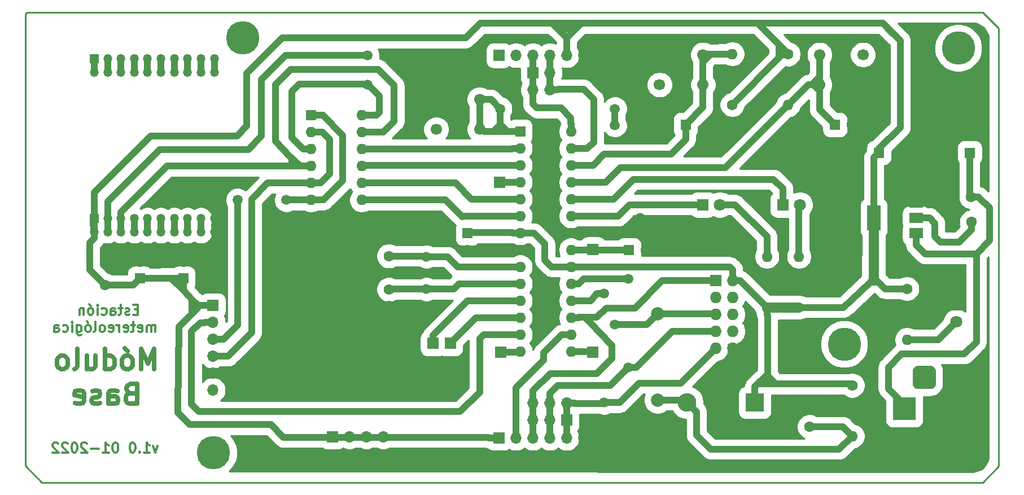
<source format=gbr>
G04 #@! TF.GenerationSoftware,KiCad,Pcbnew,(5.1.5)-3*
G04 #@! TF.CreationDate,2022-01-18T21:17:19-03:00*
G04 #@! TF.ProjectId,Base,42617365-2e6b-4696-9361-645f70636258,rev?*
G04 #@! TF.SameCoordinates,Original*
G04 #@! TF.FileFunction,Copper,L2,Bot*
G04 #@! TF.FilePolarity,Positive*
%FSLAX46Y46*%
G04 Gerber Fmt 4.6, Leading zero omitted, Abs format (unit mm)*
G04 Created by KiCad (PCBNEW (5.1.5)-3) date 2022-01-18 21:17:19*
%MOMM*%
%LPD*%
G04 APERTURE LIST*
%ADD10C,0.300000*%
%ADD11C,0.700000*%
%ADD12R,1.700000X1.700000*%
%ADD13O,1.700000X1.700000*%
%ADD14C,5.000000*%
%ADD15C,1.500000*%
%ADD16C,1.600000*%
%ADD17C,2.000000*%
%ADD18O,1.600000X1.600000*%
%ADD19R,1.600000X1.600000*%
%ADD20C,1.800000*%
%ADD21R,1.800000X1.800000*%
%ADD22O,1.350000X1.350000*%
%ADD23R,1.350000X1.350000*%
%ADD24R,3.500000X3.500000*%
%ADD25C,0.100000*%
%ADD26C,1.700000*%
%ADD27R,2.000000X3.800000*%
%ADD28R,2.000000X1.500000*%
%ADD29R,2.800000X2.800000*%
%ADD30O,2.800000X2.800000*%
%ADD31R,1.727200X1.727200*%
%ADD32O,1.727200X1.727200*%
%ADD33C,1.000000*%
%ADD34C,0.250000*%
%ADD35C,1.500000*%
%ADD36C,0.254000*%
G04 APERTURE END LIST*
D10*
X117828571Y-97778571D02*
X117471428Y-98778571D01*
X117114285Y-97778571D01*
X115757142Y-98778571D02*
X116614285Y-98778571D01*
X116185714Y-98778571D02*
X116185714Y-97278571D01*
X116328571Y-97492857D01*
X116471428Y-97635714D01*
X116614285Y-97707142D01*
X115114285Y-98635714D02*
X115042857Y-98707142D01*
X115114285Y-98778571D01*
X115185714Y-98707142D01*
X115114285Y-98635714D01*
X115114285Y-98778571D01*
X114114285Y-97278571D02*
X113971428Y-97278571D01*
X113828571Y-97350000D01*
X113757142Y-97421428D01*
X113685714Y-97564285D01*
X113614285Y-97850000D01*
X113614285Y-98207142D01*
X113685714Y-98492857D01*
X113757142Y-98635714D01*
X113828571Y-98707142D01*
X113971428Y-98778571D01*
X114114285Y-98778571D01*
X114257142Y-98707142D01*
X114328571Y-98635714D01*
X114400000Y-98492857D01*
X114471428Y-98207142D01*
X114471428Y-97850000D01*
X114400000Y-97564285D01*
X114328571Y-97421428D01*
X114257142Y-97350000D01*
X114114285Y-97278571D01*
X111542857Y-97278571D02*
X111400000Y-97278571D01*
X111257142Y-97350000D01*
X111185714Y-97421428D01*
X111114285Y-97564285D01*
X111042857Y-97850000D01*
X111042857Y-98207142D01*
X111114285Y-98492857D01*
X111185714Y-98635714D01*
X111257142Y-98707142D01*
X111400000Y-98778571D01*
X111542857Y-98778571D01*
X111685714Y-98707142D01*
X111757142Y-98635714D01*
X111828571Y-98492857D01*
X111900000Y-98207142D01*
X111900000Y-97850000D01*
X111828571Y-97564285D01*
X111757142Y-97421428D01*
X111685714Y-97350000D01*
X111542857Y-97278571D01*
X109614285Y-98778571D02*
X110471428Y-98778571D01*
X110042857Y-98778571D02*
X110042857Y-97278571D01*
X110185714Y-97492857D01*
X110328571Y-97635714D01*
X110471428Y-97707142D01*
X108971428Y-98207142D02*
X107828571Y-98207142D01*
X107185714Y-97421428D02*
X107114285Y-97350000D01*
X106971428Y-97278571D01*
X106614285Y-97278571D01*
X106471428Y-97350000D01*
X106400000Y-97421428D01*
X106328571Y-97564285D01*
X106328571Y-97707142D01*
X106400000Y-97921428D01*
X107257142Y-98778571D01*
X106328571Y-98778571D01*
X105400000Y-97278571D02*
X105257142Y-97278571D01*
X105114285Y-97350000D01*
X105042857Y-97421428D01*
X104971428Y-97564285D01*
X104900000Y-97850000D01*
X104900000Y-98207142D01*
X104971428Y-98492857D01*
X105042857Y-98635714D01*
X105114285Y-98707142D01*
X105257142Y-98778571D01*
X105400000Y-98778571D01*
X105542857Y-98707142D01*
X105614285Y-98635714D01*
X105685714Y-98492857D01*
X105757142Y-98207142D01*
X105757142Y-97850000D01*
X105685714Y-97564285D01*
X105614285Y-97421428D01*
X105542857Y-97350000D01*
X105400000Y-97278571D01*
X104328571Y-97421428D02*
X104257142Y-97350000D01*
X104114285Y-97278571D01*
X103757142Y-97278571D01*
X103614285Y-97350000D01*
X103542857Y-97421428D01*
X103471428Y-97564285D01*
X103471428Y-97707142D01*
X103542857Y-97921428D01*
X104400000Y-98778571D01*
X103471428Y-98778571D01*
X102900000Y-97421428D02*
X102828571Y-97350000D01*
X102685714Y-97278571D01*
X102328571Y-97278571D01*
X102185714Y-97350000D01*
X102114285Y-97421428D01*
X102042857Y-97564285D01*
X102042857Y-97707142D01*
X102114285Y-97921428D01*
X102971428Y-98778571D01*
X102042857Y-98778571D01*
D11*
X117314285Y-86257142D02*
X117314285Y-83257142D01*
X116314285Y-85400000D01*
X115314285Y-83257142D01*
X115314285Y-86257142D01*
X113457142Y-86257142D02*
X113742857Y-86114285D01*
X113885714Y-85971428D01*
X114028571Y-85685714D01*
X114028571Y-84828571D01*
X113885714Y-84542857D01*
X113742857Y-84400000D01*
X113457142Y-84257142D01*
X113028571Y-84257142D01*
X112742857Y-84400000D01*
X112600000Y-84542857D01*
X112457142Y-84828571D01*
X112457142Y-85685714D01*
X112600000Y-85971428D01*
X112742857Y-86114285D01*
X113028571Y-86257142D01*
X113457142Y-86257142D01*
X112885714Y-83114285D02*
X113314285Y-83542857D01*
X109885714Y-86257142D02*
X109885714Y-83257142D01*
X109885714Y-86114285D02*
X110171428Y-86257142D01*
X110742857Y-86257142D01*
X111028571Y-86114285D01*
X111171428Y-85971428D01*
X111314285Y-85685714D01*
X111314285Y-84828571D01*
X111171428Y-84542857D01*
X111028571Y-84400000D01*
X110742857Y-84257142D01*
X110171428Y-84257142D01*
X109885714Y-84400000D01*
X107171428Y-84257142D02*
X107171428Y-86257142D01*
X108457142Y-84257142D02*
X108457142Y-85828571D01*
X108314285Y-86114285D01*
X108028571Y-86257142D01*
X107600000Y-86257142D01*
X107314285Y-86114285D01*
X107171428Y-85971428D01*
X105314285Y-86257142D02*
X105599999Y-86114285D01*
X105742857Y-85828571D01*
X105742857Y-83257142D01*
X103742857Y-86257142D02*
X104028571Y-86114285D01*
X104171428Y-85971428D01*
X104314285Y-85685714D01*
X104314285Y-84828571D01*
X104171428Y-84542857D01*
X104028571Y-84400000D01*
X103742857Y-84257142D01*
X103314285Y-84257142D01*
X103028571Y-84400000D01*
X102885714Y-84542857D01*
X102742857Y-84828571D01*
X102742857Y-85685714D01*
X102885714Y-85971428D01*
X103028571Y-86114285D01*
X103314285Y-86257142D01*
X103742857Y-86257142D01*
X113742857Y-89885714D02*
X113314285Y-90028571D01*
X113171428Y-90171428D01*
X113028571Y-90457142D01*
X113028571Y-90885714D01*
X113171428Y-91171428D01*
X113314285Y-91314285D01*
X113600000Y-91457142D01*
X114742857Y-91457142D01*
X114742857Y-88457142D01*
X113742857Y-88457142D01*
X113457142Y-88600000D01*
X113314285Y-88742857D01*
X113171428Y-89028571D01*
X113171428Y-89314285D01*
X113314285Y-89600000D01*
X113457142Y-89742857D01*
X113742857Y-89885714D01*
X114742857Y-89885714D01*
X110457142Y-91457142D02*
X110457142Y-89885714D01*
X110600000Y-89600000D01*
X110885714Y-89457142D01*
X111457142Y-89457142D01*
X111742857Y-89600000D01*
X110457142Y-91314285D02*
X110742857Y-91457142D01*
X111457142Y-91457142D01*
X111742857Y-91314285D01*
X111885714Y-91028571D01*
X111885714Y-90742857D01*
X111742857Y-90457142D01*
X111457142Y-90314285D01*
X110742857Y-90314285D01*
X110457142Y-90171428D01*
X109171428Y-91314285D02*
X108885714Y-91457142D01*
X108314285Y-91457142D01*
X108028571Y-91314285D01*
X107885714Y-91028571D01*
X107885714Y-90885714D01*
X108028571Y-90600000D01*
X108314285Y-90457142D01*
X108742857Y-90457142D01*
X109028571Y-90314285D01*
X109171428Y-90028571D01*
X109171428Y-89885714D01*
X109028571Y-89600000D01*
X108742857Y-89457142D01*
X108314285Y-89457142D01*
X108028571Y-89600000D01*
X105457142Y-91314285D02*
X105742857Y-91457142D01*
X106314285Y-91457142D01*
X106600000Y-91314285D01*
X106742857Y-91028571D01*
X106742857Y-89885714D01*
X106600000Y-89600000D01*
X106314285Y-89457142D01*
X105742857Y-89457142D01*
X105457142Y-89600000D01*
X105314285Y-89885714D01*
X105314285Y-90171428D01*
X106742857Y-90457142D01*
D10*
X114864285Y-77317857D02*
X114364285Y-77317857D01*
X114150000Y-78103571D02*
X114864285Y-78103571D01*
X114864285Y-76603571D01*
X114150000Y-76603571D01*
X113578571Y-78032142D02*
X113435714Y-78103571D01*
X113150000Y-78103571D01*
X113007142Y-78032142D01*
X112935714Y-77889285D01*
X112935714Y-77817857D01*
X113007142Y-77675000D01*
X113150000Y-77603571D01*
X113364285Y-77603571D01*
X113507142Y-77532142D01*
X113578571Y-77389285D01*
X113578571Y-77317857D01*
X113507142Y-77175000D01*
X113364285Y-77103571D01*
X113150000Y-77103571D01*
X113007142Y-77175000D01*
X112507142Y-77103571D02*
X111935714Y-77103571D01*
X112292857Y-76603571D02*
X112292857Y-77889285D01*
X112221428Y-78032142D01*
X112078571Y-78103571D01*
X111935714Y-78103571D01*
X110792857Y-78103571D02*
X110792857Y-77317857D01*
X110864285Y-77175000D01*
X111007142Y-77103571D01*
X111292857Y-77103571D01*
X111435714Y-77175000D01*
X110792857Y-78032142D02*
X110935714Y-78103571D01*
X111292857Y-78103571D01*
X111435714Y-78032142D01*
X111507142Y-77889285D01*
X111507142Y-77746428D01*
X111435714Y-77603571D01*
X111292857Y-77532142D01*
X110935714Y-77532142D01*
X110792857Y-77460714D01*
X109435714Y-78032142D02*
X109578571Y-78103571D01*
X109864285Y-78103571D01*
X110007142Y-78032142D01*
X110078571Y-77960714D01*
X110150000Y-77817857D01*
X110150000Y-77389285D01*
X110078571Y-77246428D01*
X110007142Y-77175000D01*
X109864285Y-77103571D01*
X109578571Y-77103571D01*
X109435714Y-77175000D01*
X108792857Y-78103571D02*
X108792857Y-77103571D01*
X108792857Y-76603571D02*
X108864285Y-76675000D01*
X108792857Y-76746428D01*
X108721428Y-76675000D01*
X108792857Y-76603571D01*
X108792857Y-76746428D01*
X107864285Y-78103571D02*
X108007142Y-78032142D01*
X108078571Y-77960714D01*
X108150000Y-77817857D01*
X108150000Y-77389285D01*
X108078571Y-77246428D01*
X108007142Y-77175000D01*
X107864285Y-77103571D01*
X107650000Y-77103571D01*
X107507142Y-77175000D01*
X107435714Y-77246428D01*
X107364285Y-77389285D01*
X107364285Y-77817857D01*
X107435714Y-77960714D01*
X107507142Y-78032142D01*
X107650000Y-78103571D01*
X107864285Y-78103571D01*
X107578571Y-76532142D02*
X107792857Y-76746428D01*
X106721428Y-77103571D02*
X106721428Y-78103571D01*
X106721428Y-77246428D02*
X106650000Y-77175000D01*
X106507142Y-77103571D01*
X106292857Y-77103571D01*
X106150000Y-77175000D01*
X106078571Y-77317857D01*
X106078571Y-78103571D01*
X117471428Y-80653571D02*
X117471428Y-79653571D01*
X117471428Y-79796428D02*
X117400000Y-79725000D01*
X117257142Y-79653571D01*
X117042857Y-79653571D01*
X116900000Y-79725000D01*
X116828571Y-79867857D01*
X116828571Y-80653571D01*
X116828571Y-79867857D02*
X116757142Y-79725000D01*
X116614285Y-79653571D01*
X116400000Y-79653571D01*
X116257142Y-79725000D01*
X116185714Y-79867857D01*
X116185714Y-80653571D01*
X114900000Y-80582142D02*
X115042857Y-80653571D01*
X115328571Y-80653571D01*
X115471428Y-80582142D01*
X115542857Y-80439285D01*
X115542857Y-79867857D01*
X115471428Y-79725000D01*
X115328571Y-79653571D01*
X115042857Y-79653571D01*
X114900000Y-79725000D01*
X114828571Y-79867857D01*
X114828571Y-80010714D01*
X115542857Y-80153571D01*
X114400000Y-79653571D02*
X113828571Y-79653571D01*
X114185714Y-79153571D02*
X114185714Y-80439285D01*
X114114285Y-80582142D01*
X113971428Y-80653571D01*
X113828571Y-80653571D01*
X112757142Y-80582142D02*
X112900000Y-80653571D01*
X113185714Y-80653571D01*
X113328571Y-80582142D01*
X113400000Y-80439285D01*
X113400000Y-79867857D01*
X113328571Y-79725000D01*
X113185714Y-79653571D01*
X112900000Y-79653571D01*
X112757142Y-79725000D01*
X112685714Y-79867857D01*
X112685714Y-80010714D01*
X113400000Y-80153571D01*
X112042857Y-80653571D02*
X112042857Y-79653571D01*
X112042857Y-79939285D02*
X111971428Y-79796428D01*
X111900000Y-79725000D01*
X111757142Y-79653571D01*
X111614285Y-79653571D01*
X110542857Y-80582142D02*
X110685714Y-80653571D01*
X110971428Y-80653571D01*
X111114285Y-80582142D01*
X111185714Y-80439285D01*
X111185714Y-79867857D01*
X111114285Y-79725000D01*
X110971428Y-79653571D01*
X110685714Y-79653571D01*
X110542857Y-79725000D01*
X110471428Y-79867857D01*
X110471428Y-80010714D01*
X111185714Y-80153571D01*
X109614285Y-80653571D02*
X109757142Y-80582142D01*
X109828571Y-80510714D01*
X109900000Y-80367857D01*
X109900000Y-79939285D01*
X109828571Y-79796428D01*
X109757142Y-79725000D01*
X109614285Y-79653571D01*
X109400000Y-79653571D01*
X109257142Y-79725000D01*
X109185714Y-79796428D01*
X109114285Y-79939285D01*
X109114285Y-80367857D01*
X109185714Y-80510714D01*
X109257142Y-80582142D01*
X109400000Y-80653571D01*
X109614285Y-80653571D01*
X108257142Y-80653571D02*
X108400000Y-80582142D01*
X108471428Y-80439285D01*
X108471428Y-79153571D01*
X107471428Y-80653571D02*
X107614285Y-80582142D01*
X107685714Y-80510714D01*
X107757142Y-80367857D01*
X107757142Y-79939285D01*
X107685714Y-79796428D01*
X107614285Y-79725000D01*
X107471428Y-79653571D01*
X107257142Y-79653571D01*
X107114285Y-79725000D01*
X107042857Y-79796428D01*
X106971428Y-79939285D01*
X106971428Y-80367857D01*
X107042857Y-80510714D01*
X107114285Y-80582142D01*
X107257142Y-80653571D01*
X107471428Y-80653571D01*
X107185714Y-79082142D02*
X107400000Y-79296428D01*
X105685714Y-79653571D02*
X105685714Y-80867857D01*
X105757142Y-81010714D01*
X105828571Y-81082142D01*
X105971428Y-81153571D01*
X106185714Y-81153571D01*
X106328571Y-81082142D01*
X105685714Y-80582142D02*
X105828571Y-80653571D01*
X106114285Y-80653571D01*
X106257142Y-80582142D01*
X106328571Y-80510714D01*
X106400000Y-80367857D01*
X106400000Y-79939285D01*
X106328571Y-79796428D01*
X106257142Y-79725000D01*
X106114285Y-79653571D01*
X105828571Y-79653571D01*
X105685714Y-79725000D01*
X104971428Y-80653571D02*
X104971428Y-79653571D01*
X104971428Y-79153571D02*
X105042857Y-79225000D01*
X104971428Y-79296428D01*
X104900000Y-79225000D01*
X104971428Y-79153571D01*
X104971428Y-79296428D01*
X103614285Y-80582142D02*
X103757142Y-80653571D01*
X104042857Y-80653571D01*
X104185714Y-80582142D01*
X104257142Y-80510714D01*
X104328571Y-80367857D01*
X104328571Y-79939285D01*
X104257142Y-79796428D01*
X104185714Y-79725000D01*
X104042857Y-79653571D01*
X103757142Y-79653571D01*
X103614285Y-79725000D01*
X102328571Y-80653571D02*
X102328571Y-79867857D01*
X102400000Y-79725000D01*
X102542857Y-79653571D01*
X102828571Y-79653571D01*
X102971428Y-79725000D01*
X102328571Y-80582142D02*
X102471428Y-80653571D01*
X102828571Y-80653571D01*
X102971428Y-80582142D01*
X103042857Y-80439285D01*
X103042857Y-80296428D01*
X102971428Y-80153571D01*
X102828571Y-80082142D01*
X102471428Y-80082142D01*
X102328571Y-80010714D01*
D12*
X179140000Y-93900000D03*
D13*
X179140000Y-91360000D03*
X176600000Y-93900000D03*
X176600000Y-91360000D03*
X174060000Y-93900000D03*
X174060000Y-91360000D03*
D14*
X220800000Y-82500000D03*
X126200000Y-98800000D03*
D15*
X135300000Y-69300000D03*
X126700000Y-69300000D03*
X232300000Y-46200000D03*
X226000000Y-46200000D03*
D14*
X130600000Y-36600000D03*
D15*
X129800000Y-60900000D03*
X149300000Y-39200000D03*
X149300000Y-43600000D03*
X186400000Y-47200000D03*
X186400000Y-49700000D03*
D16*
X152500000Y-66800000D03*
X152500000Y-69300000D03*
X152500000Y-74300000D03*
X152500000Y-76800000D03*
D12*
X159100000Y-82400000D03*
D15*
X158100000Y-69400000D03*
X158100000Y-74280000D03*
D12*
X161700000Y-82400000D03*
D14*
X237900000Y-38100000D03*
D15*
X137100000Y-60900000D03*
X132500000Y-99500000D03*
X132500000Y-89500000D03*
X190200000Y-63600000D03*
X190200000Y-50600000D03*
D17*
X192800000Y-90900000D03*
X192800000Y-78000000D03*
D16*
X230200000Y-74200000D03*
D18*
X230200000Y-81820000D03*
D15*
X169200000Y-47200000D03*
X184800000Y-91300000D03*
X188400000Y-86000000D03*
X188400000Y-72700000D03*
X186400000Y-79600000D03*
X184800000Y-74900000D03*
D19*
X239600000Y-53800000D03*
D16*
X234600000Y-53800000D03*
D18*
X179820000Y-50600000D03*
X172200000Y-83620000D03*
X179820000Y-53140000D03*
X172200000Y-81080000D03*
X179820000Y-55680000D03*
X172200000Y-78540000D03*
X179820000Y-58220000D03*
X172200000Y-76000000D03*
X179820000Y-60760000D03*
X172200000Y-73460000D03*
X179820000Y-63300000D03*
X172200000Y-70920000D03*
X179820000Y-65840000D03*
X172200000Y-68380000D03*
X179820000Y-68380000D03*
X172200000Y-65840000D03*
X179820000Y-70920000D03*
X172200000Y-63300000D03*
X179820000Y-73460000D03*
X172200000Y-60760000D03*
X179820000Y-76000000D03*
X172200000Y-58220000D03*
X179820000Y-78540000D03*
X172200000Y-55680000D03*
X179820000Y-81080000D03*
X172200000Y-53140000D03*
X179820000Y-83620000D03*
D19*
X172200000Y-50600000D03*
D16*
X215600000Y-94900000D03*
X210600000Y-94900000D03*
D19*
X164300000Y-65900000D03*
D16*
X164300000Y-68400000D03*
X231000000Y-53800000D03*
D19*
X226000000Y-53800000D03*
D16*
X237400000Y-64200000D03*
X239900000Y-64200000D03*
X239800000Y-60400000D03*
X237300000Y-60400000D03*
D19*
X219400000Y-49600000D03*
D16*
X221900000Y-49600000D03*
X194500000Y-49600000D03*
D19*
X197000000Y-49600000D03*
D20*
X237600000Y-79140000D03*
D21*
X237600000Y-76600000D03*
X199600000Y-61600000D03*
D20*
X202140000Y-61600000D03*
D21*
X211600000Y-61600000D03*
D20*
X214140000Y-61600000D03*
D22*
X126300000Y-65700000D03*
X126300000Y-63700000D03*
X124300000Y-65700000D03*
X124300000Y-63700000D03*
X122300000Y-65700000D03*
X122300000Y-63700000D03*
X120300000Y-65700000D03*
X120300000Y-63700000D03*
X118300000Y-65700000D03*
X118300000Y-63700000D03*
X116300000Y-65700000D03*
X116300000Y-63700000D03*
X114300000Y-65700000D03*
X114300000Y-63700000D03*
X112300000Y-65700000D03*
X112300000Y-63700000D03*
X110300000Y-65700000D03*
X110300000Y-63700000D03*
X108300000Y-65700000D03*
D23*
X108300000Y-63700000D03*
D12*
X126100000Y-76700000D03*
D13*
X126100000Y-79240000D03*
X126100000Y-81780000D03*
X126100000Y-84320000D03*
X126100000Y-86860000D03*
X126100000Y-89400000D03*
D12*
X169000000Y-39200000D03*
D13*
X171540000Y-39200000D03*
X174080000Y-39200000D03*
X176620000Y-39200000D03*
X179160000Y-39200000D03*
X181700000Y-39200000D03*
D23*
X108300000Y-39700000D03*
D22*
X108300000Y-41700000D03*
X110300000Y-39700000D03*
X110300000Y-41700000D03*
X112300000Y-39700000D03*
X112300000Y-41700000D03*
X114300000Y-39700000D03*
X114300000Y-41700000D03*
X116300000Y-39700000D03*
X116300000Y-41700000D03*
X118300000Y-39700000D03*
X118300000Y-41700000D03*
X120300000Y-39700000D03*
X120300000Y-41700000D03*
X122300000Y-39700000D03*
X122300000Y-41700000D03*
X124300000Y-39700000D03*
X124300000Y-41700000D03*
X126300000Y-39700000D03*
X126300000Y-41700000D03*
D12*
X169000000Y-96600000D03*
D13*
X171540000Y-96600000D03*
X174080000Y-96600000D03*
X176620000Y-96600000D03*
X179160000Y-96600000D03*
X181700000Y-96600000D03*
D24*
X229800000Y-92200000D03*
G04 #@! TA.AperFunction,ComponentPad*
D25*
G36*
X236623513Y-90453611D02*
G01*
X236696318Y-90464411D01*
X236767714Y-90482295D01*
X236837013Y-90507090D01*
X236903548Y-90538559D01*
X236966678Y-90576398D01*
X237025795Y-90620242D01*
X237080330Y-90669670D01*
X237129758Y-90724205D01*
X237173602Y-90783322D01*
X237211441Y-90846452D01*
X237242910Y-90912987D01*
X237267705Y-90982286D01*
X237285589Y-91053682D01*
X237296389Y-91126487D01*
X237300000Y-91200000D01*
X237300000Y-93200000D01*
X237296389Y-93273513D01*
X237285589Y-93346318D01*
X237267705Y-93417714D01*
X237242910Y-93487013D01*
X237211441Y-93553548D01*
X237173602Y-93616678D01*
X237129758Y-93675795D01*
X237080330Y-93730330D01*
X237025795Y-93779758D01*
X236966678Y-93823602D01*
X236903548Y-93861441D01*
X236837013Y-93892910D01*
X236767714Y-93917705D01*
X236696318Y-93935589D01*
X236623513Y-93946389D01*
X236550000Y-93950000D01*
X235050000Y-93950000D01*
X234976487Y-93946389D01*
X234903682Y-93935589D01*
X234832286Y-93917705D01*
X234762987Y-93892910D01*
X234696452Y-93861441D01*
X234633322Y-93823602D01*
X234574205Y-93779758D01*
X234519670Y-93730330D01*
X234470242Y-93675795D01*
X234426398Y-93616678D01*
X234388559Y-93553548D01*
X234357090Y-93487013D01*
X234332295Y-93417714D01*
X234314411Y-93346318D01*
X234303611Y-93273513D01*
X234300000Y-93200000D01*
X234300000Y-91200000D01*
X234303611Y-91126487D01*
X234314411Y-91053682D01*
X234332295Y-90982286D01*
X234357090Y-90912987D01*
X234388559Y-90846452D01*
X234426398Y-90783322D01*
X234470242Y-90724205D01*
X234519670Y-90669670D01*
X234574205Y-90620242D01*
X234633322Y-90576398D01*
X234696452Y-90538559D01*
X234762987Y-90507090D01*
X234832286Y-90482295D01*
X234903682Y-90464411D01*
X234976487Y-90453611D01*
X235050000Y-90450000D01*
X236550000Y-90450000D01*
X236623513Y-90453611D01*
G37*
G04 #@! TD.AperFunction*
G04 #@! TA.AperFunction,ComponentPad*
G36*
X233760765Y-85754213D02*
G01*
X233845704Y-85766813D01*
X233928999Y-85787677D01*
X234009848Y-85816605D01*
X234087472Y-85853319D01*
X234161124Y-85897464D01*
X234230094Y-85948616D01*
X234293718Y-86006282D01*
X234351384Y-86069906D01*
X234402536Y-86138876D01*
X234446681Y-86212528D01*
X234483395Y-86290152D01*
X234512323Y-86371001D01*
X234533187Y-86454296D01*
X234545787Y-86539235D01*
X234550000Y-86625000D01*
X234550000Y-88375000D01*
X234545787Y-88460765D01*
X234533187Y-88545704D01*
X234512323Y-88628999D01*
X234483395Y-88709848D01*
X234446681Y-88787472D01*
X234402536Y-88861124D01*
X234351384Y-88930094D01*
X234293718Y-88993718D01*
X234230094Y-89051384D01*
X234161124Y-89102536D01*
X234087472Y-89146681D01*
X234009848Y-89183395D01*
X233928999Y-89212323D01*
X233845704Y-89233187D01*
X233760765Y-89245787D01*
X233675000Y-89250000D01*
X231925000Y-89250000D01*
X231839235Y-89245787D01*
X231754296Y-89233187D01*
X231671001Y-89212323D01*
X231590152Y-89183395D01*
X231512528Y-89146681D01*
X231438876Y-89102536D01*
X231369906Y-89051384D01*
X231306282Y-88993718D01*
X231248616Y-88930094D01*
X231197464Y-88861124D01*
X231153319Y-88787472D01*
X231116605Y-88709848D01*
X231087677Y-88628999D01*
X231066813Y-88545704D01*
X231054213Y-88460765D01*
X231050000Y-88375000D01*
X231050000Y-86625000D01*
X231054213Y-86539235D01*
X231066813Y-86454296D01*
X231087677Y-86371001D01*
X231116605Y-86290152D01*
X231153319Y-86212528D01*
X231197464Y-86138876D01*
X231248616Y-86069906D01*
X231306282Y-86006282D01*
X231369906Y-85948616D01*
X231438876Y-85897464D01*
X231512528Y-85853319D01*
X231590152Y-85816605D01*
X231671001Y-85787677D01*
X231754296Y-85766813D01*
X231839235Y-85754213D01*
X231925000Y-85750000D01*
X233675000Y-85750000D01*
X233760765Y-85754213D01*
G37*
G04 #@! TD.AperFunction*
D16*
X222000000Y-88700000D03*
D18*
X222000000Y-96320000D03*
X212400000Y-46620000D03*
D16*
X212400000Y-39000000D03*
X209200000Y-77000000D03*
D18*
X209200000Y-69380000D03*
X214000000Y-69380000D03*
D16*
X214000000Y-77000000D03*
X204000000Y-46600000D03*
D18*
X204000000Y-38980000D03*
D26*
X166100000Y-50300000D03*
X159600000Y-50300000D03*
X166100000Y-45800000D03*
X159600000Y-45800000D03*
X217100000Y-39100000D03*
X223600000Y-39100000D03*
X217100000Y-43600000D03*
X223600000Y-43600000D03*
X193100000Y-39100000D03*
X199600000Y-39100000D03*
X193100000Y-43600000D03*
X199600000Y-43600000D03*
D27*
X225250000Y-63600000D03*
D28*
X231550000Y-63600000D03*
X231550000Y-65900000D03*
X231550000Y-61300000D03*
D19*
X121650000Y-72650000D03*
D16*
X121650000Y-70150000D03*
X109900000Y-73650000D03*
X109900000Y-68650000D03*
X115150000Y-70150000D03*
D19*
X115150000Y-72650000D03*
D12*
X183100000Y-68300000D03*
D19*
X188500000Y-68400000D03*
D16*
X191000000Y-68400000D03*
D29*
X207400000Y-91300000D03*
D30*
X197240000Y-91300000D03*
D31*
X201500000Y-73000000D03*
D32*
X204040000Y-73000000D03*
X201500000Y-75540000D03*
X204040000Y-75540000D03*
X201500000Y-78080000D03*
X204040000Y-78080000D03*
X201500000Y-80620000D03*
X204040000Y-80620000D03*
X201500000Y-83160000D03*
X204040000Y-83160000D03*
D12*
X169300000Y-83700000D03*
X183100000Y-83700000D03*
X169100000Y-58200000D03*
D19*
X140800000Y-48200000D03*
D18*
X148420000Y-60900000D03*
X140800000Y-50740000D03*
X148420000Y-58360000D03*
X140800000Y-53280000D03*
X148420000Y-55820000D03*
X140800000Y-55820000D03*
X148420000Y-53280000D03*
X140800000Y-58360000D03*
X148420000Y-50740000D03*
X140800000Y-60900000D03*
X148420000Y-48200000D03*
D12*
X144200000Y-99700000D03*
D13*
X146740000Y-99700000D03*
X149280000Y-99700000D03*
X151820000Y-99700000D03*
X151680000Y-96400000D03*
X149140000Y-96400000D03*
X146600000Y-96400000D03*
D12*
X144060000Y-96400000D03*
X174100000Y-41800000D03*
D13*
X174100000Y-44340000D03*
X176640000Y-41800000D03*
X176640000Y-44340000D03*
D33*
X186400000Y-47200000D02*
X186400000Y-49700000D01*
D34*
X241550000Y-32763567D02*
X241550000Y-32750000D01*
X243950010Y-35163577D02*
X241550000Y-32763567D01*
X243950010Y-100836422D02*
X243950010Y-35163577D01*
X98200000Y-32750000D02*
X97949990Y-33000010D01*
X241536432Y-103250000D02*
X243950010Y-100836422D01*
X241550000Y-32750000D02*
X98200000Y-32750000D01*
X97949990Y-33000010D02*
X97949990Y-100736423D01*
X97949990Y-100736423D02*
X100463567Y-103250000D01*
X100463567Y-103250000D02*
X241536432Y-103250000D01*
D33*
X166800000Y-50600000D02*
X166400000Y-50200000D01*
X169200000Y-50400000D02*
X169400000Y-50600000D01*
X166100000Y-45800000D02*
X166100000Y-50300000D01*
X170300000Y-50600000D02*
X169200000Y-49500000D01*
X172200000Y-50600000D02*
X170600000Y-50600000D01*
X170600000Y-50600000D02*
X169400000Y-50600000D01*
X169200000Y-49500000D02*
X169200000Y-50400000D01*
X170600000Y-50600000D02*
X170300000Y-50600000D01*
X169200000Y-47400000D02*
X169200000Y-49500000D01*
X169200000Y-49500000D02*
X169200000Y-49600000D01*
X169400000Y-50600000D02*
X168200000Y-50600000D01*
X169200000Y-49600000D02*
X168200000Y-50600000D01*
X168200000Y-50600000D02*
X166800000Y-50600000D01*
X167800000Y-45800000D02*
X166100000Y-45800000D01*
X169200000Y-47200000D02*
X167800000Y-45800000D01*
X191200000Y-79600000D02*
X192800000Y-78000000D01*
X186400000Y-79600000D02*
X191200000Y-79600000D01*
X201420000Y-78000000D02*
X201500000Y-78080000D01*
X192800000Y-78000000D02*
X201420000Y-78000000D01*
X220580000Y-94900000D02*
X222000000Y-96320000D01*
X215600000Y-94900000D02*
X220580000Y-94900000D01*
X220020000Y-98300000D02*
X222000000Y-96320000D01*
X196840000Y-90900000D02*
X197240000Y-91300000D01*
X192800000Y-90900000D02*
X196840000Y-90900000D01*
X197240000Y-91300000D02*
X198639999Y-92699999D01*
X198639999Y-96139999D02*
X200800000Y-98300000D01*
X198639999Y-92699999D02*
X198639999Y-96139999D01*
X200800000Y-98300000D02*
X220020000Y-98300000D01*
X115150000Y-70150000D02*
X121650000Y-70150000D01*
X109900000Y-69781370D02*
X110268630Y-70150000D01*
X110268630Y-70150000D02*
X115150000Y-70150000D01*
X109900000Y-68650000D02*
X109900000Y-69781370D01*
X225250000Y-54550000D02*
X226000000Y-53800000D01*
X225250000Y-63600000D02*
X225250000Y-54550000D01*
X239900000Y-65331370D02*
X238031370Y-67200000D01*
X239900000Y-64200000D02*
X239900000Y-65331370D01*
X238031370Y-67200000D02*
X235200000Y-67200000D01*
X235200000Y-67200000D02*
X234400000Y-66400000D01*
X234400000Y-66400000D02*
X234400000Y-64400000D01*
X234400000Y-64400000D02*
X233600000Y-63600000D01*
X108300000Y-65700000D02*
X108300000Y-63700000D01*
X171068630Y-65840000D02*
X171028630Y-65800000D01*
X172200000Y-65840000D02*
X171068630Y-65840000D01*
X171028630Y-65800000D02*
X169000000Y-65800000D01*
X126100000Y-76700000D02*
X124250000Y-76700000D01*
X108300000Y-64700000D02*
X108100000Y-64500000D01*
X108300000Y-65700000D02*
X108100000Y-64500000D01*
X108100000Y-64500000D02*
X108300000Y-63100000D01*
X233600000Y-63600000D02*
X231550000Y-63600000D01*
X211600000Y-39000000D02*
X212400000Y-39000000D01*
X226000000Y-53200000D02*
X226000000Y-53800000D01*
X229200000Y-50000000D02*
X226000000Y-53200000D01*
X169200000Y-96400000D02*
X169000000Y-96600000D01*
X123900000Y-76700000D02*
X124250000Y-76700000D01*
X123900000Y-76700000D02*
X123900000Y-76900000D01*
X178800000Y-35200000D02*
X180000000Y-35200000D01*
X179160000Y-36560000D02*
X179160000Y-39200000D01*
X179160000Y-36560000D02*
X177800000Y-35200000D01*
X177800000Y-35200000D02*
X178800000Y-35200000D01*
X123900000Y-76900000D02*
X122950000Y-77850000D01*
X212400000Y-39000000D02*
X211600001Y-38200001D01*
X167500000Y-96600000D02*
X167900000Y-96600000D01*
X167500000Y-96600000D02*
X169000000Y-96600000D01*
X211050000Y-37650000D02*
X211000000Y-37600000D01*
X211050000Y-39550000D02*
X211050000Y-37650000D01*
X211600001Y-38200001D02*
X211000000Y-37600000D01*
X211050000Y-39550000D02*
X211600000Y-39000000D01*
X211000000Y-37600000D02*
X208600000Y-35200000D01*
X229200000Y-37000000D02*
X229200000Y-50000000D01*
X229200000Y-37000000D02*
X227300000Y-35100000D01*
D35*
X214000000Y-77000000D02*
X212900000Y-77000000D01*
X212900000Y-77000000D02*
X210300000Y-77000000D01*
X210300000Y-77000000D02*
X209200000Y-77000000D01*
D33*
X221800000Y-88500000D02*
X222000000Y-88700000D01*
X209200000Y-78131370D02*
X209300000Y-78231370D01*
X209200000Y-77000000D02*
X209200000Y-78131370D01*
X209300000Y-87300000D02*
X210500000Y-88500000D01*
X209300000Y-78231370D02*
X209300000Y-87100000D01*
X209300000Y-87100000D02*
X209300000Y-88500000D01*
X209300000Y-88500000D02*
X210500000Y-88500000D01*
X210500000Y-88500000D02*
X221800000Y-88500000D01*
X209300000Y-87300000D02*
X208100000Y-88500000D01*
X209300000Y-87100000D02*
X209300000Y-87300000D01*
X208100000Y-88500000D02*
X209300000Y-88500000D01*
X172200000Y-65840000D02*
X174240000Y-65840000D01*
X174240000Y-65840000D02*
X175900000Y-67500000D01*
X175900000Y-67500000D02*
X175900000Y-69900000D01*
X176920000Y-70920000D02*
X179820000Y-70920000D01*
X175900000Y-69900000D02*
X176920000Y-70920000D01*
X180951370Y-70920000D02*
X180971370Y-70900000D01*
X179820000Y-70920000D02*
X180951370Y-70920000D01*
X180971370Y-70900000D02*
X203600000Y-70900000D01*
X204040000Y-71340000D02*
X204040000Y-73000000D01*
X203600000Y-70900000D02*
X204040000Y-71340000D01*
D35*
X225250000Y-63600000D02*
X225200000Y-72500000D01*
D33*
X227600000Y-74200000D02*
X226900000Y-74200000D01*
X229068630Y-74200000D02*
X227600000Y-74200000D01*
X230200000Y-74200000D02*
X229068630Y-74200000D01*
X214000000Y-77000000D02*
X220700000Y-77000000D01*
X224700000Y-73200000D02*
X224600000Y-73300000D01*
X226900000Y-74200000D02*
X225900000Y-73200000D01*
X225900000Y-73200000D02*
X224700000Y-73200000D01*
X225900000Y-73200000D02*
X225200000Y-72500000D01*
X224600000Y-73300000D02*
X225200000Y-72500000D01*
X220700000Y-77000000D02*
X224600000Y-73300000D01*
X164400000Y-65800000D02*
X164300000Y-65900000D01*
X169200000Y-65800000D02*
X164400000Y-65800000D01*
X204000000Y-46600000D02*
X211050000Y-39550000D01*
X208600000Y-35200000D02*
X207800000Y-34400000D01*
X226600000Y-34400000D02*
X229200000Y-37000000D01*
X207800000Y-34400000D02*
X226600000Y-34400000D01*
X192700000Y-34400000D02*
X207800000Y-34400000D01*
X181200000Y-34400000D02*
X192700000Y-34400000D01*
X180600000Y-35000000D02*
X181200000Y-34400000D01*
X166200000Y-34400000D02*
X177000000Y-34400000D01*
X131200000Y-41900000D02*
X136500000Y-36600000D01*
X177000000Y-34400000D02*
X177800000Y-35200000D01*
X136500000Y-36600000D02*
X164000000Y-36600000D01*
X108300000Y-59800000D02*
X116800000Y-51300000D01*
X108300000Y-63700000D02*
X108300000Y-59800000D01*
X116800000Y-51300000D02*
X129700000Y-51300000D01*
X129700000Y-51300000D02*
X131200000Y-49800000D01*
X164000000Y-36600000D02*
X166200000Y-34400000D01*
X131200000Y-49800000D02*
X131200000Y-41900000D01*
X177000000Y-34400000D02*
X181200000Y-34400000D01*
X179160000Y-36560000D02*
X181300000Y-34420000D01*
X181300000Y-34420000D02*
X181300000Y-34400000D01*
X205200000Y-73000000D02*
X209200000Y-77000000D01*
X204040000Y-73000000D02*
X205200000Y-73000000D01*
X122950000Y-77850000D02*
X122950000Y-75950000D01*
X123000000Y-75900000D02*
X123900000Y-76700000D01*
X122950000Y-75950000D02*
X123000000Y-75900000D01*
X108300000Y-66654594D02*
X107650000Y-67304594D01*
X107650000Y-67304594D02*
X107650000Y-71400000D01*
X107650000Y-71400000D02*
X109900000Y-73650000D01*
X108300000Y-65700000D02*
X108300000Y-66654594D01*
X114150000Y-73650000D02*
X115150000Y-72650000D01*
X109900000Y-73650000D02*
X114150000Y-73650000D01*
X119800000Y-72600000D02*
X121650000Y-72650000D01*
X121650000Y-74450000D02*
X119800000Y-72600000D01*
X121650000Y-72650000D02*
X121650000Y-74450000D01*
X121650000Y-74450000D02*
X123000000Y-75900000D01*
X115150000Y-72650000D02*
X119800000Y-72600000D01*
X209200000Y-87100000D02*
X209300000Y-87100000D01*
X207400000Y-88900000D02*
X209200000Y-87100000D01*
X207400000Y-91300000D02*
X207400000Y-88900000D01*
X167400000Y-96500000D02*
X167500000Y-96600000D01*
X136700000Y-96500000D02*
X167400000Y-96500000D01*
X134800000Y-94600000D02*
X136700000Y-96500000D01*
X120800000Y-92800000D02*
X122600000Y-94600000D01*
X123700000Y-77100000D02*
X123800000Y-77100000D01*
X122950000Y-77850000D02*
X123700000Y-77100000D01*
X121000000Y-79900000D02*
X120800000Y-92100000D01*
X122600000Y-94600000D02*
X134800000Y-94600000D01*
X123800000Y-77100000D02*
X121000000Y-79900000D01*
X120800000Y-92100000D02*
X120800000Y-92800000D01*
X239600000Y-60200000D02*
X239800000Y-60400000D01*
X239600000Y-53800000D02*
X239600000Y-60200000D01*
X240931370Y-60400000D02*
X242600000Y-62068630D01*
X242600000Y-62068630D02*
X242600000Y-67000000D01*
X242600000Y-67000000D02*
X240600000Y-69000000D01*
X239800000Y-60400000D02*
X240931370Y-60400000D01*
X240600000Y-69000000D02*
X232900000Y-69000000D01*
X231550000Y-67650000D02*
X231550000Y-65900000D01*
X232900000Y-69000000D02*
X231550000Y-67650000D01*
X229800000Y-92200000D02*
X229800000Y-91600000D01*
X229800000Y-91600000D02*
X227400000Y-89200000D01*
X227400000Y-89200000D02*
X227400000Y-86000000D01*
X227400000Y-86000000D02*
X229400000Y-84000000D01*
X229400000Y-84000000D02*
X238800000Y-84000000D01*
X240600000Y-82200000D02*
X240600000Y-69000000D01*
X238800000Y-84000000D02*
X240600000Y-82200000D01*
X217100000Y-47300000D02*
X219400000Y-49600000D01*
X215420000Y-43600000D02*
X212400000Y-46620000D01*
X180951370Y-58220000D02*
X180971370Y-58200000D01*
X179820000Y-58220000D02*
X180951370Y-58220000D01*
X180971370Y-58200000D02*
X185000000Y-58200000D01*
X204220000Y-54800000D02*
X212400000Y-46620000D01*
X185000000Y-58200000D02*
X187200000Y-56000000D01*
X204200000Y-54800000D02*
X203000000Y-56000000D01*
X204220000Y-54800000D02*
X204200000Y-54800000D01*
X187200000Y-56000000D02*
X203000000Y-56000000D01*
X217100000Y-44500000D02*
X216200000Y-43600000D01*
X217100000Y-43600000D02*
X216200000Y-43600000D01*
X216200000Y-43600000D02*
X215420000Y-43600000D01*
X217100000Y-44500000D02*
X217100000Y-47300000D01*
X217100000Y-43600000D02*
X217100000Y-44500000D01*
X216200000Y-43300000D02*
X217100000Y-42400000D01*
X216200000Y-43600000D02*
X216200000Y-43300000D01*
X217100000Y-39100000D02*
X217100000Y-42400000D01*
X217100000Y-42400000D02*
X217100000Y-43600000D01*
X199600000Y-47000000D02*
X199600000Y-43600000D01*
X197000000Y-49600000D02*
X199600000Y-47000000D01*
X199700000Y-39200000D02*
X199600000Y-39100000D01*
X184800000Y-54000000D02*
X183120000Y-55680000D01*
X194800000Y-54000000D02*
X184800000Y-54000000D01*
X183120000Y-55680000D02*
X179820000Y-55680000D01*
X197000000Y-49600000D02*
X197000000Y-51800000D01*
X197000000Y-51800000D02*
X194800000Y-54000000D01*
X199720000Y-38980000D02*
X199600000Y-39100000D01*
X199600000Y-40300000D02*
X199600000Y-40200000D01*
X199600000Y-39100000D02*
X199600000Y-40300000D01*
X199600000Y-40300000D02*
X199600000Y-43600000D01*
X200800000Y-39000000D02*
X199720000Y-38980000D01*
X199600000Y-40200000D02*
X200800000Y-39000000D01*
X204000000Y-38980000D02*
X200800000Y-39000000D01*
X199600000Y-61600000D02*
X188600000Y-61600000D01*
X186900000Y-63300000D02*
X179820000Y-63300000D01*
X188600000Y-61600000D02*
X186900000Y-63300000D01*
X211600000Y-59200000D02*
X211600000Y-61600000D01*
X189200000Y-57800000D02*
X210200000Y-57800000D01*
X179820000Y-60760000D02*
X186240000Y-60760000D01*
X210200000Y-57800000D02*
X211600000Y-59200000D01*
X186240000Y-60760000D02*
X189200000Y-57800000D01*
X124300000Y-65700000D02*
X124300000Y-63700000D01*
X122300000Y-63700000D02*
X122300000Y-65700000D01*
X120300000Y-65700000D02*
X120300000Y-63700000D01*
X118300000Y-63700000D02*
X118300000Y-65700000D01*
X116300000Y-65700000D02*
X116300000Y-63700000D01*
X114300000Y-63700000D02*
X114300000Y-65700000D01*
X180951370Y-78540000D02*
X180991370Y-78500000D01*
X179820000Y-78540000D02*
X180951370Y-78540000D01*
X180991370Y-78500000D02*
X181900000Y-78500000D01*
X181900000Y-78500000D02*
X183700000Y-78500000D01*
X183700000Y-78500000D02*
X185100000Y-77100000D01*
X185100000Y-77100000D02*
X189400000Y-77100000D01*
X193500000Y-73000000D02*
X201500000Y-73000000D01*
X189400000Y-77100000D02*
X193500000Y-73000000D01*
X185750000Y-82500000D02*
X182739999Y-79339999D01*
X174080000Y-89520000D02*
X176700000Y-86900000D01*
X183700000Y-86900000D02*
X185925000Y-84675000D01*
X185925000Y-82675000D02*
X185750000Y-82500000D01*
X185925000Y-84675000D02*
X185925000Y-82675000D01*
X182739999Y-79339999D02*
X181900000Y-78500000D01*
X174080000Y-96600000D02*
X174080000Y-89520000D01*
X176700000Y-86900000D02*
X183700000Y-86900000D01*
X201500000Y-80620000D02*
X194980000Y-80620000D01*
X189600000Y-86000000D02*
X188400000Y-86000000D01*
X194980000Y-80620000D02*
X189600000Y-86000000D01*
X180951370Y-73460000D02*
X181711370Y-72700000D01*
X179820000Y-73460000D02*
X180951370Y-73460000D01*
X181711370Y-72700000D02*
X187200000Y-72700000D01*
X187200000Y-72700000D02*
X187800000Y-72700000D01*
X185700000Y-88700000D02*
X188400000Y-86000000D01*
X177800000Y-88700000D02*
X185700000Y-88700000D01*
X176620000Y-96600000D02*
X176620000Y-89880000D01*
X176620000Y-89880000D02*
X177800000Y-88700000D01*
X179160000Y-96600000D02*
X179160000Y-93440000D01*
X183600000Y-75039340D02*
X183739340Y-74900000D01*
X183600000Y-75100000D02*
X183600000Y-75039340D01*
X182700000Y-76000000D02*
X183600000Y-75100000D01*
X183739340Y-74900000D02*
X184800000Y-74900000D01*
X179820000Y-76000000D02*
X182700000Y-76000000D01*
X184600000Y-91400000D02*
X184900000Y-91100000D01*
X180400000Y-91400000D02*
X184600000Y-91400000D01*
X179140000Y-93900000D02*
X179140000Y-91360000D01*
X180360000Y-91360000D02*
X180400000Y-91400000D01*
X179140000Y-91360000D02*
X180360000Y-91360000D01*
X200636401Y-84023599D02*
X200636401Y-84063599D01*
X196300000Y-88400000D02*
X190000000Y-88400000D01*
X201500000Y-83160000D02*
X200636401Y-84023599D01*
X190000000Y-88400000D02*
X187100000Y-91300000D01*
X187100000Y-91300000D02*
X184800000Y-91300000D01*
X200636401Y-84063599D02*
X196300000Y-88400000D01*
X166720000Y-81080000D02*
X172200000Y-81080000D01*
X166100000Y-81700000D02*
X166720000Y-81080000D01*
X166100000Y-89700000D02*
X166100000Y-81700000D01*
X163200000Y-92600000D02*
X166100000Y-89700000D01*
X124000000Y-92600000D02*
X163200000Y-92600000D01*
X122900000Y-91500000D02*
X124000000Y-92600000D01*
X126100000Y-79240000D02*
X124897919Y-79240000D01*
X124200000Y-79300000D02*
X122900000Y-80600000D01*
X124897919Y-79240000D02*
X124837919Y-79300000D01*
X124837919Y-79300000D02*
X124200000Y-79300000D01*
X122900000Y-80600000D02*
X122900000Y-91500000D01*
X176620000Y-44320000D02*
X176640000Y-44340000D01*
X176620000Y-39200000D02*
X176620000Y-44320000D01*
X177842081Y-44340000D02*
X177882081Y-44300000D01*
X176640000Y-44340000D02*
X177842081Y-44340000D01*
X177882081Y-44300000D02*
X181700000Y-44300000D01*
X181700000Y-44300000D02*
X183200000Y-45800000D01*
X183200000Y-45800000D02*
X183200000Y-52200000D01*
X182260000Y-53140000D02*
X179820000Y-53140000D01*
X183200000Y-52200000D02*
X182260000Y-53140000D01*
X174080000Y-39200000D02*
X174080000Y-40480000D01*
X179820000Y-49468630D02*
X179800000Y-49448630D01*
X179820000Y-50600000D02*
X179820000Y-49468630D01*
X179800000Y-49448630D02*
X179800000Y-48600000D01*
X179800000Y-48600000D02*
X178300000Y-47100000D01*
X178300000Y-47100000D02*
X174700000Y-47100000D01*
X174100000Y-46500000D02*
X174100000Y-44340000D01*
X174700000Y-47100000D02*
X174100000Y-46500000D01*
X174100000Y-39220000D02*
X174080000Y-39200000D01*
X174100000Y-44340000D02*
X174100000Y-39220000D01*
X108300000Y-39700000D02*
X108300000Y-41700000D01*
X110300000Y-41700000D02*
X110300000Y-39700000D01*
X112300000Y-39700000D02*
X112300000Y-41700000D01*
X114300000Y-39700000D02*
X114300000Y-41700000D01*
X116300000Y-39700000D02*
X116300000Y-41700000D01*
X118300000Y-41700000D02*
X118300000Y-39700000D01*
X120300000Y-39700000D02*
X120300000Y-41700000D01*
X122300000Y-41700000D02*
X122300000Y-39700000D01*
X124300000Y-39700000D02*
X124300000Y-41700000D01*
X126300000Y-41700000D02*
X126300000Y-39700000D01*
X175700000Y-84900000D02*
X171540000Y-89060000D01*
X171540000Y-89060000D02*
X171540000Y-96600000D01*
X175700000Y-83800000D02*
X175700000Y-84900000D01*
X179820000Y-81080000D02*
X178420000Y-81080000D01*
X178420000Y-81080000D02*
X175700000Y-83800000D01*
X172120000Y-83700000D02*
X172200000Y-83620000D01*
X169400000Y-83700000D02*
X172120000Y-83700000D01*
X165500000Y-78600000D02*
X161700000Y-82400000D01*
X165560000Y-78540000D02*
X165500000Y-78600000D01*
X172200000Y-78540000D02*
X165560000Y-78540000D01*
X172200000Y-76000000D02*
X164300000Y-76000000D01*
X159100000Y-81200000D02*
X159100000Y-82400000D01*
X164300000Y-76000000D02*
X159100000Y-81200000D01*
X158100000Y-74280000D02*
X152520000Y-74280000D01*
X152520000Y-74280000D02*
X152500000Y-74300000D01*
X161020000Y-74280000D02*
X158100000Y-74280000D01*
X162220000Y-74280000D02*
X161020000Y-74280000D01*
X172200000Y-73460000D02*
X163040000Y-73460000D01*
X163040000Y-73460000D02*
X162220000Y-74280000D01*
X152500000Y-69300000D02*
X158000000Y-69300000D01*
X162820000Y-70920000D02*
X172200000Y-70920000D01*
X161300000Y-69400000D02*
X162820000Y-70920000D01*
X158100000Y-69400000D02*
X161300000Y-69400000D01*
X172180000Y-58200000D02*
X172200000Y-58220000D01*
X169100000Y-58200000D02*
X172180000Y-58200000D01*
X183020000Y-83620000D02*
X183100000Y-83700000D01*
X179820000Y-83620000D02*
X183020000Y-83620000D01*
X209200000Y-66400000D02*
X209200000Y-69380000D01*
X202140000Y-61600000D02*
X204400000Y-61600000D01*
X204400000Y-61600000D02*
X209200000Y-66400000D01*
X214000000Y-61740000D02*
X214140000Y-61600000D01*
X214000000Y-69380000D02*
X214000000Y-61740000D01*
X234920000Y-81820000D02*
X237600000Y-79140000D01*
X230200000Y-81820000D02*
X234920000Y-81820000D01*
X188480000Y-68380000D02*
X188500000Y-68400000D01*
X179820000Y-68380000D02*
X188480000Y-68380000D01*
X148420000Y-60900000D02*
X161000000Y-60900000D01*
X161000000Y-60900000D02*
X163500000Y-63400000D01*
X163600000Y-63300000D02*
X172200000Y-63300000D01*
X163500000Y-63400000D02*
X163600000Y-63300000D01*
X148420000Y-58360000D02*
X162460000Y-58360000D01*
X164860000Y-60760000D02*
X172200000Y-60760000D01*
X162460000Y-58360000D02*
X164860000Y-60760000D01*
X148420000Y-55820000D02*
X148600000Y-56000000D01*
X148920000Y-55680000D02*
X172200000Y-55680000D01*
X148600000Y-56000000D02*
X148920000Y-55680000D01*
X171068630Y-53140000D02*
X172200000Y-53140000D01*
X170928630Y-53280000D02*
X148420000Y-53280000D01*
X171068630Y-53140000D02*
X170928630Y-53280000D01*
X112300000Y-64700000D02*
X112300000Y-63700000D01*
X112300000Y-65700000D02*
X112300000Y-64700000D01*
X112300000Y-63700000D02*
X112300000Y-62745406D01*
X112300000Y-62745406D02*
X119225406Y-55820000D01*
X148420000Y-50740000D02*
X151660000Y-50740000D01*
X151660000Y-50740000D02*
X153300000Y-49100000D01*
X153300000Y-49100000D02*
X153300000Y-43700000D01*
X153300000Y-43700000D02*
X150900000Y-41300000D01*
X150900000Y-41300000D02*
X137800000Y-41300000D01*
X137800000Y-41300000D02*
X135500000Y-43600000D01*
X135500000Y-43600000D02*
X135500000Y-52100000D01*
X139220000Y-55820000D02*
X140800000Y-55820000D01*
X137920000Y-54620000D02*
X137700000Y-54400000D01*
X137920000Y-55820000D02*
X137920000Y-54620000D01*
X119225406Y-55820000D02*
X137920000Y-55820000D01*
X135500000Y-52100000D02*
X137700000Y-54400000D01*
X137920000Y-55820000D02*
X140800000Y-55820000D01*
X137700000Y-54400000D02*
X139220000Y-55820000D01*
X110300000Y-65700000D02*
X110300000Y-63700000D01*
X110300000Y-63700000D02*
X110300000Y-61300000D01*
X110300000Y-61100000D02*
X110300000Y-61300000D01*
X139668630Y-53280000D02*
X137900000Y-51511370D01*
X140800000Y-53280000D02*
X139668630Y-53280000D01*
X137900000Y-51511370D02*
X137900000Y-44600000D01*
X137900000Y-44600000D02*
X139000000Y-43500000D01*
X139000000Y-43500000D02*
X149300000Y-43500000D01*
X149300000Y-43500000D02*
X151100000Y-45300000D01*
X151100000Y-45300000D02*
X151100000Y-47700000D01*
X150600000Y-48200000D02*
X148420000Y-48200000D01*
X151100000Y-47700000D02*
X150600000Y-48200000D01*
X110300000Y-61100000D02*
X118100000Y-53300000D01*
X118100000Y-53300000D02*
X131400000Y-53300000D01*
X131400000Y-53300000D02*
X133400000Y-51300000D01*
X133400000Y-51300000D02*
X133400000Y-42800000D01*
X133400000Y-42800000D02*
X137000000Y-39200000D01*
X137000000Y-39200000D02*
X149300000Y-39200000D01*
X142540000Y-50740000D02*
X140800000Y-50740000D01*
X143600000Y-57000000D02*
X143600000Y-51800000D01*
X140800000Y-58360000D02*
X142240000Y-58360000D01*
X143600000Y-51800000D02*
X142540000Y-50740000D01*
X142240000Y-58360000D02*
X143600000Y-57000000D01*
X140800000Y-58360000D02*
X134340000Y-58360000D01*
X134340000Y-58360000D02*
X131900000Y-60800000D01*
X131900000Y-60800000D02*
X131900000Y-80800000D01*
X131900000Y-80800000D02*
X130900000Y-81800000D01*
X128380000Y-84320000D02*
X131900000Y-80800000D01*
X126100000Y-84320000D02*
X128380000Y-84320000D01*
X142700000Y-60900000D02*
X140800000Y-60900000D01*
X145600000Y-58000000D02*
X142700000Y-60900000D01*
X145600000Y-51200000D02*
X145600000Y-58000000D01*
X140800000Y-48200000D02*
X142600000Y-48200000D01*
X142600000Y-48200000D02*
X145600000Y-51200000D01*
X126100000Y-81780000D02*
X127720000Y-81780000D01*
X127720000Y-81780000D02*
X129800000Y-79700000D01*
X129800000Y-79700000D02*
X129800000Y-60900000D01*
X140800000Y-60900000D02*
X139668630Y-60900000D01*
X139668630Y-60900000D02*
X137100000Y-60900000D01*
D36*
G36*
X239943235Y-34351959D02*
G01*
X240474413Y-34404041D01*
X240930755Y-34541819D01*
X241351647Y-34765611D01*
X241721049Y-35066888D01*
X242024903Y-35434184D01*
X242251629Y-35853505D01*
X242392589Y-36308875D01*
X242448001Y-36836084D01*
X242448001Y-59615705D01*
X242138348Y-59306053D01*
X242087399Y-59243971D01*
X241839656Y-59040654D01*
X241557008Y-58889575D01*
X241250318Y-58796542D01*
X241227000Y-58794245D01*
X241227000Y-55368798D01*
X241341600Y-55229157D01*
X241446250Y-55033371D01*
X241510693Y-54820931D01*
X241532453Y-54600000D01*
X241532453Y-53000000D01*
X241510693Y-52779069D01*
X241446250Y-52566629D01*
X241341600Y-52370843D01*
X241200765Y-52199235D01*
X241029157Y-52058400D01*
X240833371Y-51953750D01*
X240620931Y-51889307D01*
X240400000Y-51867547D01*
X238800000Y-51867547D01*
X238579069Y-51889307D01*
X238366629Y-51953750D01*
X238170843Y-52058400D01*
X237999235Y-52199235D01*
X237858400Y-52370843D01*
X237753750Y-52566629D01*
X237689307Y-52779069D01*
X237667547Y-53000000D01*
X237667547Y-54600000D01*
X237689307Y-54820931D01*
X237753750Y-55033371D01*
X237858400Y-55229157D01*
X237973000Y-55368798D01*
X237973001Y-59775271D01*
X237947053Y-59837915D01*
X237873000Y-60210207D01*
X237873000Y-60589793D01*
X237947053Y-60962085D01*
X238092315Y-61312777D01*
X238303201Y-61628391D01*
X238571609Y-61896799D01*
X238887223Y-62107685D01*
X239237915Y-62252947D01*
X239524468Y-62309946D01*
X239337915Y-62347053D01*
X238987223Y-62492315D01*
X238671609Y-62703201D01*
X238403201Y-62971609D01*
X238192315Y-63287223D01*
X238047053Y-63637915D01*
X237973000Y-64010207D01*
X237973000Y-64389793D01*
X238047053Y-64762085D01*
X238082583Y-64847861D01*
X237357445Y-65573000D01*
X236027000Y-65573000D01*
X236027000Y-64479917D01*
X236034871Y-64400000D01*
X236027000Y-64320083D01*
X236027000Y-64320075D01*
X236003458Y-64081052D01*
X235910425Y-63774362D01*
X235759346Y-63491714D01*
X235556029Y-63243971D01*
X235493945Y-63193020D01*
X234806980Y-62506055D01*
X234756029Y-62443971D01*
X234508286Y-62240654D01*
X234225638Y-62089575D01*
X233918948Y-61996542D01*
X233679925Y-61973000D01*
X233679914Y-61973000D01*
X233600000Y-61965129D01*
X233520086Y-61973000D01*
X233257872Y-61973000D01*
X233179157Y-61908400D01*
X232983371Y-61803750D01*
X232770931Y-61739307D01*
X232550000Y-61717547D01*
X230550000Y-61717547D01*
X230329069Y-61739307D01*
X230116629Y-61803750D01*
X229920843Y-61908400D01*
X229749235Y-62049235D01*
X229608400Y-62220843D01*
X229503750Y-62416629D01*
X229439307Y-62629069D01*
X229417547Y-62850000D01*
X229417547Y-64350000D01*
X229439307Y-64570931D01*
X229493627Y-64750000D01*
X229439307Y-64929069D01*
X229417547Y-65150000D01*
X229417547Y-66650000D01*
X229439307Y-66870931D01*
X229503750Y-67083371D01*
X229608400Y-67279157D01*
X229749235Y-67450765D01*
X229920843Y-67591600D01*
X229920879Y-67591619D01*
X229915129Y-67650000D01*
X229923000Y-67729914D01*
X229923000Y-67729924D01*
X229946542Y-67968947D01*
X230039575Y-68275637D01*
X230190654Y-68558285D01*
X230393971Y-68806029D01*
X230456054Y-68856979D01*
X231693025Y-70093951D01*
X231743971Y-70156029D01*
X231806049Y-70206975D01*
X231806052Y-70206978D01*
X231991714Y-70359346D01*
X232172595Y-70456029D01*
X232274362Y-70510425D01*
X232581052Y-70603458D01*
X232820075Y-70627000D01*
X232820085Y-70627000D01*
X232899999Y-70634871D01*
X232979914Y-70627000D01*
X238973001Y-70627000D01*
X238973000Y-77646389D01*
X238892137Y-77565526D01*
X238560145Y-77343696D01*
X238191254Y-77190896D01*
X237799642Y-77113000D01*
X237400358Y-77113000D01*
X237008746Y-77190896D01*
X236639855Y-77343696D01*
X236307863Y-77565526D01*
X236025526Y-77847863D01*
X235803696Y-78179855D01*
X235650896Y-78548746D01*
X235591445Y-78847630D01*
X234246075Y-80193000D01*
X231233531Y-80193000D01*
X231112777Y-80112315D01*
X230762085Y-79967053D01*
X230389793Y-79893000D01*
X230010207Y-79893000D01*
X229637915Y-79967053D01*
X229287223Y-80112315D01*
X228971609Y-80323201D01*
X228703201Y-80591609D01*
X228492315Y-80907223D01*
X228347053Y-81257915D01*
X228273000Y-81630207D01*
X228273000Y-82009793D01*
X228347053Y-82382085D01*
X228463684Y-82663657D01*
X228306052Y-82793022D01*
X228306049Y-82793025D01*
X228243971Y-82843971D01*
X228193025Y-82906049D01*
X226306050Y-84793025D01*
X226243972Y-84843971D01*
X226193026Y-84906049D01*
X226193022Y-84906053D01*
X226040654Y-85091715D01*
X225947963Y-85265128D01*
X225889576Y-85374362D01*
X225800789Y-85667057D01*
X225796543Y-85681053D01*
X225765129Y-86000000D01*
X225773001Y-86079924D01*
X225773000Y-89120085D01*
X225765129Y-89200000D01*
X225773000Y-89279914D01*
X225773000Y-89279924D01*
X225796542Y-89518947D01*
X225889575Y-89825637D01*
X226040654Y-90108285D01*
X226243971Y-90356029D01*
X226306055Y-90406980D01*
X226917547Y-91018472D01*
X226917547Y-93950000D01*
X226939307Y-94170931D01*
X227003750Y-94383371D01*
X227108400Y-94579157D01*
X227249235Y-94750765D01*
X227420843Y-94891600D01*
X227616629Y-94996250D01*
X227829069Y-95060693D01*
X228050000Y-95082453D01*
X231550000Y-95082453D01*
X231770931Y-95060693D01*
X231983371Y-94996250D01*
X232179157Y-94891600D01*
X232350765Y-94750765D01*
X232491600Y-94579157D01*
X232596250Y-94383371D01*
X232660693Y-94170931D01*
X232682453Y-93950000D01*
X232682453Y-90450000D01*
X232675800Y-90382453D01*
X233675000Y-90382453D01*
X234066635Y-90343880D01*
X234443219Y-90229645D01*
X234790281Y-90044136D01*
X235094484Y-89794484D01*
X235344136Y-89490281D01*
X235529645Y-89143219D01*
X235643880Y-88766635D01*
X235682453Y-88375000D01*
X235682453Y-86625000D01*
X235643880Y-86233365D01*
X235529645Y-85856781D01*
X235406824Y-85627000D01*
X238720086Y-85627000D01*
X238800000Y-85634871D01*
X238879914Y-85627000D01*
X238879925Y-85627000D01*
X239118948Y-85603458D01*
X239425638Y-85510425D01*
X239708286Y-85359346D01*
X239956029Y-85156029D01*
X240006980Y-85093945D01*
X241693947Y-83406978D01*
X241756029Y-83356029D01*
X241905119Y-83174362D01*
X241959346Y-83108287D01*
X242110424Y-82825640D01*
X242110425Y-82825637D01*
X242203458Y-82518948D01*
X242227000Y-82279925D01*
X242227000Y-82279915D01*
X242234871Y-82200001D01*
X242227000Y-82120086D01*
X242227000Y-69673925D01*
X242448000Y-69452925D01*
X242448000Y-99143658D01*
X242395959Y-99674413D01*
X242258181Y-100130755D01*
X242034389Y-100551647D01*
X241733113Y-100921049D01*
X241365813Y-101224905D01*
X240946496Y-101451629D01*
X240491128Y-101592589D01*
X239964168Y-101647974D01*
X128562046Y-101567307D01*
X129017275Y-101112078D01*
X129414206Y-100518029D01*
X129687617Y-99857957D01*
X129827000Y-99157228D01*
X129827000Y-98442772D01*
X129687617Y-97742043D01*
X129414206Y-97081971D01*
X129017275Y-96487922D01*
X128756353Y-96227000D01*
X134126075Y-96227000D01*
X135493025Y-97593951D01*
X135543971Y-97656029D01*
X135606049Y-97706975D01*
X135606052Y-97706978D01*
X135727902Y-97806977D01*
X135791714Y-97859346D01*
X136074362Y-98010425D01*
X136352741Y-98094870D01*
X136381052Y-98103458D01*
X136700000Y-98134872D01*
X136779925Y-98127000D01*
X142502128Y-98127000D01*
X142580843Y-98191600D01*
X142776629Y-98296250D01*
X142989069Y-98360693D01*
X143210000Y-98382453D01*
X144910000Y-98382453D01*
X145130931Y-98360693D01*
X145343371Y-98296250D01*
X145539157Y-98191600D01*
X145617872Y-98127000D01*
X145626131Y-98127000D01*
X145663539Y-98151995D01*
X146023330Y-98301025D01*
X146405282Y-98377000D01*
X146794718Y-98377000D01*
X147176670Y-98301025D01*
X147536461Y-98151995D01*
X147573869Y-98127000D01*
X148166131Y-98127000D01*
X148203539Y-98151995D01*
X148563330Y-98301025D01*
X148945282Y-98377000D01*
X149334718Y-98377000D01*
X149716670Y-98301025D01*
X150076461Y-98151995D01*
X150113869Y-98127000D01*
X150706131Y-98127000D01*
X150743539Y-98151995D01*
X151103330Y-98301025D01*
X151485282Y-98377000D01*
X151874718Y-98377000D01*
X152256670Y-98301025D01*
X152616461Y-98151995D01*
X152653869Y-98127000D01*
X166929003Y-98127000D01*
X167181052Y-98203458D01*
X167321787Y-98217319D01*
X167349235Y-98250765D01*
X167520843Y-98391600D01*
X167716629Y-98496250D01*
X167929069Y-98560693D01*
X168150000Y-98582453D01*
X169850000Y-98582453D01*
X170070931Y-98560693D01*
X170283371Y-98496250D01*
X170479157Y-98391600D01*
X170561579Y-98323958D01*
X170603539Y-98351995D01*
X170963330Y-98501025D01*
X171345282Y-98577000D01*
X171734718Y-98577000D01*
X172116670Y-98501025D01*
X172476461Y-98351995D01*
X172800264Y-98135636D01*
X172810000Y-98125900D01*
X172819736Y-98135636D01*
X173143539Y-98351995D01*
X173503330Y-98501025D01*
X173885282Y-98577000D01*
X174274718Y-98577000D01*
X174656670Y-98501025D01*
X175016461Y-98351995D01*
X175340264Y-98135636D01*
X175350000Y-98125900D01*
X175359736Y-98135636D01*
X175683539Y-98351995D01*
X176043330Y-98501025D01*
X176425282Y-98577000D01*
X176814718Y-98577000D01*
X177196670Y-98501025D01*
X177556461Y-98351995D01*
X177880264Y-98135636D01*
X177890000Y-98125900D01*
X177899736Y-98135636D01*
X178223539Y-98351995D01*
X178583330Y-98501025D01*
X178965282Y-98577000D01*
X179354718Y-98577000D01*
X179736670Y-98501025D01*
X180096461Y-98351995D01*
X180420264Y-98135636D01*
X180695636Y-97860264D01*
X180911995Y-97536461D01*
X181061025Y-97176670D01*
X181137000Y-96794718D01*
X181137000Y-96405282D01*
X181061025Y-96023330D01*
X180911995Y-95663539D01*
X180816053Y-95519952D01*
X180931600Y-95379157D01*
X181036250Y-95183371D01*
X181100693Y-94970931D01*
X181122453Y-94750000D01*
X181122453Y-93050000D01*
X181120188Y-93027000D01*
X184064509Y-93027000D01*
X184252499Y-93104868D01*
X184615132Y-93177000D01*
X184984868Y-93177000D01*
X185347501Y-93104868D01*
X185689093Y-92963376D01*
X185743533Y-92927000D01*
X187020086Y-92927000D01*
X187100000Y-92934871D01*
X187179914Y-92927000D01*
X187179925Y-92927000D01*
X187418948Y-92903458D01*
X187725638Y-92810425D01*
X188008286Y-92659346D01*
X188256029Y-92456029D01*
X188306979Y-92393946D01*
X190673926Y-90027000D01*
X190859360Y-90027000D01*
X190754739Y-90279577D01*
X190673000Y-90690509D01*
X190673000Y-91109491D01*
X190754739Y-91520423D01*
X190915077Y-91907512D01*
X191147851Y-92255884D01*
X191444116Y-92552149D01*
X191792488Y-92784923D01*
X192179577Y-92945261D01*
X192590509Y-93027000D01*
X193009491Y-93027000D01*
X193420423Y-92945261D01*
X193807512Y-92784923D01*
X194155884Y-92552149D01*
X194181033Y-92527000D01*
X195020659Y-92527000D01*
X195277151Y-92910869D01*
X195629131Y-93262849D01*
X196043017Y-93539398D01*
X196502901Y-93729889D01*
X196991112Y-93827000D01*
X197012999Y-93827000D01*
X197013000Y-96060075D01*
X197005128Y-96139999D01*
X197013000Y-96219924D01*
X197036542Y-96458947D01*
X197101474Y-96673000D01*
X197129575Y-96765637D01*
X197280653Y-97048284D01*
X197433021Y-97233946D01*
X197433025Y-97233950D01*
X197483971Y-97296028D01*
X197546049Y-97346974D01*
X199593025Y-99393951D01*
X199643971Y-99456029D01*
X199706049Y-99506975D01*
X199706052Y-99506978D01*
X199789235Y-99575244D01*
X199891714Y-99659346D01*
X200174362Y-99810425D01*
X200481052Y-99903458D01*
X200634059Y-99918528D01*
X200800000Y-99934872D01*
X200879925Y-99927000D01*
X219940086Y-99927000D01*
X220020000Y-99934871D01*
X220099914Y-99927000D01*
X220099925Y-99927000D01*
X220338948Y-99903458D01*
X220645638Y-99810425D01*
X220928286Y-99659346D01*
X221176029Y-99456029D01*
X221226979Y-99393946D01*
X222419646Y-98201280D01*
X222562085Y-98172947D01*
X222912777Y-98027685D01*
X223228391Y-97816799D01*
X223496799Y-97548391D01*
X223707685Y-97232777D01*
X223852947Y-96882085D01*
X223927000Y-96509793D01*
X223927000Y-96130207D01*
X223852947Y-95757915D01*
X223707685Y-95407223D01*
X223496799Y-95091609D01*
X223228391Y-94823201D01*
X222912777Y-94612315D01*
X222562085Y-94467053D01*
X222419646Y-94438720D01*
X221786979Y-93806054D01*
X221736029Y-93743971D01*
X221488286Y-93540654D01*
X221205638Y-93389575D01*
X220898948Y-93296542D01*
X220659925Y-93273000D01*
X220659914Y-93273000D01*
X220580000Y-93265129D01*
X220500086Y-93273000D01*
X216633531Y-93273000D01*
X216512777Y-93192315D01*
X216162085Y-93047053D01*
X215789793Y-92973000D01*
X215410207Y-92973000D01*
X215037915Y-93047053D01*
X214687223Y-93192315D01*
X214371609Y-93403201D01*
X214103201Y-93671609D01*
X213892315Y-93987223D01*
X213747053Y-94337915D01*
X213673000Y-94710207D01*
X213673000Y-95089793D01*
X213747053Y-95462085D01*
X213892315Y-95812777D01*
X214103201Y-96128391D01*
X214371609Y-96396799D01*
X214687223Y-96607685D01*
X214844907Y-96673000D01*
X201473926Y-96673000D01*
X200266999Y-95466074D01*
X200266999Y-92779924D01*
X200274871Y-92699999D01*
X200243457Y-92381051D01*
X200212781Y-92279925D01*
X200150424Y-92074361D01*
X199999345Y-91791713D01*
X199796028Y-91543970D01*
X199767000Y-91520147D01*
X199767000Y-91051112D01*
X199669889Y-90562901D01*
X199479398Y-90103017D01*
X199202849Y-89689131D01*
X198850869Y-89337151D01*
X198436983Y-89060602D01*
X198085792Y-88915133D01*
X201730352Y-85270574D01*
X201792430Y-85219628D01*
X201843375Y-85157551D01*
X201843379Y-85157547D01*
X201878933Y-85114224D01*
X202080637Y-85074103D01*
X202442903Y-84924047D01*
X202768934Y-84706200D01*
X203046200Y-84428934D01*
X203264047Y-84102903D01*
X203414103Y-83740637D01*
X203490600Y-83356057D01*
X203490600Y-82963943D01*
X203414103Y-82579363D01*
X203382099Y-82502099D01*
X203459363Y-82534103D01*
X203843943Y-82610600D01*
X204236057Y-82610600D01*
X204620637Y-82534103D01*
X204982903Y-82384047D01*
X205308934Y-82166200D01*
X205586200Y-81888934D01*
X205804047Y-81562903D01*
X205954103Y-81200637D01*
X206030600Y-80816057D01*
X206030600Y-80423943D01*
X205954103Y-80039363D01*
X205804047Y-79677097D01*
X205586200Y-79351066D01*
X205585134Y-79350000D01*
X205586200Y-79348934D01*
X205804047Y-79022903D01*
X205954103Y-78660637D01*
X206030600Y-78276057D01*
X206030600Y-77883943D01*
X205954103Y-77499363D01*
X205804047Y-77137097D01*
X205586200Y-76811066D01*
X205585134Y-76810000D01*
X205586200Y-76808934D01*
X205804047Y-76482903D01*
X205954103Y-76120637D01*
X205964988Y-76065914D01*
X207318720Y-77419646D01*
X207347053Y-77562085D01*
X207492315Y-77912777D01*
X207573000Y-78033531D01*
X207573000Y-78051456D01*
X207565129Y-78131370D01*
X207573000Y-78211284D01*
X207573000Y-78211295D01*
X207596542Y-78450318D01*
X207673000Y-78702368D01*
X207673001Y-86326074D01*
X206306050Y-87693025D01*
X206243972Y-87743971D01*
X206193026Y-87806049D01*
X206193022Y-87806053D01*
X206040654Y-87991715D01*
X205961535Y-88139736D01*
X205889576Y-88274362D01*
X205798573Y-88574362D01*
X205796543Y-88581053D01*
X205775938Y-88790257D01*
X205566629Y-88853750D01*
X205370843Y-88958400D01*
X205199235Y-89099235D01*
X205058400Y-89270843D01*
X204953750Y-89466629D01*
X204889307Y-89679069D01*
X204867547Y-89900000D01*
X204867547Y-92700000D01*
X204889307Y-92920931D01*
X204953750Y-93133371D01*
X205058400Y-93329157D01*
X205199235Y-93500765D01*
X205370843Y-93641600D01*
X205566629Y-93746250D01*
X205779069Y-93810693D01*
X206000000Y-93832453D01*
X208800000Y-93832453D01*
X209020931Y-93810693D01*
X209233371Y-93746250D01*
X209429157Y-93641600D01*
X209600765Y-93500765D01*
X209741600Y-93329157D01*
X209846250Y-93133371D01*
X209910693Y-92920931D01*
X209932453Y-92700000D01*
X209932453Y-90127000D01*
X210420085Y-90127000D01*
X210499999Y-90134871D01*
X210579914Y-90127000D01*
X220701810Y-90127000D01*
X220771609Y-90196799D01*
X221087223Y-90407685D01*
X221437915Y-90552947D01*
X221810207Y-90627000D01*
X222189793Y-90627000D01*
X222562085Y-90552947D01*
X222912777Y-90407685D01*
X223228391Y-90196799D01*
X223496799Y-89928391D01*
X223707685Y-89612777D01*
X223852947Y-89262085D01*
X223927000Y-88889793D01*
X223927000Y-88510207D01*
X223852947Y-88137915D01*
X223707685Y-87787223D01*
X223496799Y-87471609D01*
X223228391Y-87203201D01*
X222912777Y-86992315D01*
X222562085Y-86847053D01*
X222189793Y-86773000D01*
X221810207Y-86773000D01*
X221437915Y-86847053D01*
X221375274Y-86873000D01*
X211173926Y-86873000D01*
X210927000Y-86626075D01*
X210927000Y-82142772D01*
X217173000Y-82142772D01*
X217173000Y-82857228D01*
X217312383Y-83557957D01*
X217585794Y-84218029D01*
X217982725Y-84812078D01*
X218487922Y-85317275D01*
X219081971Y-85714206D01*
X219742043Y-85987617D01*
X220442772Y-86127000D01*
X221157228Y-86127000D01*
X221857957Y-85987617D01*
X222518029Y-85714206D01*
X223112078Y-85317275D01*
X223617275Y-84812078D01*
X224014206Y-84218029D01*
X224287617Y-83557957D01*
X224427000Y-82857228D01*
X224427000Y-82142772D01*
X224287617Y-81442043D01*
X224014206Y-80781971D01*
X223617275Y-80187922D01*
X223112078Y-79682725D01*
X222518029Y-79285794D01*
X221857957Y-79012383D01*
X221157228Y-78873000D01*
X220442772Y-78873000D01*
X219742043Y-79012383D01*
X219081971Y-79285794D01*
X218487922Y-79682725D01*
X217982725Y-80187922D01*
X217585794Y-80781971D01*
X217312383Y-81442043D01*
X217173000Y-82142772D01*
X210927000Y-82142772D01*
X210927000Y-78877000D01*
X213558838Y-78877000D01*
X213810207Y-78927000D01*
X214189793Y-78927000D01*
X214562085Y-78852947D01*
X214912777Y-78707685D01*
X215033531Y-78627000D01*
X220598607Y-78627000D01*
X220656992Y-78634306D01*
X220758476Y-78627000D01*
X220779925Y-78627000D01*
X220838191Y-78621261D01*
X220976655Y-78611293D01*
X220997464Y-78605574D01*
X221018948Y-78603458D01*
X221151831Y-78563149D01*
X221285688Y-78526360D01*
X221304982Y-78516691D01*
X221325638Y-78510425D01*
X221448108Y-78444963D01*
X221572211Y-78382769D01*
X221589246Y-78369523D01*
X221608286Y-78359346D01*
X221715626Y-78271254D01*
X221761817Y-78235338D01*
X221777370Y-78220583D01*
X221856029Y-78156029D01*
X221893360Y-78110540D01*
X225288545Y-74889469D01*
X225693016Y-75293940D01*
X225743971Y-75356029D01*
X225991714Y-75559346D01*
X226274362Y-75710425D01*
X226559100Y-75796799D01*
X226581052Y-75803458D01*
X226900000Y-75834872D01*
X226979925Y-75827000D01*
X229166469Y-75827000D01*
X229287223Y-75907685D01*
X229637915Y-76052947D01*
X230010207Y-76127000D01*
X230389793Y-76127000D01*
X230762085Y-76052947D01*
X231112777Y-75907685D01*
X231428391Y-75696799D01*
X231696799Y-75428391D01*
X231907685Y-75112777D01*
X232052947Y-74762085D01*
X232127000Y-74389793D01*
X232127000Y-74010207D01*
X232052947Y-73637915D01*
X231907685Y-73287223D01*
X231696799Y-72971609D01*
X231428391Y-72703201D01*
X231112777Y-72492315D01*
X230762085Y-72347053D01*
X230389793Y-72273000D01*
X230010207Y-72273000D01*
X229637915Y-72347053D01*
X229287223Y-72492315D01*
X229166469Y-72573000D01*
X227573924Y-72573000D01*
X227106978Y-72106053D01*
X227079431Y-72072487D01*
X227112277Y-66225812D01*
X227191600Y-66129157D01*
X227296250Y-65933371D01*
X227360693Y-65720931D01*
X227382453Y-65500000D01*
X227382453Y-61700000D01*
X227360693Y-61479069D01*
X227296250Y-61266629D01*
X227191600Y-61070843D01*
X227050765Y-60899235D01*
X226879157Y-60758400D01*
X226877000Y-60757247D01*
X226877000Y-55724869D01*
X227020931Y-55710693D01*
X227233371Y-55646250D01*
X227429157Y-55541600D01*
X227600765Y-55400765D01*
X227741600Y-55229157D01*
X227846250Y-55033371D01*
X227910693Y-54820931D01*
X227932453Y-54600000D01*
X227932453Y-53568472D01*
X230293945Y-51206980D01*
X230356029Y-51156029D01*
X230499629Y-50981052D01*
X230559346Y-50908287D01*
X230710424Y-50625640D01*
X230710722Y-50624658D01*
X230803458Y-50318948D01*
X230827000Y-50079925D01*
X230827000Y-50079915D01*
X230834871Y-50000001D01*
X230827000Y-49920086D01*
X230827000Y-37742772D01*
X234273000Y-37742772D01*
X234273000Y-38457228D01*
X234412383Y-39157957D01*
X234685794Y-39818029D01*
X235082725Y-40412078D01*
X235587922Y-40917275D01*
X236181971Y-41314206D01*
X236842043Y-41587617D01*
X237542772Y-41727000D01*
X238257228Y-41727000D01*
X238957957Y-41587617D01*
X239618029Y-41314206D01*
X240212078Y-40917275D01*
X240717275Y-40412078D01*
X241114206Y-39818029D01*
X241387617Y-39157957D01*
X241527000Y-38457228D01*
X241527000Y-37742772D01*
X241387617Y-37042043D01*
X241114206Y-36381971D01*
X240717275Y-35787922D01*
X240212078Y-35282725D01*
X239618029Y-34885794D01*
X238957957Y-34612383D01*
X238257228Y-34473000D01*
X237542772Y-34473000D01*
X236842043Y-34612383D01*
X236181971Y-34885794D01*
X235587922Y-35282725D01*
X235082725Y-35787922D01*
X234685794Y-36381971D01*
X234412383Y-37042043D01*
X234273000Y-37742772D01*
X230827000Y-37742772D01*
X230827000Y-37079925D01*
X230834872Y-37000000D01*
X230803458Y-36681052D01*
X230775105Y-36587585D01*
X230710425Y-36374362D01*
X230669438Y-36297680D01*
X230559346Y-36091714D01*
X230406978Y-35906052D01*
X230406975Y-35906049D01*
X230356029Y-35843971D01*
X230293952Y-35793026D01*
X228844847Y-34343922D01*
X239943235Y-34351959D01*
G37*
X239943235Y-34351959D02*
X240474413Y-34404041D01*
X240930755Y-34541819D01*
X241351647Y-34765611D01*
X241721049Y-35066888D01*
X242024903Y-35434184D01*
X242251629Y-35853505D01*
X242392589Y-36308875D01*
X242448001Y-36836084D01*
X242448001Y-59615705D01*
X242138348Y-59306053D01*
X242087399Y-59243971D01*
X241839656Y-59040654D01*
X241557008Y-58889575D01*
X241250318Y-58796542D01*
X241227000Y-58794245D01*
X241227000Y-55368798D01*
X241341600Y-55229157D01*
X241446250Y-55033371D01*
X241510693Y-54820931D01*
X241532453Y-54600000D01*
X241532453Y-53000000D01*
X241510693Y-52779069D01*
X241446250Y-52566629D01*
X241341600Y-52370843D01*
X241200765Y-52199235D01*
X241029157Y-52058400D01*
X240833371Y-51953750D01*
X240620931Y-51889307D01*
X240400000Y-51867547D01*
X238800000Y-51867547D01*
X238579069Y-51889307D01*
X238366629Y-51953750D01*
X238170843Y-52058400D01*
X237999235Y-52199235D01*
X237858400Y-52370843D01*
X237753750Y-52566629D01*
X237689307Y-52779069D01*
X237667547Y-53000000D01*
X237667547Y-54600000D01*
X237689307Y-54820931D01*
X237753750Y-55033371D01*
X237858400Y-55229157D01*
X237973000Y-55368798D01*
X237973001Y-59775271D01*
X237947053Y-59837915D01*
X237873000Y-60210207D01*
X237873000Y-60589793D01*
X237947053Y-60962085D01*
X238092315Y-61312777D01*
X238303201Y-61628391D01*
X238571609Y-61896799D01*
X238887223Y-62107685D01*
X239237915Y-62252947D01*
X239524468Y-62309946D01*
X239337915Y-62347053D01*
X238987223Y-62492315D01*
X238671609Y-62703201D01*
X238403201Y-62971609D01*
X238192315Y-63287223D01*
X238047053Y-63637915D01*
X237973000Y-64010207D01*
X237973000Y-64389793D01*
X238047053Y-64762085D01*
X238082583Y-64847861D01*
X237357445Y-65573000D01*
X236027000Y-65573000D01*
X236027000Y-64479917D01*
X236034871Y-64400000D01*
X236027000Y-64320083D01*
X236027000Y-64320075D01*
X236003458Y-64081052D01*
X235910425Y-63774362D01*
X235759346Y-63491714D01*
X235556029Y-63243971D01*
X235493945Y-63193020D01*
X234806980Y-62506055D01*
X234756029Y-62443971D01*
X234508286Y-62240654D01*
X234225638Y-62089575D01*
X233918948Y-61996542D01*
X233679925Y-61973000D01*
X233679914Y-61973000D01*
X233600000Y-61965129D01*
X233520086Y-61973000D01*
X233257872Y-61973000D01*
X233179157Y-61908400D01*
X232983371Y-61803750D01*
X232770931Y-61739307D01*
X232550000Y-61717547D01*
X230550000Y-61717547D01*
X230329069Y-61739307D01*
X230116629Y-61803750D01*
X229920843Y-61908400D01*
X229749235Y-62049235D01*
X229608400Y-62220843D01*
X229503750Y-62416629D01*
X229439307Y-62629069D01*
X229417547Y-62850000D01*
X229417547Y-64350000D01*
X229439307Y-64570931D01*
X229493627Y-64750000D01*
X229439307Y-64929069D01*
X229417547Y-65150000D01*
X229417547Y-66650000D01*
X229439307Y-66870931D01*
X229503750Y-67083371D01*
X229608400Y-67279157D01*
X229749235Y-67450765D01*
X229920843Y-67591600D01*
X229920879Y-67591619D01*
X229915129Y-67650000D01*
X229923000Y-67729914D01*
X229923000Y-67729924D01*
X229946542Y-67968947D01*
X230039575Y-68275637D01*
X230190654Y-68558285D01*
X230393971Y-68806029D01*
X230456054Y-68856979D01*
X231693025Y-70093951D01*
X231743971Y-70156029D01*
X231806049Y-70206975D01*
X231806052Y-70206978D01*
X231991714Y-70359346D01*
X232172595Y-70456029D01*
X232274362Y-70510425D01*
X232581052Y-70603458D01*
X232820075Y-70627000D01*
X232820085Y-70627000D01*
X232899999Y-70634871D01*
X232979914Y-70627000D01*
X238973001Y-70627000D01*
X238973000Y-77646389D01*
X238892137Y-77565526D01*
X238560145Y-77343696D01*
X238191254Y-77190896D01*
X237799642Y-77113000D01*
X237400358Y-77113000D01*
X237008746Y-77190896D01*
X236639855Y-77343696D01*
X236307863Y-77565526D01*
X236025526Y-77847863D01*
X235803696Y-78179855D01*
X235650896Y-78548746D01*
X235591445Y-78847630D01*
X234246075Y-80193000D01*
X231233531Y-80193000D01*
X231112777Y-80112315D01*
X230762085Y-79967053D01*
X230389793Y-79893000D01*
X230010207Y-79893000D01*
X229637915Y-79967053D01*
X229287223Y-80112315D01*
X228971609Y-80323201D01*
X228703201Y-80591609D01*
X228492315Y-80907223D01*
X228347053Y-81257915D01*
X228273000Y-81630207D01*
X228273000Y-82009793D01*
X228347053Y-82382085D01*
X228463684Y-82663657D01*
X228306052Y-82793022D01*
X228306049Y-82793025D01*
X228243971Y-82843971D01*
X228193025Y-82906049D01*
X226306050Y-84793025D01*
X226243972Y-84843971D01*
X226193026Y-84906049D01*
X226193022Y-84906053D01*
X226040654Y-85091715D01*
X225947963Y-85265128D01*
X225889576Y-85374362D01*
X225800789Y-85667057D01*
X225796543Y-85681053D01*
X225765129Y-86000000D01*
X225773001Y-86079924D01*
X225773000Y-89120085D01*
X225765129Y-89200000D01*
X225773000Y-89279914D01*
X225773000Y-89279924D01*
X225796542Y-89518947D01*
X225889575Y-89825637D01*
X226040654Y-90108285D01*
X226243971Y-90356029D01*
X226306055Y-90406980D01*
X226917547Y-91018472D01*
X226917547Y-93950000D01*
X226939307Y-94170931D01*
X227003750Y-94383371D01*
X227108400Y-94579157D01*
X227249235Y-94750765D01*
X227420843Y-94891600D01*
X227616629Y-94996250D01*
X227829069Y-95060693D01*
X228050000Y-95082453D01*
X231550000Y-95082453D01*
X231770931Y-95060693D01*
X231983371Y-94996250D01*
X232179157Y-94891600D01*
X232350765Y-94750765D01*
X232491600Y-94579157D01*
X232596250Y-94383371D01*
X232660693Y-94170931D01*
X232682453Y-93950000D01*
X232682453Y-90450000D01*
X232675800Y-90382453D01*
X233675000Y-90382453D01*
X234066635Y-90343880D01*
X234443219Y-90229645D01*
X234790281Y-90044136D01*
X235094484Y-89794484D01*
X235344136Y-89490281D01*
X235529645Y-89143219D01*
X235643880Y-88766635D01*
X235682453Y-88375000D01*
X235682453Y-86625000D01*
X235643880Y-86233365D01*
X235529645Y-85856781D01*
X235406824Y-85627000D01*
X238720086Y-85627000D01*
X238800000Y-85634871D01*
X238879914Y-85627000D01*
X238879925Y-85627000D01*
X239118948Y-85603458D01*
X239425638Y-85510425D01*
X239708286Y-85359346D01*
X239956029Y-85156029D01*
X240006980Y-85093945D01*
X241693947Y-83406978D01*
X241756029Y-83356029D01*
X241905119Y-83174362D01*
X241959346Y-83108287D01*
X242110424Y-82825640D01*
X242110425Y-82825637D01*
X242203458Y-82518948D01*
X242227000Y-82279925D01*
X242227000Y-82279915D01*
X242234871Y-82200001D01*
X242227000Y-82120086D01*
X242227000Y-69673925D01*
X242448000Y-69452925D01*
X242448000Y-99143658D01*
X242395959Y-99674413D01*
X242258181Y-100130755D01*
X242034389Y-100551647D01*
X241733113Y-100921049D01*
X241365813Y-101224905D01*
X240946496Y-101451629D01*
X240491128Y-101592589D01*
X239964168Y-101647974D01*
X128562046Y-101567307D01*
X129017275Y-101112078D01*
X129414206Y-100518029D01*
X129687617Y-99857957D01*
X129827000Y-99157228D01*
X129827000Y-98442772D01*
X129687617Y-97742043D01*
X129414206Y-97081971D01*
X129017275Y-96487922D01*
X128756353Y-96227000D01*
X134126075Y-96227000D01*
X135493025Y-97593951D01*
X135543971Y-97656029D01*
X135606049Y-97706975D01*
X135606052Y-97706978D01*
X135727902Y-97806977D01*
X135791714Y-97859346D01*
X136074362Y-98010425D01*
X136352741Y-98094870D01*
X136381052Y-98103458D01*
X136700000Y-98134872D01*
X136779925Y-98127000D01*
X142502128Y-98127000D01*
X142580843Y-98191600D01*
X142776629Y-98296250D01*
X142989069Y-98360693D01*
X143210000Y-98382453D01*
X144910000Y-98382453D01*
X145130931Y-98360693D01*
X145343371Y-98296250D01*
X145539157Y-98191600D01*
X145617872Y-98127000D01*
X145626131Y-98127000D01*
X145663539Y-98151995D01*
X146023330Y-98301025D01*
X146405282Y-98377000D01*
X146794718Y-98377000D01*
X147176670Y-98301025D01*
X147536461Y-98151995D01*
X147573869Y-98127000D01*
X148166131Y-98127000D01*
X148203539Y-98151995D01*
X148563330Y-98301025D01*
X148945282Y-98377000D01*
X149334718Y-98377000D01*
X149716670Y-98301025D01*
X150076461Y-98151995D01*
X150113869Y-98127000D01*
X150706131Y-98127000D01*
X150743539Y-98151995D01*
X151103330Y-98301025D01*
X151485282Y-98377000D01*
X151874718Y-98377000D01*
X152256670Y-98301025D01*
X152616461Y-98151995D01*
X152653869Y-98127000D01*
X166929003Y-98127000D01*
X167181052Y-98203458D01*
X167321787Y-98217319D01*
X167349235Y-98250765D01*
X167520843Y-98391600D01*
X167716629Y-98496250D01*
X167929069Y-98560693D01*
X168150000Y-98582453D01*
X169850000Y-98582453D01*
X170070931Y-98560693D01*
X170283371Y-98496250D01*
X170479157Y-98391600D01*
X170561579Y-98323958D01*
X170603539Y-98351995D01*
X170963330Y-98501025D01*
X171345282Y-98577000D01*
X171734718Y-98577000D01*
X172116670Y-98501025D01*
X172476461Y-98351995D01*
X172800264Y-98135636D01*
X172810000Y-98125900D01*
X172819736Y-98135636D01*
X173143539Y-98351995D01*
X173503330Y-98501025D01*
X173885282Y-98577000D01*
X174274718Y-98577000D01*
X174656670Y-98501025D01*
X175016461Y-98351995D01*
X175340264Y-98135636D01*
X175350000Y-98125900D01*
X175359736Y-98135636D01*
X175683539Y-98351995D01*
X176043330Y-98501025D01*
X176425282Y-98577000D01*
X176814718Y-98577000D01*
X177196670Y-98501025D01*
X177556461Y-98351995D01*
X177880264Y-98135636D01*
X177890000Y-98125900D01*
X177899736Y-98135636D01*
X178223539Y-98351995D01*
X178583330Y-98501025D01*
X178965282Y-98577000D01*
X179354718Y-98577000D01*
X179736670Y-98501025D01*
X180096461Y-98351995D01*
X180420264Y-98135636D01*
X180695636Y-97860264D01*
X180911995Y-97536461D01*
X181061025Y-97176670D01*
X181137000Y-96794718D01*
X181137000Y-96405282D01*
X181061025Y-96023330D01*
X180911995Y-95663539D01*
X180816053Y-95519952D01*
X180931600Y-95379157D01*
X181036250Y-95183371D01*
X181100693Y-94970931D01*
X181122453Y-94750000D01*
X181122453Y-93050000D01*
X181120188Y-93027000D01*
X184064509Y-93027000D01*
X184252499Y-93104868D01*
X184615132Y-93177000D01*
X184984868Y-93177000D01*
X185347501Y-93104868D01*
X185689093Y-92963376D01*
X185743533Y-92927000D01*
X187020086Y-92927000D01*
X187100000Y-92934871D01*
X187179914Y-92927000D01*
X187179925Y-92927000D01*
X187418948Y-92903458D01*
X187725638Y-92810425D01*
X188008286Y-92659346D01*
X188256029Y-92456029D01*
X188306979Y-92393946D01*
X190673926Y-90027000D01*
X190859360Y-90027000D01*
X190754739Y-90279577D01*
X190673000Y-90690509D01*
X190673000Y-91109491D01*
X190754739Y-91520423D01*
X190915077Y-91907512D01*
X191147851Y-92255884D01*
X191444116Y-92552149D01*
X191792488Y-92784923D01*
X192179577Y-92945261D01*
X192590509Y-93027000D01*
X193009491Y-93027000D01*
X193420423Y-92945261D01*
X193807512Y-92784923D01*
X194155884Y-92552149D01*
X194181033Y-92527000D01*
X195020659Y-92527000D01*
X195277151Y-92910869D01*
X195629131Y-93262849D01*
X196043017Y-93539398D01*
X196502901Y-93729889D01*
X196991112Y-93827000D01*
X197012999Y-93827000D01*
X197013000Y-96060075D01*
X197005128Y-96139999D01*
X197013000Y-96219924D01*
X197036542Y-96458947D01*
X197101474Y-96673000D01*
X197129575Y-96765637D01*
X197280653Y-97048284D01*
X197433021Y-97233946D01*
X197433025Y-97233950D01*
X197483971Y-97296028D01*
X197546049Y-97346974D01*
X199593025Y-99393951D01*
X199643971Y-99456029D01*
X199706049Y-99506975D01*
X199706052Y-99506978D01*
X199789235Y-99575244D01*
X199891714Y-99659346D01*
X200174362Y-99810425D01*
X200481052Y-99903458D01*
X200634059Y-99918528D01*
X200800000Y-99934872D01*
X200879925Y-99927000D01*
X219940086Y-99927000D01*
X220020000Y-99934871D01*
X220099914Y-99927000D01*
X220099925Y-99927000D01*
X220338948Y-99903458D01*
X220645638Y-99810425D01*
X220928286Y-99659346D01*
X221176029Y-99456029D01*
X221226979Y-99393946D01*
X222419646Y-98201280D01*
X222562085Y-98172947D01*
X222912777Y-98027685D01*
X223228391Y-97816799D01*
X223496799Y-97548391D01*
X223707685Y-97232777D01*
X223852947Y-96882085D01*
X223927000Y-96509793D01*
X223927000Y-96130207D01*
X223852947Y-95757915D01*
X223707685Y-95407223D01*
X223496799Y-95091609D01*
X223228391Y-94823201D01*
X222912777Y-94612315D01*
X222562085Y-94467053D01*
X222419646Y-94438720D01*
X221786979Y-93806054D01*
X221736029Y-93743971D01*
X221488286Y-93540654D01*
X221205638Y-93389575D01*
X220898948Y-93296542D01*
X220659925Y-93273000D01*
X220659914Y-93273000D01*
X220580000Y-93265129D01*
X220500086Y-93273000D01*
X216633531Y-93273000D01*
X216512777Y-93192315D01*
X216162085Y-93047053D01*
X215789793Y-92973000D01*
X215410207Y-92973000D01*
X215037915Y-93047053D01*
X214687223Y-93192315D01*
X214371609Y-93403201D01*
X214103201Y-93671609D01*
X213892315Y-93987223D01*
X213747053Y-94337915D01*
X213673000Y-94710207D01*
X213673000Y-95089793D01*
X213747053Y-95462085D01*
X213892315Y-95812777D01*
X214103201Y-96128391D01*
X214371609Y-96396799D01*
X214687223Y-96607685D01*
X214844907Y-96673000D01*
X201473926Y-96673000D01*
X200266999Y-95466074D01*
X200266999Y-92779924D01*
X200274871Y-92699999D01*
X200243457Y-92381051D01*
X200212781Y-92279925D01*
X200150424Y-92074361D01*
X199999345Y-91791713D01*
X199796028Y-91543970D01*
X199767000Y-91520147D01*
X199767000Y-91051112D01*
X199669889Y-90562901D01*
X199479398Y-90103017D01*
X199202849Y-89689131D01*
X198850869Y-89337151D01*
X198436983Y-89060602D01*
X198085792Y-88915133D01*
X201730352Y-85270574D01*
X201792430Y-85219628D01*
X201843375Y-85157551D01*
X201843379Y-85157547D01*
X201878933Y-85114224D01*
X202080637Y-85074103D01*
X202442903Y-84924047D01*
X202768934Y-84706200D01*
X203046200Y-84428934D01*
X203264047Y-84102903D01*
X203414103Y-83740637D01*
X203490600Y-83356057D01*
X203490600Y-82963943D01*
X203414103Y-82579363D01*
X203382099Y-82502099D01*
X203459363Y-82534103D01*
X203843943Y-82610600D01*
X204236057Y-82610600D01*
X204620637Y-82534103D01*
X204982903Y-82384047D01*
X205308934Y-82166200D01*
X205586200Y-81888934D01*
X205804047Y-81562903D01*
X205954103Y-81200637D01*
X206030600Y-80816057D01*
X206030600Y-80423943D01*
X205954103Y-80039363D01*
X205804047Y-79677097D01*
X205586200Y-79351066D01*
X205585134Y-79350000D01*
X205586200Y-79348934D01*
X205804047Y-79022903D01*
X205954103Y-78660637D01*
X206030600Y-78276057D01*
X206030600Y-77883943D01*
X205954103Y-77499363D01*
X205804047Y-77137097D01*
X205586200Y-76811066D01*
X205585134Y-76810000D01*
X205586200Y-76808934D01*
X205804047Y-76482903D01*
X205954103Y-76120637D01*
X205964988Y-76065914D01*
X207318720Y-77419646D01*
X207347053Y-77562085D01*
X207492315Y-77912777D01*
X207573000Y-78033531D01*
X207573000Y-78051456D01*
X207565129Y-78131370D01*
X207573000Y-78211284D01*
X207573000Y-78211295D01*
X207596542Y-78450318D01*
X207673000Y-78702368D01*
X207673001Y-86326074D01*
X206306050Y-87693025D01*
X206243972Y-87743971D01*
X206193026Y-87806049D01*
X206193022Y-87806053D01*
X206040654Y-87991715D01*
X205961535Y-88139736D01*
X205889576Y-88274362D01*
X205798573Y-88574362D01*
X205796543Y-88581053D01*
X205775938Y-88790257D01*
X205566629Y-88853750D01*
X205370843Y-88958400D01*
X205199235Y-89099235D01*
X205058400Y-89270843D01*
X204953750Y-89466629D01*
X204889307Y-89679069D01*
X204867547Y-89900000D01*
X204867547Y-92700000D01*
X204889307Y-92920931D01*
X204953750Y-93133371D01*
X205058400Y-93329157D01*
X205199235Y-93500765D01*
X205370843Y-93641600D01*
X205566629Y-93746250D01*
X205779069Y-93810693D01*
X206000000Y-93832453D01*
X208800000Y-93832453D01*
X209020931Y-93810693D01*
X209233371Y-93746250D01*
X209429157Y-93641600D01*
X209600765Y-93500765D01*
X209741600Y-93329157D01*
X209846250Y-93133371D01*
X209910693Y-92920931D01*
X209932453Y-92700000D01*
X209932453Y-90127000D01*
X210420085Y-90127000D01*
X210499999Y-90134871D01*
X210579914Y-90127000D01*
X220701810Y-90127000D01*
X220771609Y-90196799D01*
X221087223Y-90407685D01*
X221437915Y-90552947D01*
X221810207Y-90627000D01*
X222189793Y-90627000D01*
X222562085Y-90552947D01*
X222912777Y-90407685D01*
X223228391Y-90196799D01*
X223496799Y-89928391D01*
X223707685Y-89612777D01*
X223852947Y-89262085D01*
X223927000Y-88889793D01*
X223927000Y-88510207D01*
X223852947Y-88137915D01*
X223707685Y-87787223D01*
X223496799Y-87471609D01*
X223228391Y-87203201D01*
X222912777Y-86992315D01*
X222562085Y-86847053D01*
X222189793Y-86773000D01*
X221810207Y-86773000D01*
X221437915Y-86847053D01*
X221375274Y-86873000D01*
X211173926Y-86873000D01*
X210927000Y-86626075D01*
X210927000Y-82142772D01*
X217173000Y-82142772D01*
X217173000Y-82857228D01*
X217312383Y-83557957D01*
X217585794Y-84218029D01*
X217982725Y-84812078D01*
X218487922Y-85317275D01*
X219081971Y-85714206D01*
X219742043Y-85987617D01*
X220442772Y-86127000D01*
X221157228Y-86127000D01*
X221857957Y-85987617D01*
X222518029Y-85714206D01*
X223112078Y-85317275D01*
X223617275Y-84812078D01*
X224014206Y-84218029D01*
X224287617Y-83557957D01*
X224427000Y-82857228D01*
X224427000Y-82142772D01*
X224287617Y-81442043D01*
X224014206Y-80781971D01*
X223617275Y-80187922D01*
X223112078Y-79682725D01*
X222518029Y-79285794D01*
X221857957Y-79012383D01*
X221157228Y-78873000D01*
X220442772Y-78873000D01*
X219742043Y-79012383D01*
X219081971Y-79285794D01*
X218487922Y-79682725D01*
X217982725Y-80187922D01*
X217585794Y-80781971D01*
X217312383Y-81442043D01*
X217173000Y-82142772D01*
X210927000Y-82142772D01*
X210927000Y-78877000D01*
X213558838Y-78877000D01*
X213810207Y-78927000D01*
X214189793Y-78927000D01*
X214562085Y-78852947D01*
X214912777Y-78707685D01*
X215033531Y-78627000D01*
X220598607Y-78627000D01*
X220656992Y-78634306D01*
X220758476Y-78627000D01*
X220779925Y-78627000D01*
X220838191Y-78621261D01*
X220976655Y-78611293D01*
X220997464Y-78605574D01*
X221018948Y-78603458D01*
X221151831Y-78563149D01*
X221285688Y-78526360D01*
X221304982Y-78516691D01*
X221325638Y-78510425D01*
X221448108Y-78444963D01*
X221572211Y-78382769D01*
X221589246Y-78369523D01*
X221608286Y-78359346D01*
X221715626Y-78271254D01*
X221761817Y-78235338D01*
X221777370Y-78220583D01*
X221856029Y-78156029D01*
X221893360Y-78110540D01*
X225288545Y-74889469D01*
X225693016Y-75293940D01*
X225743971Y-75356029D01*
X225991714Y-75559346D01*
X226274362Y-75710425D01*
X226559100Y-75796799D01*
X226581052Y-75803458D01*
X226900000Y-75834872D01*
X226979925Y-75827000D01*
X229166469Y-75827000D01*
X229287223Y-75907685D01*
X229637915Y-76052947D01*
X230010207Y-76127000D01*
X230389793Y-76127000D01*
X230762085Y-76052947D01*
X231112777Y-75907685D01*
X231428391Y-75696799D01*
X231696799Y-75428391D01*
X231907685Y-75112777D01*
X232052947Y-74762085D01*
X232127000Y-74389793D01*
X232127000Y-74010207D01*
X232052947Y-73637915D01*
X231907685Y-73287223D01*
X231696799Y-72971609D01*
X231428391Y-72703201D01*
X231112777Y-72492315D01*
X230762085Y-72347053D01*
X230389793Y-72273000D01*
X230010207Y-72273000D01*
X229637915Y-72347053D01*
X229287223Y-72492315D01*
X229166469Y-72573000D01*
X227573924Y-72573000D01*
X227106978Y-72106053D01*
X227079431Y-72072487D01*
X227112277Y-66225812D01*
X227191600Y-66129157D01*
X227296250Y-65933371D01*
X227360693Y-65720931D01*
X227382453Y-65500000D01*
X227382453Y-61700000D01*
X227360693Y-61479069D01*
X227296250Y-61266629D01*
X227191600Y-61070843D01*
X227050765Y-60899235D01*
X226879157Y-60758400D01*
X226877000Y-60757247D01*
X226877000Y-55724869D01*
X227020931Y-55710693D01*
X227233371Y-55646250D01*
X227429157Y-55541600D01*
X227600765Y-55400765D01*
X227741600Y-55229157D01*
X227846250Y-55033371D01*
X227910693Y-54820931D01*
X227932453Y-54600000D01*
X227932453Y-53568472D01*
X230293945Y-51206980D01*
X230356029Y-51156029D01*
X230499629Y-50981052D01*
X230559346Y-50908287D01*
X230710424Y-50625640D01*
X230710722Y-50624658D01*
X230803458Y-50318948D01*
X230827000Y-50079925D01*
X230827000Y-50079915D01*
X230834871Y-50000001D01*
X230827000Y-49920086D01*
X230827000Y-37742772D01*
X234273000Y-37742772D01*
X234273000Y-38457228D01*
X234412383Y-39157957D01*
X234685794Y-39818029D01*
X235082725Y-40412078D01*
X235587922Y-40917275D01*
X236181971Y-41314206D01*
X236842043Y-41587617D01*
X237542772Y-41727000D01*
X238257228Y-41727000D01*
X238957957Y-41587617D01*
X239618029Y-41314206D01*
X240212078Y-40917275D01*
X240717275Y-40412078D01*
X241114206Y-39818029D01*
X241387617Y-39157957D01*
X241527000Y-38457228D01*
X241527000Y-37742772D01*
X241387617Y-37042043D01*
X241114206Y-36381971D01*
X240717275Y-35787922D01*
X240212078Y-35282725D01*
X239618029Y-34885794D01*
X238957957Y-34612383D01*
X238257228Y-34473000D01*
X237542772Y-34473000D01*
X236842043Y-34612383D01*
X236181971Y-34885794D01*
X235587922Y-35282725D01*
X235082725Y-35787922D01*
X234685794Y-36381971D01*
X234412383Y-37042043D01*
X234273000Y-37742772D01*
X230827000Y-37742772D01*
X230827000Y-37079925D01*
X230834872Y-37000000D01*
X230803458Y-36681052D01*
X230775105Y-36587585D01*
X230710425Y-36374362D01*
X230669438Y-36297680D01*
X230559346Y-36091714D01*
X230406978Y-35906052D01*
X230406975Y-35906049D01*
X230356029Y-35843971D01*
X230293952Y-35793026D01*
X228844847Y-34343922D01*
X239943235Y-34351959D01*
G36*
X146712315Y-59272777D02*
G01*
X146923201Y-59588391D01*
X146964810Y-59630000D01*
X146923201Y-59671609D01*
X146712315Y-59987223D01*
X146567053Y-60337915D01*
X146493000Y-60710207D01*
X146493000Y-61089793D01*
X146567053Y-61462085D01*
X146712315Y-61812777D01*
X146923201Y-62128391D01*
X147191609Y-62396799D01*
X147507223Y-62607685D01*
X147857915Y-62752947D01*
X148230207Y-62827000D01*
X148609793Y-62827000D01*
X148982085Y-62752947D01*
X149332777Y-62607685D01*
X149453531Y-62527000D01*
X160326075Y-62527000D01*
X162293026Y-64493952D01*
X162343971Y-64556029D01*
X162406048Y-64606974D01*
X162406052Y-64606978D01*
X162461369Y-64652375D01*
X162453750Y-64666629D01*
X162389307Y-64879069D01*
X162367547Y-65100000D01*
X162367547Y-66700000D01*
X162389307Y-66920931D01*
X162453750Y-67133371D01*
X162558400Y-67329157D01*
X162699235Y-67500765D01*
X162870843Y-67641600D01*
X163066629Y-67746250D01*
X163279069Y-67810693D01*
X163500000Y-67832453D01*
X165100000Y-67832453D01*
X165320931Y-67810693D01*
X165533371Y-67746250D01*
X165729157Y-67641600D01*
X165900765Y-67500765D01*
X165961302Y-67427000D01*
X170695427Y-67427000D01*
X170749682Y-67443458D01*
X170988705Y-67467000D01*
X171068630Y-67474872D01*
X171148555Y-67467000D01*
X171166469Y-67467000D01*
X171287223Y-67547685D01*
X171637915Y-67692947D01*
X172010207Y-67767000D01*
X172389793Y-67767000D01*
X172762085Y-67692947D01*
X173112777Y-67547685D01*
X173233531Y-67467000D01*
X173566075Y-67467000D01*
X174273000Y-68173925D01*
X174273001Y-69820076D01*
X174265129Y-69900000D01*
X174273001Y-69979925D01*
X174296543Y-70218948D01*
X174330974Y-70332453D01*
X174389576Y-70525638D01*
X174540654Y-70808285D01*
X174693022Y-70993947D01*
X174693026Y-70993951D01*
X174743972Y-71056029D01*
X174806050Y-71106975D01*
X175713020Y-72013945D01*
X175763971Y-72076029D01*
X176011714Y-72279346D01*
X176294362Y-72430425D01*
X176535121Y-72503458D01*
X176601052Y-72523458D01*
X176920000Y-72554872D01*
X176999925Y-72547000D01*
X178112464Y-72547000D01*
X178112315Y-72547223D01*
X177967053Y-72897915D01*
X177893000Y-73270207D01*
X177893000Y-73649793D01*
X177967053Y-74022085D01*
X178112315Y-74372777D01*
X178323201Y-74688391D01*
X178364810Y-74730000D01*
X178323201Y-74771609D01*
X178112315Y-75087223D01*
X177967053Y-75437915D01*
X177893000Y-75810207D01*
X177893000Y-76189793D01*
X177967053Y-76562085D01*
X178112315Y-76912777D01*
X178323201Y-77228391D01*
X178364810Y-77270000D01*
X178323201Y-77311609D01*
X178112315Y-77627223D01*
X177967053Y-77977915D01*
X177893000Y-78350207D01*
X177893000Y-78729793D01*
X177967053Y-79102085D01*
X178112315Y-79452777D01*
X178126518Y-79474034D01*
X178101052Y-79476542D01*
X177794362Y-79569575D01*
X177569859Y-79689575D01*
X177511714Y-79720654D01*
X177326052Y-79873022D01*
X177326051Y-79873023D01*
X177263971Y-79923971D01*
X177213025Y-79986049D01*
X174606054Y-82593021D01*
X174543971Y-82643971D01*
X174340654Y-82891715D01*
X174189575Y-83174363D01*
X174121046Y-83400274D01*
X174052947Y-83057915D01*
X173907685Y-82707223D01*
X173696799Y-82391609D01*
X173655190Y-82350000D01*
X173696799Y-82308391D01*
X173907685Y-81992777D01*
X174052947Y-81642085D01*
X174127000Y-81269793D01*
X174127000Y-80890207D01*
X174052947Y-80517915D01*
X173907685Y-80167223D01*
X173696799Y-79851609D01*
X173655190Y-79810000D01*
X173696799Y-79768391D01*
X173907685Y-79452777D01*
X174052947Y-79102085D01*
X174127000Y-78729793D01*
X174127000Y-78350207D01*
X174052947Y-77977915D01*
X173907685Y-77627223D01*
X173696799Y-77311609D01*
X173655190Y-77270000D01*
X173696799Y-77228391D01*
X173907685Y-76912777D01*
X174052947Y-76562085D01*
X174127000Y-76189793D01*
X174127000Y-75810207D01*
X174052947Y-75437915D01*
X173907685Y-75087223D01*
X173696799Y-74771609D01*
X173655190Y-74730000D01*
X173696799Y-74688391D01*
X173907685Y-74372777D01*
X174052947Y-74022085D01*
X174127000Y-73649793D01*
X174127000Y-73270207D01*
X174052947Y-72897915D01*
X173907685Y-72547223D01*
X173696799Y-72231609D01*
X173655190Y-72190000D01*
X173696799Y-72148391D01*
X173907685Y-71832777D01*
X174052947Y-71482085D01*
X174127000Y-71109793D01*
X174127000Y-70730207D01*
X174052947Y-70357915D01*
X173907685Y-70007223D01*
X173696799Y-69691609D01*
X173428391Y-69423201D01*
X173112777Y-69212315D01*
X172762085Y-69067053D01*
X172389793Y-68993000D01*
X172010207Y-68993000D01*
X171637915Y-69067053D01*
X171287223Y-69212315D01*
X171166469Y-69293000D01*
X163493925Y-69293000D01*
X162506980Y-68306055D01*
X162456029Y-68243971D01*
X162208286Y-68040654D01*
X161925638Y-67889575D01*
X161618948Y-67796542D01*
X161379925Y-67773000D01*
X161379914Y-67773000D01*
X161300000Y-67765129D01*
X161220086Y-67773000D01*
X159043533Y-67773000D01*
X158989093Y-67736624D01*
X158647501Y-67595132D01*
X158284868Y-67523000D01*
X157915132Y-67523000D01*
X157552499Y-67595132D01*
X157364509Y-67673000D01*
X153533531Y-67673000D01*
X153412777Y-67592315D01*
X153062085Y-67447053D01*
X152689793Y-67373000D01*
X152310207Y-67373000D01*
X151937915Y-67447053D01*
X151587223Y-67592315D01*
X151271609Y-67803201D01*
X151003201Y-68071609D01*
X150792315Y-68387223D01*
X150647053Y-68737915D01*
X150573000Y-69110207D01*
X150573000Y-69489793D01*
X150647053Y-69862085D01*
X150792315Y-70212777D01*
X151003201Y-70528391D01*
X151271609Y-70796799D01*
X151587223Y-71007685D01*
X151937915Y-71152947D01*
X152310207Y-71227000D01*
X152689793Y-71227000D01*
X153062085Y-71152947D01*
X153412777Y-71007685D01*
X153533531Y-70927000D01*
X157006806Y-70927000D01*
X157210907Y-71063376D01*
X157552499Y-71204868D01*
X157915132Y-71277000D01*
X158284868Y-71277000D01*
X158647501Y-71204868D01*
X158989093Y-71063376D01*
X159043533Y-71027000D01*
X160626075Y-71027000D01*
X161613020Y-72013945D01*
X161663971Y-72076029D01*
X161911714Y-72279346D01*
X161913084Y-72280078D01*
X161883971Y-72303971D01*
X161833022Y-72366053D01*
X161546075Y-72653000D01*
X159043533Y-72653000D01*
X158989093Y-72616624D01*
X158647501Y-72475132D01*
X158284868Y-72403000D01*
X157915132Y-72403000D01*
X157552499Y-72475132D01*
X157210907Y-72616624D01*
X157156467Y-72653000D01*
X153503599Y-72653000D01*
X153412777Y-72592315D01*
X153062085Y-72447053D01*
X152689793Y-72373000D01*
X152310207Y-72373000D01*
X151937915Y-72447053D01*
X151587223Y-72592315D01*
X151271609Y-72803201D01*
X151003201Y-73071609D01*
X150792315Y-73387223D01*
X150647053Y-73737915D01*
X150573000Y-74110207D01*
X150573000Y-74489793D01*
X150647053Y-74862085D01*
X150792315Y-75212777D01*
X151003201Y-75528391D01*
X151271609Y-75796799D01*
X151587223Y-76007685D01*
X151937915Y-76152947D01*
X152310207Y-76227000D01*
X152689793Y-76227000D01*
X153062085Y-76152947D01*
X153412777Y-76007685D01*
X153563463Y-75907000D01*
X157156467Y-75907000D01*
X157210907Y-75943376D01*
X157552499Y-76084868D01*
X157915132Y-76157000D01*
X158284868Y-76157000D01*
X158647501Y-76084868D01*
X158989093Y-75943376D01*
X159043533Y-75907000D01*
X162092075Y-75907000D01*
X158006055Y-79993020D01*
X157943971Y-80043971D01*
X157740654Y-80291715D01*
X157589575Y-80574363D01*
X157565463Y-80653849D01*
X157449235Y-80749235D01*
X157308400Y-80920843D01*
X157203750Y-81116629D01*
X157139307Y-81329069D01*
X157117547Y-81550000D01*
X157117547Y-83250000D01*
X157139307Y-83470931D01*
X157203750Y-83683371D01*
X157308400Y-83879157D01*
X157449235Y-84050765D01*
X157620843Y-84191600D01*
X157816629Y-84296250D01*
X158029069Y-84360693D01*
X158250000Y-84382453D01*
X159950000Y-84382453D01*
X160170931Y-84360693D01*
X160383371Y-84296250D01*
X160400000Y-84287362D01*
X160416629Y-84296250D01*
X160629069Y-84360693D01*
X160850000Y-84382453D01*
X162550000Y-84382453D01*
X162770931Y-84360693D01*
X162983371Y-84296250D01*
X163179157Y-84191600D01*
X163350765Y-84050765D01*
X163491600Y-83879157D01*
X163596250Y-83683371D01*
X163660693Y-83470931D01*
X163682453Y-83250000D01*
X163682453Y-82718472D01*
X164473001Y-81927924D01*
X164473000Y-89026074D01*
X162526075Y-90973000D01*
X127304345Y-90973000D01*
X127360264Y-90935636D01*
X127635636Y-90660264D01*
X127851995Y-90336461D01*
X128001025Y-89976670D01*
X128077000Y-89594718D01*
X128077000Y-89205282D01*
X128001025Y-88823330D01*
X127851995Y-88463539D01*
X127635636Y-88139736D01*
X127360264Y-87864364D01*
X127036461Y-87648005D01*
X126676670Y-87498975D01*
X126294718Y-87423000D01*
X125905282Y-87423000D01*
X125523330Y-87498975D01*
X125163539Y-87648005D01*
X124839736Y-87864364D01*
X124564364Y-88139736D01*
X124527000Y-88195655D01*
X124527000Y-85524345D01*
X124564364Y-85580264D01*
X124839736Y-85855636D01*
X125163539Y-86071995D01*
X125523330Y-86221025D01*
X125905282Y-86297000D01*
X126294718Y-86297000D01*
X126676670Y-86221025D01*
X127036461Y-86071995D01*
X127223529Y-85947000D01*
X128300086Y-85947000D01*
X128380000Y-85954871D01*
X128459914Y-85947000D01*
X128459925Y-85947000D01*
X128698948Y-85923458D01*
X129005638Y-85830425D01*
X129288286Y-85679346D01*
X129536029Y-85476029D01*
X129586979Y-85413946D01*
X132993951Y-82006975D01*
X133056029Y-81956029D01*
X133106975Y-81893951D01*
X133106978Y-81893948D01*
X133259346Y-81708286D01*
X133325093Y-81585282D01*
X133410425Y-81425638D01*
X133503458Y-81118948D01*
X133527000Y-80879925D01*
X133534872Y-80800000D01*
X133527000Y-80720075D01*
X133527000Y-61473925D01*
X135013926Y-59987000D01*
X135452598Y-59987000D01*
X135436624Y-60010907D01*
X135295132Y-60352499D01*
X135223000Y-60715132D01*
X135223000Y-61084868D01*
X135295132Y-61447501D01*
X135436624Y-61789093D01*
X135642039Y-62096518D01*
X135903482Y-62357961D01*
X136210907Y-62563376D01*
X136552499Y-62704868D01*
X136915132Y-62777000D01*
X137284868Y-62777000D01*
X137647501Y-62704868D01*
X137989093Y-62563376D01*
X138043533Y-62527000D01*
X139766469Y-62527000D01*
X139887223Y-62607685D01*
X140237915Y-62752947D01*
X140610207Y-62827000D01*
X140989793Y-62827000D01*
X141362085Y-62752947D01*
X141712777Y-62607685D01*
X141833531Y-62527000D01*
X142620086Y-62527000D01*
X142700000Y-62534871D01*
X142779914Y-62527000D01*
X142779925Y-62527000D01*
X143018948Y-62503458D01*
X143325638Y-62410425D01*
X143608286Y-62259346D01*
X143856029Y-62056029D01*
X143906979Y-61993946D01*
X146687663Y-59213263D01*
X146712315Y-59272777D01*
G37*
X146712315Y-59272777D02*
X146923201Y-59588391D01*
X146964810Y-59630000D01*
X146923201Y-59671609D01*
X146712315Y-59987223D01*
X146567053Y-60337915D01*
X146493000Y-60710207D01*
X146493000Y-61089793D01*
X146567053Y-61462085D01*
X146712315Y-61812777D01*
X146923201Y-62128391D01*
X147191609Y-62396799D01*
X147507223Y-62607685D01*
X147857915Y-62752947D01*
X148230207Y-62827000D01*
X148609793Y-62827000D01*
X148982085Y-62752947D01*
X149332777Y-62607685D01*
X149453531Y-62527000D01*
X160326075Y-62527000D01*
X162293026Y-64493952D01*
X162343971Y-64556029D01*
X162406048Y-64606974D01*
X162406052Y-64606978D01*
X162461369Y-64652375D01*
X162453750Y-64666629D01*
X162389307Y-64879069D01*
X162367547Y-65100000D01*
X162367547Y-66700000D01*
X162389307Y-66920931D01*
X162453750Y-67133371D01*
X162558400Y-67329157D01*
X162699235Y-67500765D01*
X162870843Y-67641600D01*
X163066629Y-67746250D01*
X163279069Y-67810693D01*
X163500000Y-67832453D01*
X165100000Y-67832453D01*
X165320931Y-67810693D01*
X165533371Y-67746250D01*
X165729157Y-67641600D01*
X165900765Y-67500765D01*
X165961302Y-67427000D01*
X170695427Y-67427000D01*
X170749682Y-67443458D01*
X170988705Y-67467000D01*
X171068630Y-67474872D01*
X171148555Y-67467000D01*
X171166469Y-67467000D01*
X171287223Y-67547685D01*
X171637915Y-67692947D01*
X172010207Y-67767000D01*
X172389793Y-67767000D01*
X172762085Y-67692947D01*
X173112777Y-67547685D01*
X173233531Y-67467000D01*
X173566075Y-67467000D01*
X174273000Y-68173925D01*
X174273001Y-69820076D01*
X174265129Y-69900000D01*
X174273001Y-69979925D01*
X174296543Y-70218948D01*
X174330974Y-70332453D01*
X174389576Y-70525638D01*
X174540654Y-70808285D01*
X174693022Y-70993947D01*
X174693026Y-70993951D01*
X174743972Y-71056029D01*
X174806050Y-71106975D01*
X175713020Y-72013945D01*
X175763971Y-72076029D01*
X176011714Y-72279346D01*
X176294362Y-72430425D01*
X176535121Y-72503458D01*
X176601052Y-72523458D01*
X176920000Y-72554872D01*
X176999925Y-72547000D01*
X178112464Y-72547000D01*
X178112315Y-72547223D01*
X177967053Y-72897915D01*
X177893000Y-73270207D01*
X177893000Y-73649793D01*
X177967053Y-74022085D01*
X178112315Y-74372777D01*
X178323201Y-74688391D01*
X178364810Y-74730000D01*
X178323201Y-74771609D01*
X178112315Y-75087223D01*
X177967053Y-75437915D01*
X177893000Y-75810207D01*
X177893000Y-76189793D01*
X177967053Y-76562085D01*
X178112315Y-76912777D01*
X178323201Y-77228391D01*
X178364810Y-77270000D01*
X178323201Y-77311609D01*
X178112315Y-77627223D01*
X177967053Y-77977915D01*
X177893000Y-78350207D01*
X177893000Y-78729793D01*
X177967053Y-79102085D01*
X178112315Y-79452777D01*
X178126518Y-79474034D01*
X178101052Y-79476542D01*
X177794362Y-79569575D01*
X177569859Y-79689575D01*
X177511714Y-79720654D01*
X177326052Y-79873022D01*
X177326051Y-79873023D01*
X177263971Y-79923971D01*
X177213025Y-79986049D01*
X174606054Y-82593021D01*
X174543971Y-82643971D01*
X174340654Y-82891715D01*
X174189575Y-83174363D01*
X174121046Y-83400274D01*
X174052947Y-83057915D01*
X173907685Y-82707223D01*
X173696799Y-82391609D01*
X173655190Y-82350000D01*
X173696799Y-82308391D01*
X173907685Y-81992777D01*
X174052947Y-81642085D01*
X174127000Y-81269793D01*
X174127000Y-80890207D01*
X174052947Y-80517915D01*
X173907685Y-80167223D01*
X173696799Y-79851609D01*
X173655190Y-79810000D01*
X173696799Y-79768391D01*
X173907685Y-79452777D01*
X174052947Y-79102085D01*
X174127000Y-78729793D01*
X174127000Y-78350207D01*
X174052947Y-77977915D01*
X173907685Y-77627223D01*
X173696799Y-77311609D01*
X173655190Y-77270000D01*
X173696799Y-77228391D01*
X173907685Y-76912777D01*
X174052947Y-76562085D01*
X174127000Y-76189793D01*
X174127000Y-75810207D01*
X174052947Y-75437915D01*
X173907685Y-75087223D01*
X173696799Y-74771609D01*
X173655190Y-74730000D01*
X173696799Y-74688391D01*
X173907685Y-74372777D01*
X174052947Y-74022085D01*
X174127000Y-73649793D01*
X174127000Y-73270207D01*
X174052947Y-72897915D01*
X173907685Y-72547223D01*
X173696799Y-72231609D01*
X173655190Y-72190000D01*
X173696799Y-72148391D01*
X173907685Y-71832777D01*
X174052947Y-71482085D01*
X174127000Y-71109793D01*
X174127000Y-70730207D01*
X174052947Y-70357915D01*
X173907685Y-70007223D01*
X173696799Y-69691609D01*
X173428391Y-69423201D01*
X173112777Y-69212315D01*
X172762085Y-69067053D01*
X172389793Y-68993000D01*
X172010207Y-68993000D01*
X171637915Y-69067053D01*
X171287223Y-69212315D01*
X171166469Y-69293000D01*
X163493925Y-69293000D01*
X162506980Y-68306055D01*
X162456029Y-68243971D01*
X162208286Y-68040654D01*
X161925638Y-67889575D01*
X161618948Y-67796542D01*
X161379925Y-67773000D01*
X161379914Y-67773000D01*
X161300000Y-67765129D01*
X161220086Y-67773000D01*
X159043533Y-67773000D01*
X158989093Y-67736624D01*
X158647501Y-67595132D01*
X158284868Y-67523000D01*
X157915132Y-67523000D01*
X157552499Y-67595132D01*
X157364509Y-67673000D01*
X153533531Y-67673000D01*
X153412777Y-67592315D01*
X153062085Y-67447053D01*
X152689793Y-67373000D01*
X152310207Y-67373000D01*
X151937915Y-67447053D01*
X151587223Y-67592315D01*
X151271609Y-67803201D01*
X151003201Y-68071609D01*
X150792315Y-68387223D01*
X150647053Y-68737915D01*
X150573000Y-69110207D01*
X150573000Y-69489793D01*
X150647053Y-69862085D01*
X150792315Y-70212777D01*
X151003201Y-70528391D01*
X151271609Y-70796799D01*
X151587223Y-71007685D01*
X151937915Y-71152947D01*
X152310207Y-71227000D01*
X152689793Y-71227000D01*
X153062085Y-71152947D01*
X153412777Y-71007685D01*
X153533531Y-70927000D01*
X157006806Y-70927000D01*
X157210907Y-71063376D01*
X157552499Y-71204868D01*
X157915132Y-71277000D01*
X158284868Y-71277000D01*
X158647501Y-71204868D01*
X158989093Y-71063376D01*
X159043533Y-71027000D01*
X160626075Y-71027000D01*
X161613020Y-72013945D01*
X161663971Y-72076029D01*
X161911714Y-72279346D01*
X161913084Y-72280078D01*
X161883971Y-72303971D01*
X161833022Y-72366053D01*
X161546075Y-72653000D01*
X159043533Y-72653000D01*
X158989093Y-72616624D01*
X158647501Y-72475132D01*
X158284868Y-72403000D01*
X157915132Y-72403000D01*
X157552499Y-72475132D01*
X157210907Y-72616624D01*
X157156467Y-72653000D01*
X153503599Y-72653000D01*
X153412777Y-72592315D01*
X153062085Y-72447053D01*
X152689793Y-72373000D01*
X152310207Y-72373000D01*
X151937915Y-72447053D01*
X151587223Y-72592315D01*
X151271609Y-72803201D01*
X151003201Y-73071609D01*
X150792315Y-73387223D01*
X150647053Y-73737915D01*
X150573000Y-74110207D01*
X150573000Y-74489793D01*
X150647053Y-74862085D01*
X150792315Y-75212777D01*
X151003201Y-75528391D01*
X151271609Y-75796799D01*
X151587223Y-76007685D01*
X151937915Y-76152947D01*
X152310207Y-76227000D01*
X152689793Y-76227000D01*
X153062085Y-76152947D01*
X153412777Y-76007685D01*
X153563463Y-75907000D01*
X157156467Y-75907000D01*
X157210907Y-75943376D01*
X157552499Y-76084868D01*
X157915132Y-76157000D01*
X158284868Y-76157000D01*
X158647501Y-76084868D01*
X158989093Y-75943376D01*
X159043533Y-75907000D01*
X162092075Y-75907000D01*
X158006055Y-79993020D01*
X157943971Y-80043971D01*
X157740654Y-80291715D01*
X157589575Y-80574363D01*
X157565463Y-80653849D01*
X157449235Y-80749235D01*
X157308400Y-80920843D01*
X157203750Y-81116629D01*
X157139307Y-81329069D01*
X157117547Y-81550000D01*
X157117547Y-83250000D01*
X157139307Y-83470931D01*
X157203750Y-83683371D01*
X157308400Y-83879157D01*
X157449235Y-84050765D01*
X157620843Y-84191600D01*
X157816629Y-84296250D01*
X158029069Y-84360693D01*
X158250000Y-84382453D01*
X159950000Y-84382453D01*
X160170931Y-84360693D01*
X160383371Y-84296250D01*
X160400000Y-84287362D01*
X160416629Y-84296250D01*
X160629069Y-84360693D01*
X160850000Y-84382453D01*
X162550000Y-84382453D01*
X162770931Y-84360693D01*
X162983371Y-84296250D01*
X163179157Y-84191600D01*
X163350765Y-84050765D01*
X163491600Y-83879157D01*
X163596250Y-83683371D01*
X163660693Y-83470931D01*
X163682453Y-83250000D01*
X163682453Y-82718472D01*
X164473001Y-81927924D01*
X164473000Y-89026074D01*
X162526075Y-90973000D01*
X127304345Y-90973000D01*
X127360264Y-90935636D01*
X127635636Y-90660264D01*
X127851995Y-90336461D01*
X128001025Y-89976670D01*
X128077000Y-89594718D01*
X128077000Y-89205282D01*
X128001025Y-88823330D01*
X127851995Y-88463539D01*
X127635636Y-88139736D01*
X127360264Y-87864364D01*
X127036461Y-87648005D01*
X126676670Y-87498975D01*
X126294718Y-87423000D01*
X125905282Y-87423000D01*
X125523330Y-87498975D01*
X125163539Y-87648005D01*
X124839736Y-87864364D01*
X124564364Y-88139736D01*
X124527000Y-88195655D01*
X124527000Y-85524345D01*
X124564364Y-85580264D01*
X124839736Y-85855636D01*
X125163539Y-86071995D01*
X125523330Y-86221025D01*
X125905282Y-86297000D01*
X126294718Y-86297000D01*
X126676670Y-86221025D01*
X127036461Y-86071995D01*
X127223529Y-85947000D01*
X128300086Y-85947000D01*
X128380000Y-85954871D01*
X128459914Y-85947000D01*
X128459925Y-85947000D01*
X128698948Y-85923458D01*
X129005638Y-85830425D01*
X129288286Y-85679346D01*
X129536029Y-85476029D01*
X129586979Y-85413946D01*
X132993951Y-82006975D01*
X133056029Y-81956029D01*
X133106975Y-81893951D01*
X133106978Y-81893948D01*
X133259346Y-81708286D01*
X133325093Y-81585282D01*
X133410425Y-81425638D01*
X133503458Y-81118948D01*
X133527000Y-80879925D01*
X133534872Y-80800000D01*
X133527000Y-80720075D01*
X133527000Y-61473925D01*
X135013926Y-59987000D01*
X135452598Y-59987000D01*
X135436624Y-60010907D01*
X135295132Y-60352499D01*
X135223000Y-60715132D01*
X135223000Y-61084868D01*
X135295132Y-61447501D01*
X135436624Y-61789093D01*
X135642039Y-62096518D01*
X135903482Y-62357961D01*
X136210907Y-62563376D01*
X136552499Y-62704868D01*
X136915132Y-62777000D01*
X137284868Y-62777000D01*
X137647501Y-62704868D01*
X137989093Y-62563376D01*
X138043533Y-62527000D01*
X139766469Y-62527000D01*
X139887223Y-62607685D01*
X140237915Y-62752947D01*
X140610207Y-62827000D01*
X140989793Y-62827000D01*
X141362085Y-62752947D01*
X141712777Y-62607685D01*
X141833531Y-62527000D01*
X142620086Y-62527000D01*
X142700000Y-62534871D01*
X142779914Y-62527000D01*
X142779925Y-62527000D01*
X143018948Y-62503458D01*
X143325638Y-62410425D01*
X143608286Y-62259346D01*
X143856029Y-62056029D01*
X143906979Y-61993946D01*
X146687663Y-59213263D01*
X146712315Y-59272777D01*
G36*
X130972850Y-59426225D02*
G01*
X130689093Y-59236624D01*
X130347501Y-59095132D01*
X129984868Y-59023000D01*
X129615132Y-59023000D01*
X129252499Y-59095132D01*
X128910907Y-59236624D01*
X128603482Y-59442039D01*
X128342039Y-59703482D01*
X128136624Y-60010907D01*
X127995132Y-60352499D01*
X127923000Y-60715132D01*
X127923000Y-61084868D01*
X127995132Y-61447501D01*
X128136624Y-61789093D01*
X128173001Y-61843535D01*
X128173000Y-79026074D01*
X128077000Y-79122074D01*
X128077000Y-79045282D01*
X128001025Y-78663330D01*
X127851995Y-78303539D01*
X127823958Y-78261579D01*
X127891600Y-78179157D01*
X127996250Y-77983371D01*
X128060693Y-77770931D01*
X128082453Y-77550000D01*
X128082453Y-75850000D01*
X128060693Y-75629069D01*
X127996250Y-75416629D01*
X127891600Y-75220843D01*
X127750765Y-75049235D01*
X127579157Y-74908400D01*
X127383371Y-74803750D01*
X127170931Y-74739307D01*
X126950000Y-74717547D01*
X125250000Y-74717547D01*
X125029069Y-74739307D01*
X124816629Y-74803750D01*
X124620843Y-74908400D01*
X124471391Y-75031052D01*
X124176532Y-74768954D01*
X124156029Y-74743971D01*
X124116472Y-74711507D01*
X123441250Y-73986269D01*
X123496250Y-73883371D01*
X123560693Y-73670931D01*
X123582453Y-73450000D01*
X123582453Y-71850000D01*
X123560693Y-71629069D01*
X123496250Y-71416629D01*
X123391600Y-71220843D01*
X123250765Y-71049235D01*
X123079157Y-70908400D01*
X122883371Y-70803750D01*
X122670931Y-70739307D01*
X122450000Y-70717547D01*
X120850000Y-70717547D01*
X120629069Y-70739307D01*
X120416629Y-70803750D01*
X120220843Y-70908400D01*
X120131920Y-70981377D01*
X119901829Y-70975158D01*
X119800000Y-70965129D01*
X119711360Y-70973859D01*
X116698396Y-71006257D01*
X116579157Y-70908400D01*
X116383371Y-70803750D01*
X116170931Y-70739307D01*
X115950000Y-70717547D01*
X114350000Y-70717547D01*
X114129069Y-70739307D01*
X113916629Y-70803750D01*
X113720843Y-70908400D01*
X113549235Y-71049235D01*
X113408400Y-71220843D01*
X113303750Y-71416629D01*
X113239307Y-71629069D01*
X113217547Y-71850000D01*
X113217547Y-72023000D01*
X110933531Y-72023000D01*
X110812777Y-71942315D01*
X110462085Y-71797053D01*
X110319645Y-71768720D01*
X109277000Y-70726075D01*
X109277000Y-67978519D01*
X109393945Y-67861574D01*
X109456029Y-67810623D01*
X109659346Y-67562880D01*
X109737145Y-67417329D01*
X109774376Y-67432750D01*
X110122519Y-67502000D01*
X110477481Y-67502000D01*
X110825624Y-67432750D01*
X111153567Y-67296912D01*
X111300000Y-67199069D01*
X111446433Y-67296912D01*
X111774376Y-67432750D01*
X112122519Y-67502000D01*
X112477481Y-67502000D01*
X112825624Y-67432750D01*
X113153567Y-67296912D01*
X113300000Y-67199069D01*
X113446433Y-67296912D01*
X113774376Y-67432750D01*
X114122519Y-67502000D01*
X114477481Y-67502000D01*
X114825624Y-67432750D01*
X115153567Y-67296912D01*
X115300000Y-67199069D01*
X115446433Y-67296912D01*
X115774376Y-67432750D01*
X116122519Y-67502000D01*
X116477481Y-67502000D01*
X116825624Y-67432750D01*
X117153567Y-67296912D01*
X117300000Y-67199069D01*
X117446433Y-67296912D01*
X117774376Y-67432750D01*
X118122519Y-67502000D01*
X118477481Y-67502000D01*
X118825624Y-67432750D01*
X119153567Y-67296912D01*
X119300000Y-67199069D01*
X119446433Y-67296912D01*
X119774376Y-67432750D01*
X120122519Y-67502000D01*
X120477481Y-67502000D01*
X120825624Y-67432750D01*
X121153567Y-67296912D01*
X121300000Y-67199069D01*
X121446433Y-67296912D01*
X121774376Y-67432750D01*
X122122519Y-67502000D01*
X122477481Y-67502000D01*
X122825624Y-67432750D01*
X123153567Y-67296912D01*
X123300000Y-67199069D01*
X123446433Y-67296912D01*
X123774376Y-67432750D01*
X124122519Y-67502000D01*
X124477481Y-67502000D01*
X124825624Y-67432750D01*
X125153567Y-67296912D01*
X125448708Y-67099705D01*
X125699705Y-66848708D01*
X125896912Y-66553567D01*
X126032750Y-66225624D01*
X126102000Y-65877481D01*
X126102000Y-65522519D01*
X126032750Y-65174376D01*
X125927000Y-64919072D01*
X125927000Y-64480928D01*
X126032750Y-64225624D01*
X126102000Y-63877481D01*
X126102000Y-63522519D01*
X126032750Y-63174376D01*
X125896912Y-62846433D01*
X125699705Y-62551292D01*
X125448708Y-62300295D01*
X125153567Y-62103088D01*
X124825624Y-61967250D01*
X124477481Y-61898000D01*
X124122519Y-61898000D01*
X123774376Y-61967250D01*
X123446433Y-62103088D01*
X123300000Y-62200931D01*
X123153567Y-62103088D01*
X122825624Y-61967250D01*
X122477481Y-61898000D01*
X122122519Y-61898000D01*
X121774376Y-61967250D01*
X121446433Y-62103088D01*
X121300000Y-62200931D01*
X121153567Y-62103088D01*
X120825624Y-61967250D01*
X120477481Y-61898000D01*
X120122519Y-61898000D01*
X119774376Y-61967250D01*
X119446433Y-62103088D01*
X119300000Y-62200931D01*
X119153567Y-62103088D01*
X118825624Y-61967250D01*
X118477481Y-61898000D01*
X118122519Y-61898000D01*
X117774376Y-61967250D01*
X117446433Y-62103088D01*
X117300000Y-62200931D01*
X117153567Y-62103088D01*
X116825624Y-61967250D01*
X116477481Y-61898000D01*
X116122519Y-61898000D01*
X115774376Y-61967250D01*
X115446433Y-62103088D01*
X115300000Y-62200931D01*
X115207324Y-62139007D01*
X119899332Y-57447000D01*
X132952074Y-57447000D01*
X130972850Y-59426225D01*
G37*
X130972850Y-59426225D02*
X130689093Y-59236624D01*
X130347501Y-59095132D01*
X129984868Y-59023000D01*
X129615132Y-59023000D01*
X129252499Y-59095132D01*
X128910907Y-59236624D01*
X128603482Y-59442039D01*
X128342039Y-59703482D01*
X128136624Y-60010907D01*
X127995132Y-60352499D01*
X127923000Y-60715132D01*
X127923000Y-61084868D01*
X127995132Y-61447501D01*
X128136624Y-61789093D01*
X128173001Y-61843535D01*
X128173000Y-79026074D01*
X128077000Y-79122074D01*
X128077000Y-79045282D01*
X128001025Y-78663330D01*
X127851995Y-78303539D01*
X127823958Y-78261579D01*
X127891600Y-78179157D01*
X127996250Y-77983371D01*
X128060693Y-77770931D01*
X128082453Y-77550000D01*
X128082453Y-75850000D01*
X128060693Y-75629069D01*
X127996250Y-75416629D01*
X127891600Y-75220843D01*
X127750765Y-75049235D01*
X127579157Y-74908400D01*
X127383371Y-74803750D01*
X127170931Y-74739307D01*
X126950000Y-74717547D01*
X125250000Y-74717547D01*
X125029069Y-74739307D01*
X124816629Y-74803750D01*
X124620843Y-74908400D01*
X124471391Y-75031052D01*
X124176532Y-74768954D01*
X124156029Y-74743971D01*
X124116472Y-74711507D01*
X123441250Y-73986269D01*
X123496250Y-73883371D01*
X123560693Y-73670931D01*
X123582453Y-73450000D01*
X123582453Y-71850000D01*
X123560693Y-71629069D01*
X123496250Y-71416629D01*
X123391600Y-71220843D01*
X123250765Y-71049235D01*
X123079157Y-70908400D01*
X122883371Y-70803750D01*
X122670931Y-70739307D01*
X122450000Y-70717547D01*
X120850000Y-70717547D01*
X120629069Y-70739307D01*
X120416629Y-70803750D01*
X120220843Y-70908400D01*
X120131920Y-70981377D01*
X119901829Y-70975158D01*
X119800000Y-70965129D01*
X119711360Y-70973859D01*
X116698396Y-71006257D01*
X116579157Y-70908400D01*
X116383371Y-70803750D01*
X116170931Y-70739307D01*
X115950000Y-70717547D01*
X114350000Y-70717547D01*
X114129069Y-70739307D01*
X113916629Y-70803750D01*
X113720843Y-70908400D01*
X113549235Y-71049235D01*
X113408400Y-71220843D01*
X113303750Y-71416629D01*
X113239307Y-71629069D01*
X113217547Y-71850000D01*
X113217547Y-72023000D01*
X110933531Y-72023000D01*
X110812777Y-71942315D01*
X110462085Y-71797053D01*
X110319645Y-71768720D01*
X109277000Y-70726075D01*
X109277000Y-67978519D01*
X109393945Y-67861574D01*
X109456029Y-67810623D01*
X109659346Y-67562880D01*
X109737145Y-67417329D01*
X109774376Y-67432750D01*
X110122519Y-67502000D01*
X110477481Y-67502000D01*
X110825624Y-67432750D01*
X111153567Y-67296912D01*
X111300000Y-67199069D01*
X111446433Y-67296912D01*
X111774376Y-67432750D01*
X112122519Y-67502000D01*
X112477481Y-67502000D01*
X112825624Y-67432750D01*
X113153567Y-67296912D01*
X113300000Y-67199069D01*
X113446433Y-67296912D01*
X113774376Y-67432750D01*
X114122519Y-67502000D01*
X114477481Y-67502000D01*
X114825624Y-67432750D01*
X115153567Y-67296912D01*
X115300000Y-67199069D01*
X115446433Y-67296912D01*
X115774376Y-67432750D01*
X116122519Y-67502000D01*
X116477481Y-67502000D01*
X116825624Y-67432750D01*
X117153567Y-67296912D01*
X117300000Y-67199069D01*
X117446433Y-67296912D01*
X117774376Y-67432750D01*
X118122519Y-67502000D01*
X118477481Y-67502000D01*
X118825624Y-67432750D01*
X119153567Y-67296912D01*
X119300000Y-67199069D01*
X119446433Y-67296912D01*
X119774376Y-67432750D01*
X120122519Y-67502000D01*
X120477481Y-67502000D01*
X120825624Y-67432750D01*
X121153567Y-67296912D01*
X121300000Y-67199069D01*
X121446433Y-67296912D01*
X121774376Y-67432750D01*
X122122519Y-67502000D01*
X122477481Y-67502000D01*
X122825624Y-67432750D01*
X123153567Y-67296912D01*
X123300000Y-67199069D01*
X123446433Y-67296912D01*
X123774376Y-67432750D01*
X124122519Y-67502000D01*
X124477481Y-67502000D01*
X124825624Y-67432750D01*
X125153567Y-67296912D01*
X125448708Y-67099705D01*
X125699705Y-66848708D01*
X125896912Y-66553567D01*
X126032750Y-66225624D01*
X126102000Y-65877481D01*
X126102000Y-65522519D01*
X126032750Y-65174376D01*
X125927000Y-64919072D01*
X125927000Y-64480928D01*
X126032750Y-64225624D01*
X126102000Y-63877481D01*
X126102000Y-63522519D01*
X126032750Y-63174376D01*
X125896912Y-62846433D01*
X125699705Y-62551292D01*
X125448708Y-62300295D01*
X125153567Y-62103088D01*
X124825624Y-61967250D01*
X124477481Y-61898000D01*
X124122519Y-61898000D01*
X123774376Y-61967250D01*
X123446433Y-62103088D01*
X123300000Y-62200931D01*
X123153567Y-62103088D01*
X122825624Y-61967250D01*
X122477481Y-61898000D01*
X122122519Y-61898000D01*
X121774376Y-61967250D01*
X121446433Y-62103088D01*
X121300000Y-62200931D01*
X121153567Y-62103088D01*
X120825624Y-61967250D01*
X120477481Y-61898000D01*
X120122519Y-61898000D01*
X119774376Y-61967250D01*
X119446433Y-62103088D01*
X119300000Y-62200931D01*
X119153567Y-62103088D01*
X118825624Y-61967250D01*
X118477481Y-61898000D01*
X118122519Y-61898000D01*
X117774376Y-61967250D01*
X117446433Y-62103088D01*
X117300000Y-62200931D01*
X117153567Y-62103088D01*
X116825624Y-61967250D01*
X116477481Y-61898000D01*
X116122519Y-61898000D01*
X115774376Y-61967250D01*
X115446433Y-62103088D01*
X115300000Y-62200931D01*
X115207324Y-62139007D01*
X119899332Y-57447000D01*
X132952074Y-57447000D01*
X130972850Y-59426225D01*
G36*
X176593020Y-36293945D02*
G01*
X176643971Y-36356029D01*
X176706053Y-36406978D01*
X177533000Y-37233925D01*
X177533000Y-37438287D01*
X177196670Y-37298975D01*
X176814718Y-37223000D01*
X176425282Y-37223000D01*
X176043330Y-37298975D01*
X175683539Y-37448005D01*
X175359736Y-37664364D01*
X175350000Y-37674100D01*
X175340264Y-37664364D01*
X175016461Y-37448005D01*
X174656670Y-37298975D01*
X174274718Y-37223000D01*
X173885282Y-37223000D01*
X173503330Y-37298975D01*
X173143539Y-37448005D01*
X172819736Y-37664364D01*
X172810000Y-37674100D01*
X172800264Y-37664364D01*
X172476461Y-37448005D01*
X172116670Y-37298975D01*
X171734718Y-37223000D01*
X171345282Y-37223000D01*
X170963330Y-37298975D01*
X170603539Y-37448005D01*
X170561579Y-37476042D01*
X170479157Y-37408400D01*
X170283371Y-37303750D01*
X170070931Y-37239307D01*
X169850000Y-37217547D01*
X168150000Y-37217547D01*
X167929069Y-37239307D01*
X167716629Y-37303750D01*
X167520843Y-37408400D01*
X167349235Y-37549235D01*
X167208400Y-37720843D01*
X167103750Y-37916629D01*
X167039307Y-38129069D01*
X167017547Y-38350000D01*
X167017547Y-40050000D01*
X167039307Y-40270931D01*
X167103750Y-40483371D01*
X167208400Y-40679157D01*
X167349235Y-40850765D01*
X167520843Y-40991600D01*
X167716629Y-41096250D01*
X167929069Y-41160693D01*
X168150000Y-41182453D01*
X169850000Y-41182453D01*
X170070931Y-41160693D01*
X170283371Y-41096250D01*
X170479157Y-40991600D01*
X170561579Y-40923958D01*
X170603539Y-40951995D01*
X170963330Y-41101025D01*
X171345282Y-41177000D01*
X171734718Y-41177000D01*
X172116670Y-41101025D01*
X172117547Y-41100662D01*
X172117547Y-42650000D01*
X172139307Y-42870931D01*
X172203750Y-43083371D01*
X172308400Y-43279157D01*
X172376042Y-43361579D01*
X172348005Y-43403539D01*
X172198975Y-43763330D01*
X172123000Y-44145282D01*
X172123000Y-44534718D01*
X172198975Y-44916670D01*
X172348005Y-45276461D01*
X172473000Y-45463529D01*
X172473000Y-46420085D01*
X172465129Y-46500000D01*
X172473000Y-46579914D01*
X172473000Y-46579924D01*
X172496542Y-46818947D01*
X172589575Y-47125637D01*
X172740654Y-47408285D01*
X172943971Y-47656029D01*
X173006055Y-47706980D01*
X173493020Y-48193945D01*
X173543971Y-48256029D01*
X173791714Y-48459346D01*
X174074362Y-48610425D01*
X174381052Y-48703458D01*
X174620075Y-48727000D01*
X174620085Y-48727000D01*
X174699999Y-48734871D01*
X174779914Y-48727000D01*
X177626075Y-48727000D01*
X178173000Y-49273925D01*
X178173000Y-49368716D01*
X178165129Y-49448630D01*
X178173000Y-49528544D01*
X178173000Y-49528554D01*
X178178824Y-49587685D01*
X178112315Y-49687223D01*
X177967053Y-50037915D01*
X177893000Y-50410207D01*
X177893000Y-50789793D01*
X177967053Y-51162085D01*
X178112315Y-51512777D01*
X178323201Y-51828391D01*
X178364810Y-51870000D01*
X178323201Y-51911609D01*
X178112315Y-52227223D01*
X177967053Y-52577915D01*
X177893000Y-52950207D01*
X177893000Y-53329793D01*
X177967053Y-53702085D01*
X178112315Y-54052777D01*
X178323201Y-54368391D01*
X178364810Y-54410000D01*
X178323201Y-54451609D01*
X178112315Y-54767223D01*
X177967053Y-55117915D01*
X177893000Y-55490207D01*
X177893000Y-55869793D01*
X177967053Y-56242085D01*
X178112315Y-56592777D01*
X178323201Y-56908391D01*
X178364810Y-56950000D01*
X178323201Y-56991609D01*
X178112315Y-57307223D01*
X177967053Y-57657915D01*
X177893000Y-58030207D01*
X177893000Y-58409793D01*
X177967053Y-58782085D01*
X178112315Y-59132777D01*
X178323201Y-59448391D01*
X178364810Y-59490000D01*
X178323201Y-59531609D01*
X178112315Y-59847223D01*
X177967053Y-60197915D01*
X177893000Y-60570207D01*
X177893000Y-60949793D01*
X177967053Y-61322085D01*
X178112315Y-61672777D01*
X178323201Y-61988391D01*
X178364810Y-62030000D01*
X178323201Y-62071609D01*
X178112315Y-62387223D01*
X177967053Y-62737915D01*
X177893000Y-63110207D01*
X177893000Y-63489793D01*
X177967053Y-63862085D01*
X178112315Y-64212777D01*
X178323201Y-64528391D01*
X178591609Y-64796799D01*
X178907223Y-65007685D01*
X179257915Y-65152947D01*
X179630207Y-65227000D01*
X180009793Y-65227000D01*
X180382085Y-65152947D01*
X180732777Y-65007685D01*
X180853531Y-64927000D01*
X186820086Y-64927000D01*
X186900000Y-64934871D01*
X186979914Y-64927000D01*
X186979925Y-64927000D01*
X187218948Y-64903458D01*
X187525638Y-64810425D01*
X187808286Y-64659346D01*
X188056029Y-64456029D01*
X188106979Y-64393946D01*
X189273926Y-63227000D01*
X197838698Y-63227000D01*
X197899235Y-63300765D01*
X198070843Y-63441600D01*
X198266629Y-63546250D01*
X198479069Y-63610693D01*
X198700000Y-63632453D01*
X200500000Y-63632453D01*
X200720931Y-63610693D01*
X200933371Y-63546250D01*
X201129157Y-63441600D01*
X201182842Y-63397541D01*
X201548746Y-63549104D01*
X201940358Y-63627000D01*
X202339642Y-63627000D01*
X202731254Y-63549104D01*
X203100145Y-63396304D01*
X203353526Y-63227000D01*
X203726075Y-63227000D01*
X207573000Y-67073926D01*
X207573001Y-68346468D01*
X207492315Y-68467223D01*
X207347053Y-68817915D01*
X207273000Y-69190207D01*
X207273000Y-69569793D01*
X207347053Y-69942085D01*
X207492315Y-70292777D01*
X207703201Y-70608391D01*
X207971609Y-70876799D01*
X208287223Y-71087685D01*
X208637915Y-71232947D01*
X209010207Y-71307000D01*
X209389793Y-71307000D01*
X209762085Y-71232947D01*
X210112777Y-71087685D01*
X210428391Y-70876799D01*
X210696799Y-70608391D01*
X210907685Y-70292777D01*
X211052947Y-69942085D01*
X211127000Y-69569793D01*
X211127000Y-69190207D01*
X211052947Y-68817915D01*
X210907685Y-68467223D01*
X210827000Y-68346469D01*
X210827000Y-66479914D01*
X210834871Y-66399999D01*
X210827000Y-66320085D01*
X210827000Y-66320075D01*
X210803458Y-66081052D01*
X210710425Y-65774362D01*
X210559346Y-65491714D01*
X210490878Y-65408285D01*
X210406978Y-65306052D01*
X210406975Y-65306049D01*
X210356029Y-65243971D01*
X210293952Y-65193026D01*
X205606979Y-60506054D01*
X205556029Y-60443971D01*
X205308286Y-60240654D01*
X205025638Y-60089575D01*
X204718948Y-59996542D01*
X204479925Y-59973000D01*
X204479914Y-59973000D01*
X204400000Y-59965129D01*
X204320086Y-59973000D01*
X203353526Y-59973000D01*
X203100145Y-59803696D01*
X202731254Y-59650896D01*
X202339642Y-59573000D01*
X201940358Y-59573000D01*
X201548746Y-59650896D01*
X201182842Y-59802459D01*
X201129157Y-59758400D01*
X200933371Y-59653750D01*
X200720931Y-59589307D01*
X200500000Y-59567547D01*
X198700000Y-59567547D01*
X198479069Y-59589307D01*
X198266629Y-59653750D01*
X198070843Y-59758400D01*
X197899235Y-59899235D01*
X197838698Y-59973000D01*
X189327926Y-59973000D01*
X189873926Y-59427000D01*
X209526075Y-59427000D01*
X209953651Y-59854577D01*
X209899235Y-59899235D01*
X209758400Y-60070843D01*
X209653750Y-60266629D01*
X209589307Y-60479069D01*
X209567547Y-60700000D01*
X209567547Y-62500000D01*
X209589307Y-62720931D01*
X209653750Y-62933371D01*
X209758400Y-63129157D01*
X209899235Y-63300765D01*
X210070843Y-63441600D01*
X210266629Y-63546250D01*
X210479069Y-63610693D01*
X210700000Y-63632453D01*
X212373001Y-63632453D01*
X212373000Y-68346469D01*
X212292315Y-68467223D01*
X212147053Y-68817915D01*
X212073000Y-69190207D01*
X212073000Y-69569793D01*
X212147053Y-69942085D01*
X212292315Y-70292777D01*
X212503201Y-70608391D01*
X212771609Y-70876799D01*
X213087223Y-71087685D01*
X213437915Y-71232947D01*
X213810207Y-71307000D01*
X214189793Y-71307000D01*
X214562085Y-71232947D01*
X214912777Y-71087685D01*
X215228391Y-70876799D01*
X215496799Y-70608391D01*
X215707685Y-70292777D01*
X215852947Y-69942085D01*
X215927000Y-69569793D01*
X215927000Y-69190207D01*
X215852947Y-68817915D01*
X215707685Y-68467223D01*
X215627000Y-68346469D01*
X215627000Y-62979611D01*
X215714474Y-62892137D01*
X215936304Y-62560145D01*
X216089104Y-62191254D01*
X216167000Y-61799642D01*
X216167000Y-61400358D01*
X216089104Y-61008746D01*
X215936304Y-60639855D01*
X215714474Y-60307863D01*
X215432137Y-60025526D01*
X215100145Y-59803696D01*
X214731254Y-59650896D01*
X214339642Y-59573000D01*
X213940358Y-59573000D01*
X213548746Y-59650896D01*
X213227000Y-59784168D01*
X213227000Y-59279914D01*
X213234871Y-59200000D01*
X213227000Y-59120085D01*
X213227000Y-59120075D01*
X213203458Y-58881052D01*
X213110425Y-58574362D01*
X212959346Y-58291714D01*
X212900491Y-58219999D01*
X212806978Y-58106052D01*
X212806975Y-58106049D01*
X212756029Y-58043971D01*
X212693952Y-57993026D01*
X211406979Y-56706054D01*
X211356029Y-56643971D01*
X211108286Y-56440654D01*
X210825638Y-56289575D01*
X210518948Y-56196542D01*
X210279925Y-56173000D01*
X210279914Y-56173000D01*
X210200000Y-56165129D01*
X210120086Y-56173000D01*
X205127926Y-56173000D01*
X205202420Y-56098506D01*
X205376029Y-55956029D01*
X205426979Y-55893946D01*
X212819646Y-48501280D01*
X212962085Y-48472947D01*
X213312777Y-48327685D01*
X213628391Y-48116799D01*
X213896799Y-47848391D01*
X214107685Y-47532777D01*
X214252947Y-47182085D01*
X214281280Y-47039645D01*
X215473000Y-45847925D01*
X215473001Y-47220076D01*
X215465129Y-47300000D01*
X215473001Y-47379925D01*
X215496543Y-47618948D01*
X215569180Y-47858400D01*
X215589576Y-47925638D01*
X215740654Y-48208285D01*
X215893022Y-48393947D01*
X215893026Y-48393951D01*
X215943972Y-48456029D01*
X216006050Y-48506975D01*
X217467547Y-49968473D01*
X217467547Y-50400000D01*
X217489307Y-50620931D01*
X217553750Y-50833371D01*
X217658400Y-51029157D01*
X217799235Y-51200765D01*
X217970843Y-51341600D01*
X218166629Y-51446250D01*
X218379069Y-51510693D01*
X218600000Y-51532453D01*
X220200000Y-51532453D01*
X220420931Y-51510693D01*
X220633371Y-51446250D01*
X220829157Y-51341600D01*
X221000765Y-51200765D01*
X221141600Y-51029157D01*
X221246250Y-50833371D01*
X221310693Y-50620931D01*
X221332453Y-50400000D01*
X221332453Y-48800000D01*
X221310693Y-48579069D01*
X221246250Y-48366629D01*
X221141600Y-48170843D01*
X221000765Y-47999235D01*
X220829157Y-47858400D01*
X220633371Y-47753750D01*
X220420931Y-47689307D01*
X220200000Y-47667547D01*
X219768473Y-47667547D01*
X218727000Y-46626075D01*
X218727000Y-44723529D01*
X218851995Y-44536461D01*
X219001025Y-44176670D01*
X219077000Y-43794718D01*
X219077000Y-43405282D01*
X219001025Y-43023330D01*
X218851995Y-42663539D01*
X218727296Y-42476914D01*
X218734871Y-42400001D01*
X218727000Y-42320086D01*
X218727000Y-40223529D01*
X218851995Y-40036461D01*
X219001025Y-39676670D01*
X219077000Y-39294718D01*
X219077000Y-38905282D01*
X221623000Y-38905282D01*
X221623000Y-39294718D01*
X221698975Y-39676670D01*
X221848005Y-40036461D01*
X222064364Y-40360264D01*
X222339736Y-40635636D01*
X222663539Y-40851995D01*
X223023330Y-41001025D01*
X223405282Y-41077000D01*
X223794718Y-41077000D01*
X224176670Y-41001025D01*
X224536461Y-40851995D01*
X224860264Y-40635636D01*
X225135636Y-40360264D01*
X225351995Y-40036461D01*
X225501025Y-39676670D01*
X225577000Y-39294718D01*
X225577000Y-38905282D01*
X225501025Y-38523330D01*
X225351995Y-38163539D01*
X225135636Y-37839736D01*
X224860264Y-37564364D01*
X224536461Y-37348005D01*
X224176670Y-37198975D01*
X223794718Y-37123000D01*
X223405282Y-37123000D01*
X223023330Y-37198975D01*
X222663539Y-37348005D01*
X222339736Y-37564364D01*
X222064364Y-37839736D01*
X221848005Y-38163539D01*
X221698975Y-38523330D01*
X221623000Y-38905282D01*
X219077000Y-38905282D01*
X219001025Y-38523330D01*
X218851995Y-38163539D01*
X218635636Y-37839736D01*
X218360264Y-37564364D01*
X218036461Y-37348005D01*
X217676670Y-37198975D01*
X217294718Y-37123000D01*
X216905282Y-37123000D01*
X216523330Y-37198975D01*
X216163539Y-37348005D01*
X215839736Y-37564364D01*
X215564364Y-37839736D01*
X215348005Y-38163539D01*
X215198975Y-38523330D01*
X215123000Y-38905282D01*
X215123000Y-39294718D01*
X215198975Y-39676670D01*
X215348005Y-40036461D01*
X215473000Y-40223529D01*
X215473001Y-41726074D01*
X215213620Y-41985455D01*
X215101052Y-41996542D01*
X214794362Y-42089575D01*
X214607276Y-42189575D01*
X214511714Y-42240654D01*
X214326052Y-42393022D01*
X214326049Y-42393025D01*
X214263971Y-42443971D01*
X214213025Y-42506049D01*
X211980355Y-44738720D01*
X211837915Y-44767053D01*
X211487223Y-44912315D01*
X211171609Y-45123201D01*
X210903201Y-45391609D01*
X210692315Y-45707223D01*
X210547053Y-46057915D01*
X210518720Y-46200354D01*
X203217586Y-53501489D01*
X203106052Y-53593022D01*
X203106049Y-53593025D01*
X203043971Y-53643971D01*
X202993025Y-53706049D01*
X202326075Y-54373000D01*
X196727925Y-54373000D01*
X198093951Y-53006975D01*
X198156029Y-52956029D01*
X198206975Y-52893951D01*
X198206978Y-52893948D01*
X198359346Y-52708286D01*
X198429031Y-52577915D01*
X198510425Y-52425638D01*
X198603458Y-52118948D01*
X198627000Y-51879925D01*
X198634872Y-51800000D01*
X198627000Y-51720075D01*
X198627000Y-51168798D01*
X198741600Y-51029157D01*
X198846250Y-50833371D01*
X198910693Y-50620931D01*
X198932453Y-50400000D01*
X198932453Y-49968472D01*
X200693952Y-48206974D01*
X200756029Y-48156029D01*
X200806975Y-48093951D01*
X200806978Y-48093948D01*
X200959346Y-47908286D01*
X201110424Y-47625640D01*
X201112454Y-47618948D01*
X201203458Y-47318948D01*
X201227000Y-47079925D01*
X201227000Y-47079915D01*
X201234871Y-47000001D01*
X201227000Y-46920086D01*
X201227000Y-44723529D01*
X201351995Y-44536461D01*
X201501025Y-44176670D01*
X201577000Y-43794718D01*
X201577000Y-43405282D01*
X201501025Y-43023330D01*
X201351995Y-42663539D01*
X201227000Y-42476471D01*
X201227000Y-40873925D01*
X201478133Y-40622793D01*
X202976093Y-40613430D01*
X203087223Y-40687685D01*
X203437915Y-40832947D01*
X203810207Y-40907000D01*
X204189793Y-40907000D01*
X204562085Y-40832947D01*
X204912777Y-40687685D01*
X205228391Y-40476799D01*
X205496799Y-40208391D01*
X205707685Y-39892777D01*
X205852947Y-39542085D01*
X205927000Y-39169793D01*
X205927000Y-38790207D01*
X205852947Y-38417915D01*
X205707685Y-38067223D01*
X205496799Y-37751609D01*
X205228391Y-37483201D01*
X204912777Y-37272315D01*
X204562085Y-37127053D01*
X204189793Y-37053000D01*
X203810207Y-37053000D01*
X203437915Y-37127053D01*
X203087223Y-37272315D01*
X202956757Y-37359489D01*
X200874849Y-37372501D01*
X200799999Y-37365129D01*
X200735113Y-37371520D01*
X200566994Y-37368407D01*
X200536461Y-37348005D01*
X200176670Y-37198975D01*
X199794718Y-37123000D01*
X199405282Y-37123000D01*
X199023330Y-37198975D01*
X198663539Y-37348005D01*
X198339736Y-37564364D01*
X198064364Y-37839736D01*
X197848005Y-38163539D01*
X197698975Y-38523330D01*
X197623000Y-38905282D01*
X197623000Y-39294718D01*
X197698975Y-39676670D01*
X197848005Y-40036461D01*
X197966486Y-40213780D01*
X197973000Y-40279915D01*
X197973001Y-42476470D01*
X197848005Y-42663539D01*
X197698975Y-43023330D01*
X197623000Y-43405282D01*
X197623000Y-43794718D01*
X197698975Y-44176670D01*
X197848005Y-44536461D01*
X197973001Y-44723530D01*
X197973000Y-46326074D01*
X196631528Y-47667547D01*
X196200000Y-47667547D01*
X195979069Y-47689307D01*
X195766629Y-47753750D01*
X195570843Y-47858400D01*
X195399235Y-47999235D01*
X195258400Y-48170843D01*
X195153750Y-48366629D01*
X195089307Y-48579069D01*
X195067547Y-48800000D01*
X195067547Y-50400000D01*
X195089307Y-50620931D01*
X195153750Y-50833371D01*
X195258400Y-51029157D01*
X195353742Y-51145332D01*
X194126075Y-52373000D01*
X184879925Y-52373000D01*
X184818429Y-52366943D01*
X184827000Y-52279925D01*
X184834872Y-52200000D01*
X184827000Y-52120075D01*
X184827000Y-50724350D01*
X184942039Y-50896518D01*
X185203482Y-51157961D01*
X185510907Y-51363376D01*
X185852499Y-51504868D01*
X186215132Y-51577000D01*
X186584868Y-51577000D01*
X186947501Y-51504868D01*
X187289093Y-51363376D01*
X187596518Y-51157961D01*
X187857961Y-50896518D01*
X188063376Y-50589093D01*
X188204868Y-50247501D01*
X188277000Y-49884868D01*
X188277000Y-49515132D01*
X188204868Y-49152499D01*
X188063376Y-48810907D01*
X188027000Y-48756467D01*
X188027000Y-48143533D01*
X188063376Y-48089093D01*
X188204868Y-47747501D01*
X188277000Y-47384868D01*
X188277000Y-47015132D01*
X188204868Y-46652499D01*
X188063376Y-46310907D01*
X187857961Y-46003482D01*
X187596518Y-45742039D01*
X187289093Y-45536624D01*
X186947501Y-45395132D01*
X186584868Y-45323000D01*
X186215132Y-45323000D01*
X185852499Y-45395132D01*
X185510907Y-45536624D01*
X185203482Y-45742039D01*
X184942039Y-46003482D01*
X184827000Y-46175650D01*
X184827000Y-45879914D01*
X184834871Y-45799999D01*
X184827000Y-45720085D01*
X184827000Y-45720075D01*
X184803458Y-45481052D01*
X184710425Y-45174362D01*
X184689726Y-45135636D01*
X184559346Y-44891714D01*
X184530060Y-44856029D01*
X184356029Y-44643971D01*
X184293947Y-44593022D01*
X183106207Y-43405282D01*
X191123000Y-43405282D01*
X191123000Y-43794718D01*
X191198975Y-44176670D01*
X191348005Y-44536461D01*
X191564364Y-44860264D01*
X191839736Y-45135636D01*
X192163539Y-45351995D01*
X192523330Y-45501025D01*
X192905282Y-45577000D01*
X193294718Y-45577000D01*
X193676670Y-45501025D01*
X194036461Y-45351995D01*
X194360264Y-45135636D01*
X194635636Y-44860264D01*
X194851995Y-44536461D01*
X195001025Y-44176670D01*
X195077000Y-43794718D01*
X195077000Y-43405282D01*
X195001025Y-43023330D01*
X194851995Y-42663539D01*
X194635636Y-42339736D01*
X194360264Y-42064364D01*
X194036461Y-41848005D01*
X193676670Y-41698975D01*
X193294718Y-41623000D01*
X192905282Y-41623000D01*
X192523330Y-41698975D01*
X192163539Y-41848005D01*
X191839736Y-42064364D01*
X191564364Y-42339736D01*
X191348005Y-42663539D01*
X191198975Y-43023330D01*
X191123000Y-43405282D01*
X183106207Y-43405282D01*
X182906980Y-43206055D01*
X182856029Y-43143971D01*
X182608286Y-42940654D01*
X182325638Y-42789575D01*
X182018948Y-42696542D01*
X181779925Y-42673000D01*
X181779914Y-42673000D01*
X181700000Y-42665129D01*
X181620086Y-42673000D01*
X178418281Y-42673000D01*
X178541025Y-42376670D01*
X178617000Y-41994718D01*
X178617000Y-41605282D01*
X178541025Y-41223330D01*
X178471111Y-41054542D01*
X178583330Y-41101025D01*
X178965282Y-41177000D01*
X179354718Y-41177000D01*
X179736670Y-41101025D01*
X180096461Y-40951995D01*
X180420264Y-40735636D01*
X180695636Y-40460264D01*
X180911995Y-40136461D01*
X181061025Y-39776670D01*
X181137000Y-39394718D01*
X181137000Y-39005282D01*
X181061025Y-38623330D01*
X180911995Y-38263539D01*
X180787000Y-38076471D01*
X180787000Y-37233925D01*
X181993926Y-36027000D01*
X207126075Y-36027000D01*
X209423001Y-38323926D01*
X209423000Y-38876075D01*
X203580355Y-44718720D01*
X203437915Y-44747053D01*
X203087223Y-44892315D01*
X202771609Y-45103201D01*
X202503201Y-45371609D01*
X202292315Y-45687223D01*
X202147053Y-46037915D01*
X202073000Y-46410207D01*
X202073000Y-46789793D01*
X202147053Y-47162085D01*
X202292315Y-47512777D01*
X202503201Y-47828391D01*
X202771609Y-48096799D01*
X203087223Y-48307685D01*
X203437915Y-48452947D01*
X203810207Y-48527000D01*
X204189793Y-48527000D01*
X204562085Y-48452947D01*
X204912777Y-48307685D01*
X205228391Y-48096799D01*
X205496799Y-47828391D01*
X205707685Y-47512777D01*
X205852947Y-47162085D01*
X205881280Y-47019645D01*
X212013126Y-40887799D01*
X212210207Y-40927000D01*
X212589793Y-40927000D01*
X212962085Y-40852947D01*
X213312777Y-40707685D01*
X213628391Y-40496799D01*
X213896799Y-40228391D01*
X214107685Y-39912777D01*
X214252947Y-39562085D01*
X214327000Y-39189793D01*
X214327000Y-38810207D01*
X214252947Y-38437915D01*
X214107685Y-38087223D01*
X213896799Y-37771609D01*
X213628391Y-37503201D01*
X213312777Y-37292315D01*
X212962085Y-37147053D01*
X212819645Y-37118720D01*
X212693948Y-36993023D01*
X212693943Y-36993019D01*
X212256979Y-36556054D01*
X212206029Y-36493971D01*
X212143945Y-36443020D01*
X211727925Y-36027000D01*
X225926075Y-36027000D01*
X227573000Y-37673926D01*
X227573001Y-49326074D01*
X225013122Y-51885953D01*
X224979069Y-51889307D01*
X224766629Y-51953750D01*
X224570843Y-52058400D01*
X224399235Y-52199235D01*
X224258400Y-52370843D01*
X224153750Y-52566629D01*
X224089307Y-52779069D01*
X224067547Y-53000000D01*
X224067547Y-53426170D01*
X224043026Y-53456049D01*
X224043022Y-53456053D01*
X223890654Y-53641715D01*
X223783554Y-53842085D01*
X223739576Y-53924362D01*
X223646543Y-54231052D01*
X223629903Y-54400000D01*
X223615129Y-54550000D01*
X223623001Y-54629924D01*
X223623000Y-60757247D01*
X223620843Y-60758400D01*
X223449235Y-60899235D01*
X223308400Y-61070843D01*
X223203750Y-61266629D01*
X223139307Y-61479069D01*
X223117547Y-61700000D01*
X223117547Y-65500000D01*
X223139307Y-65720931D01*
X223203750Y-65933371D01*
X223308400Y-66129157D01*
X223358420Y-66190106D01*
X223324276Y-72267598D01*
X220051016Y-75373000D01*
X215033531Y-75373000D01*
X214912777Y-75292315D01*
X214562085Y-75147053D01*
X214189793Y-75073000D01*
X213810207Y-75073000D01*
X213558838Y-75123000D01*
X209641162Y-75123000D01*
X209619646Y-75118720D01*
X206406979Y-71906054D01*
X206356029Y-71843971D01*
X206108286Y-71640654D01*
X205825638Y-71489575D01*
X205667000Y-71441453D01*
X205667000Y-71419914D01*
X205674871Y-71340000D01*
X205667000Y-71260085D01*
X205667000Y-71260075D01*
X205643458Y-71021052D01*
X205550425Y-70714362D01*
X205399346Y-70431714D01*
X205196029Y-70183971D01*
X205133947Y-70133022D01*
X204806980Y-69806055D01*
X204756029Y-69743971D01*
X204508286Y-69540654D01*
X204225638Y-69389575D01*
X203918948Y-69296542D01*
X203679925Y-69273000D01*
X203679914Y-69273000D01*
X203600000Y-69265129D01*
X203520086Y-69273000D01*
X190425263Y-69273000D01*
X190432453Y-69200000D01*
X190432453Y-67600000D01*
X190410693Y-67379069D01*
X190346250Y-67166629D01*
X190241600Y-66970843D01*
X190100765Y-66799235D01*
X189929157Y-66658400D01*
X189733371Y-66553750D01*
X189520931Y-66489307D01*
X189300000Y-66467547D01*
X187700000Y-66467547D01*
X187479069Y-66489307D01*
X187266629Y-66553750D01*
X187070843Y-66658400D01*
X186955573Y-66753000D01*
X184835923Y-66753000D01*
X184750765Y-66649235D01*
X184579157Y-66508400D01*
X184383371Y-66403750D01*
X184170931Y-66339307D01*
X183950000Y-66317547D01*
X182250000Y-66317547D01*
X182029069Y-66339307D01*
X181816629Y-66403750D01*
X181620843Y-66508400D01*
X181449235Y-66649235D01*
X181364077Y-66753000D01*
X180853531Y-66753000D01*
X180732777Y-66672315D01*
X180382085Y-66527053D01*
X180009793Y-66453000D01*
X179630207Y-66453000D01*
X179257915Y-66527053D01*
X178907223Y-66672315D01*
X178591609Y-66883201D01*
X178323201Y-67151609D01*
X178112315Y-67467223D01*
X177967053Y-67817915D01*
X177893000Y-68190207D01*
X177893000Y-68569793D01*
X177967053Y-68942085D01*
X178112315Y-69292777D01*
X178112464Y-69293000D01*
X177593925Y-69293000D01*
X177527000Y-69226075D01*
X177527000Y-67579925D01*
X177534872Y-67500000D01*
X177503458Y-67181052D01*
X177473827Y-67083371D01*
X177410425Y-66874362D01*
X177259346Y-66591714D01*
X177056029Y-66343971D01*
X176993947Y-66293022D01*
X175446979Y-64746054D01*
X175396029Y-64683971D01*
X175148286Y-64480654D01*
X174865638Y-64329575D01*
X174558948Y-64236542D01*
X174319925Y-64213000D01*
X174319914Y-64213000D01*
X174240000Y-64205129D01*
X174160086Y-64213000D01*
X173907536Y-64213000D01*
X173907685Y-64212777D01*
X174052947Y-63862085D01*
X174127000Y-63489793D01*
X174127000Y-63110207D01*
X174052947Y-62737915D01*
X173907685Y-62387223D01*
X173696799Y-62071609D01*
X173655190Y-62030000D01*
X173696799Y-61988391D01*
X173907685Y-61672777D01*
X174052947Y-61322085D01*
X174127000Y-60949793D01*
X174127000Y-60570207D01*
X174052947Y-60197915D01*
X173907685Y-59847223D01*
X173696799Y-59531609D01*
X173655190Y-59490000D01*
X173696799Y-59448391D01*
X173907685Y-59132777D01*
X174052947Y-58782085D01*
X174127000Y-58409793D01*
X174127000Y-58030207D01*
X174052947Y-57657915D01*
X173907685Y-57307223D01*
X173696799Y-56991609D01*
X173655190Y-56950000D01*
X173696799Y-56908391D01*
X173907685Y-56592777D01*
X174052947Y-56242085D01*
X174127000Y-55869793D01*
X174127000Y-55490207D01*
X174052947Y-55117915D01*
X173907685Y-54767223D01*
X173696799Y-54451609D01*
X173655190Y-54410000D01*
X173696799Y-54368391D01*
X173907685Y-54052777D01*
X174052947Y-53702085D01*
X174127000Y-53329793D01*
X174127000Y-52950207D01*
X174052947Y-52577915D01*
X173907685Y-52227223D01*
X173849956Y-52140825D01*
X173941600Y-52029157D01*
X174046250Y-51833371D01*
X174110693Y-51620931D01*
X174132453Y-51400000D01*
X174132453Y-49800000D01*
X174110693Y-49579069D01*
X174046250Y-49366629D01*
X173941600Y-49170843D01*
X173800765Y-48999235D01*
X173629157Y-48858400D01*
X173433371Y-48753750D01*
X173220931Y-48689307D01*
X173000000Y-48667547D01*
X171400000Y-48667547D01*
X171179069Y-48689307D01*
X170966629Y-48753750D01*
X170828505Y-48827579D01*
X170827000Y-48826075D01*
X170827000Y-48143533D01*
X170863376Y-48089093D01*
X171004868Y-47747501D01*
X171077000Y-47384868D01*
X171077000Y-47015132D01*
X171004868Y-46652499D01*
X170863376Y-46310907D01*
X170657961Y-46003482D01*
X170396518Y-45742039D01*
X170089093Y-45536624D01*
X169747501Y-45395132D01*
X169683284Y-45382358D01*
X169006977Y-44706052D01*
X168956029Y-44643971D01*
X168708286Y-44440654D01*
X168425638Y-44289575D01*
X168118948Y-44196542D01*
X167879925Y-44173000D01*
X167879914Y-44173000D01*
X167800000Y-44165129D01*
X167720086Y-44173000D01*
X167223529Y-44173000D01*
X167036461Y-44048005D01*
X166676670Y-43898975D01*
X166294718Y-43823000D01*
X165905282Y-43823000D01*
X165523330Y-43898975D01*
X165163539Y-44048005D01*
X164839736Y-44264364D01*
X164564364Y-44539736D01*
X164348005Y-44863539D01*
X164198975Y-45223330D01*
X164123000Y-45605282D01*
X164123000Y-45994718D01*
X164198975Y-46376670D01*
X164348005Y-46736461D01*
X164473000Y-46923529D01*
X164473001Y-49176470D01*
X164348005Y-49363539D01*
X164198975Y-49723330D01*
X164123000Y-50105282D01*
X164123000Y-50494718D01*
X164198975Y-50876670D01*
X164348005Y-51236461D01*
X164564364Y-51560264D01*
X164657100Y-51653000D01*
X161042900Y-51653000D01*
X161135636Y-51560264D01*
X161351995Y-51236461D01*
X161501025Y-50876670D01*
X161577000Y-50494718D01*
X161577000Y-50105282D01*
X161501025Y-49723330D01*
X161351995Y-49363539D01*
X161135636Y-49039736D01*
X160860264Y-48764364D01*
X160536461Y-48548005D01*
X160176670Y-48398975D01*
X159794718Y-48323000D01*
X159405282Y-48323000D01*
X159023330Y-48398975D01*
X158663539Y-48548005D01*
X158339736Y-48764364D01*
X158064364Y-49039736D01*
X157848005Y-49363539D01*
X157698975Y-49723330D01*
X157623000Y-50105282D01*
X157623000Y-50494718D01*
X157698975Y-50876670D01*
X157848005Y-51236461D01*
X158064364Y-51560264D01*
X158157100Y-51653000D01*
X153047925Y-51653000D01*
X154393952Y-50306974D01*
X154456029Y-50256029D01*
X154506975Y-50193951D01*
X154506978Y-50193948D01*
X154659346Y-50008286D01*
X154810424Y-49725640D01*
X154811125Y-49723330D01*
X154903458Y-49418948D01*
X154927000Y-49179925D01*
X154927000Y-49179915D01*
X154934871Y-49100001D01*
X154927000Y-49020086D01*
X154927000Y-43779925D01*
X154934872Y-43700000D01*
X154903458Y-43381052D01*
X154889681Y-43335636D01*
X154810425Y-43074362D01*
X154659346Y-42791714D01*
X154456029Y-42543971D01*
X154393945Y-42493020D01*
X152106980Y-40206055D01*
X152056029Y-40143971D01*
X151808286Y-39940654D01*
X151525638Y-39789575D01*
X151218948Y-39696542D01*
X151117002Y-39686501D01*
X151177000Y-39384868D01*
X151177000Y-39015132D01*
X151104868Y-38652499D01*
X150963376Y-38310907D01*
X150907311Y-38227000D01*
X163920086Y-38227000D01*
X164000000Y-38234871D01*
X164079914Y-38227000D01*
X164079925Y-38227000D01*
X164318948Y-38203458D01*
X164625638Y-38110425D01*
X164908286Y-37959346D01*
X165156029Y-37756029D01*
X165206979Y-37693946D01*
X166873926Y-36027000D01*
X176326075Y-36027000D01*
X176593020Y-36293945D01*
G37*
X176593020Y-36293945D02*
X176643971Y-36356029D01*
X176706053Y-36406978D01*
X177533000Y-37233925D01*
X177533000Y-37438287D01*
X177196670Y-37298975D01*
X176814718Y-37223000D01*
X176425282Y-37223000D01*
X176043330Y-37298975D01*
X175683539Y-37448005D01*
X175359736Y-37664364D01*
X175350000Y-37674100D01*
X175340264Y-37664364D01*
X175016461Y-37448005D01*
X174656670Y-37298975D01*
X174274718Y-37223000D01*
X173885282Y-37223000D01*
X173503330Y-37298975D01*
X173143539Y-37448005D01*
X172819736Y-37664364D01*
X172810000Y-37674100D01*
X172800264Y-37664364D01*
X172476461Y-37448005D01*
X172116670Y-37298975D01*
X171734718Y-37223000D01*
X171345282Y-37223000D01*
X170963330Y-37298975D01*
X170603539Y-37448005D01*
X170561579Y-37476042D01*
X170479157Y-37408400D01*
X170283371Y-37303750D01*
X170070931Y-37239307D01*
X169850000Y-37217547D01*
X168150000Y-37217547D01*
X167929069Y-37239307D01*
X167716629Y-37303750D01*
X167520843Y-37408400D01*
X167349235Y-37549235D01*
X167208400Y-37720843D01*
X167103750Y-37916629D01*
X167039307Y-38129069D01*
X167017547Y-38350000D01*
X167017547Y-40050000D01*
X167039307Y-40270931D01*
X167103750Y-40483371D01*
X167208400Y-40679157D01*
X167349235Y-40850765D01*
X167520843Y-40991600D01*
X167716629Y-41096250D01*
X167929069Y-41160693D01*
X168150000Y-41182453D01*
X169850000Y-41182453D01*
X170070931Y-41160693D01*
X170283371Y-41096250D01*
X170479157Y-40991600D01*
X170561579Y-40923958D01*
X170603539Y-40951995D01*
X170963330Y-41101025D01*
X171345282Y-41177000D01*
X171734718Y-41177000D01*
X172116670Y-41101025D01*
X172117547Y-41100662D01*
X172117547Y-42650000D01*
X172139307Y-42870931D01*
X172203750Y-43083371D01*
X172308400Y-43279157D01*
X172376042Y-43361579D01*
X172348005Y-43403539D01*
X172198975Y-43763330D01*
X172123000Y-44145282D01*
X172123000Y-44534718D01*
X172198975Y-44916670D01*
X172348005Y-45276461D01*
X172473000Y-45463529D01*
X172473000Y-46420085D01*
X172465129Y-46500000D01*
X172473000Y-46579914D01*
X172473000Y-46579924D01*
X172496542Y-46818947D01*
X172589575Y-47125637D01*
X172740654Y-47408285D01*
X172943971Y-47656029D01*
X173006055Y-47706980D01*
X173493020Y-48193945D01*
X173543971Y-48256029D01*
X173791714Y-48459346D01*
X174074362Y-48610425D01*
X174381052Y-48703458D01*
X174620075Y-48727000D01*
X174620085Y-48727000D01*
X174699999Y-48734871D01*
X174779914Y-48727000D01*
X177626075Y-48727000D01*
X178173000Y-49273925D01*
X178173000Y-49368716D01*
X178165129Y-49448630D01*
X178173000Y-49528544D01*
X178173000Y-49528554D01*
X178178824Y-49587685D01*
X178112315Y-49687223D01*
X177967053Y-50037915D01*
X177893000Y-50410207D01*
X177893000Y-50789793D01*
X177967053Y-51162085D01*
X178112315Y-51512777D01*
X178323201Y-51828391D01*
X178364810Y-51870000D01*
X178323201Y-51911609D01*
X178112315Y-52227223D01*
X177967053Y-52577915D01*
X177893000Y-52950207D01*
X177893000Y-53329793D01*
X177967053Y-53702085D01*
X178112315Y-54052777D01*
X178323201Y-54368391D01*
X178364810Y-54410000D01*
X178323201Y-54451609D01*
X178112315Y-54767223D01*
X177967053Y-55117915D01*
X177893000Y-55490207D01*
X177893000Y-55869793D01*
X177967053Y-56242085D01*
X178112315Y-56592777D01*
X178323201Y-56908391D01*
X178364810Y-56950000D01*
X178323201Y-56991609D01*
X178112315Y-57307223D01*
X177967053Y-57657915D01*
X177893000Y-58030207D01*
X177893000Y-58409793D01*
X177967053Y-58782085D01*
X178112315Y-59132777D01*
X178323201Y-59448391D01*
X178364810Y-59490000D01*
X178323201Y-59531609D01*
X178112315Y-59847223D01*
X177967053Y-60197915D01*
X177893000Y-60570207D01*
X177893000Y-60949793D01*
X177967053Y-61322085D01*
X178112315Y-61672777D01*
X178323201Y-61988391D01*
X178364810Y-62030000D01*
X178323201Y-62071609D01*
X178112315Y-62387223D01*
X177967053Y-62737915D01*
X177893000Y-63110207D01*
X177893000Y-63489793D01*
X177967053Y-63862085D01*
X178112315Y-64212777D01*
X178323201Y-64528391D01*
X178591609Y-64796799D01*
X178907223Y-65007685D01*
X179257915Y-65152947D01*
X179630207Y-65227000D01*
X180009793Y-65227000D01*
X180382085Y-65152947D01*
X180732777Y-65007685D01*
X180853531Y-64927000D01*
X186820086Y-64927000D01*
X186900000Y-64934871D01*
X186979914Y-64927000D01*
X186979925Y-64927000D01*
X187218948Y-64903458D01*
X187525638Y-64810425D01*
X187808286Y-64659346D01*
X188056029Y-64456029D01*
X188106979Y-64393946D01*
X189273926Y-63227000D01*
X197838698Y-63227000D01*
X197899235Y-63300765D01*
X198070843Y-63441600D01*
X198266629Y-63546250D01*
X198479069Y-63610693D01*
X198700000Y-63632453D01*
X200500000Y-63632453D01*
X200720931Y-63610693D01*
X200933371Y-63546250D01*
X201129157Y-63441600D01*
X201182842Y-63397541D01*
X201548746Y-63549104D01*
X201940358Y-63627000D01*
X202339642Y-63627000D01*
X202731254Y-63549104D01*
X203100145Y-63396304D01*
X203353526Y-63227000D01*
X203726075Y-63227000D01*
X207573000Y-67073926D01*
X207573001Y-68346468D01*
X207492315Y-68467223D01*
X207347053Y-68817915D01*
X207273000Y-69190207D01*
X207273000Y-69569793D01*
X207347053Y-69942085D01*
X207492315Y-70292777D01*
X207703201Y-70608391D01*
X207971609Y-70876799D01*
X208287223Y-71087685D01*
X208637915Y-71232947D01*
X209010207Y-71307000D01*
X209389793Y-71307000D01*
X209762085Y-71232947D01*
X210112777Y-71087685D01*
X210428391Y-70876799D01*
X210696799Y-70608391D01*
X210907685Y-70292777D01*
X211052947Y-69942085D01*
X211127000Y-69569793D01*
X211127000Y-69190207D01*
X211052947Y-68817915D01*
X210907685Y-68467223D01*
X210827000Y-68346469D01*
X210827000Y-66479914D01*
X210834871Y-66399999D01*
X210827000Y-66320085D01*
X210827000Y-66320075D01*
X210803458Y-66081052D01*
X210710425Y-65774362D01*
X210559346Y-65491714D01*
X210490878Y-65408285D01*
X210406978Y-65306052D01*
X210406975Y-65306049D01*
X210356029Y-65243971D01*
X210293952Y-65193026D01*
X205606979Y-60506054D01*
X205556029Y-60443971D01*
X205308286Y-60240654D01*
X205025638Y-60089575D01*
X204718948Y-59996542D01*
X204479925Y-59973000D01*
X204479914Y-59973000D01*
X204400000Y-59965129D01*
X204320086Y-59973000D01*
X203353526Y-59973000D01*
X203100145Y-59803696D01*
X202731254Y-59650896D01*
X202339642Y-59573000D01*
X201940358Y-59573000D01*
X201548746Y-59650896D01*
X201182842Y-59802459D01*
X201129157Y-59758400D01*
X200933371Y-59653750D01*
X200720931Y-59589307D01*
X200500000Y-59567547D01*
X198700000Y-59567547D01*
X198479069Y-59589307D01*
X198266629Y-59653750D01*
X198070843Y-59758400D01*
X197899235Y-59899235D01*
X197838698Y-59973000D01*
X189327926Y-59973000D01*
X189873926Y-59427000D01*
X209526075Y-59427000D01*
X209953651Y-59854577D01*
X209899235Y-59899235D01*
X209758400Y-60070843D01*
X209653750Y-60266629D01*
X209589307Y-60479069D01*
X209567547Y-60700000D01*
X209567547Y-62500000D01*
X209589307Y-62720931D01*
X209653750Y-62933371D01*
X209758400Y-63129157D01*
X209899235Y-63300765D01*
X210070843Y-63441600D01*
X210266629Y-63546250D01*
X210479069Y-63610693D01*
X210700000Y-63632453D01*
X212373001Y-63632453D01*
X212373000Y-68346469D01*
X212292315Y-68467223D01*
X212147053Y-68817915D01*
X212073000Y-69190207D01*
X212073000Y-69569793D01*
X212147053Y-69942085D01*
X212292315Y-70292777D01*
X212503201Y-70608391D01*
X212771609Y-70876799D01*
X213087223Y-71087685D01*
X213437915Y-71232947D01*
X213810207Y-71307000D01*
X214189793Y-71307000D01*
X214562085Y-71232947D01*
X214912777Y-71087685D01*
X215228391Y-70876799D01*
X215496799Y-70608391D01*
X215707685Y-70292777D01*
X215852947Y-69942085D01*
X215927000Y-69569793D01*
X215927000Y-69190207D01*
X215852947Y-68817915D01*
X215707685Y-68467223D01*
X215627000Y-68346469D01*
X215627000Y-62979611D01*
X215714474Y-62892137D01*
X215936304Y-62560145D01*
X216089104Y-62191254D01*
X216167000Y-61799642D01*
X216167000Y-61400358D01*
X216089104Y-61008746D01*
X215936304Y-60639855D01*
X215714474Y-60307863D01*
X215432137Y-60025526D01*
X215100145Y-59803696D01*
X214731254Y-59650896D01*
X214339642Y-59573000D01*
X213940358Y-59573000D01*
X213548746Y-59650896D01*
X213227000Y-59784168D01*
X213227000Y-59279914D01*
X213234871Y-59200000D01*
X213227000Y-59120085D01*
X213227000Y-59120075D01*
X213203458Y-58881052D01*
X213110425Y-58574362D01*
X212959346Y-58291714D01*
X212900491Y-58219999D01*
X212806978Y-58106052D01*
X212806975Y-58106049D01*
X212756029Y-58043971D01*
X212693952Y-57993026D01*
X211406979Y-56706054D01*
X211356029Y-56643971D01*
X211108286Y-56440654D01*
X210825638Y-56289575D01*
X210518948Y-56196542D01*
X210279925Y-56173000D01*
X210279914Y-56173000D01*
X210200000Y-56165129D01*
X210120086Y-56173000D01*
X205127926Y-56173000D01*
X205202420Y-56098506D01*
X205376029Y-55956029D01*
X205426979Y-55893946D01*
X212819646Y-48501280D01*
X212962085Y-48472947D01*
X213312777Y-48327685D01*
X213628391Y-48116799D01*
X213896799Y-47848391D01*
X214107685Y-47532777D01*
X214252947Y-47182085D01*
X214281280Y-47039645D01*
X215473000Y-45847925D01*
X215473001Y-47220076D01*
X215465129Y-47300000D01*
X215473001Y-47379925D01*
X215496543Y-47618948D01*
X215569180Y-47858400D01*
X215589576Y-47925638D01*
X215740654Y-48208285D01*
X215893022Y-48393947D01*
X215893026Y-48393951D01*
X215943972Y-48456029D01*
X216006050Y-48506975D01*
X217467547Y-49968473D01*
X217467547Y-50400000D01*
X217489307Y-50620931D01*
X217553750Y-50833371D01*
X217658400Y-51029157D01*
X217799235Y-51200765D01*
X217970843Y-51341600D01*
X218166629Y-51446250D01*
X218379069Y-51510693D01*
X218600000Y-51532453D01*
X220200000Y-51532453D01*
X220420931Y-51510693D01*
X220633371Y-51446250D01*
X220829157Y-51341600D01*
X221000765Y-51200765D01*
X221141600Y-51029157D01*
X221246250Y-50833371D01*
X221310693Y-50620931D01*
X221332453Y-50400000D01*
X221332453Y-48800000D01*
X221310693Y-48579069D01*
X221246250Y-48366629D01*
X221141600Y-48170843D01*
X221000765Y-47999235D01*
X220829157Y-47858400D01*
X220633371Y-47753750D01*
X220420931Y-47689307D01*
X220200000Y-47667547D01*
X219768473Y-47667547D01*
X218727000Y-46626075D01*
X218727000Y-44723529D01*
X218851995Y-44536461D01*
X219001025Y-44176670D01*
X219077000Y-43794718D01*
X219077000Y-43405282D01*
X219001025Y-43023330D01*
X218851995Y-42663539D01*
X218727296Y-42476914D01*
X218734871Y-42400001D01*
X218727000Y-42320086D01*
X218727000Y-40223529D01*
X218851995Y-40036461D01*
X219001025Y-39676670D01*
X219077000Y-39294718D01*
X219077000Y-38905282D01*
X221623000Y-38905282D01*
X221623000Y-39294718D01*
X221698975Y-39676670D01*
X221848005Y-40036461D01*
X222064364Y-40360264D01*
X222339736Y-40635636D01*
X222663539Y-40851995D01*
X223023330Y-41001025D01*
X223405282Y-41077000D01*
X223794718Y-41077000D01*
X224176670Y-41001025D01*
X224536461Y-40851995D01*
X224860264Y-40635636D01*
X225135636Y-40360264D01*
X225351995Y-40036461D01*
X225501025Y-39676670D01*
X225577000Y-39294718D01*
X225577000Y-38905282D01*
X225501025Y-38523330D01*
X225351995Y-38163539D01*
X225135636Y-37839736D01*
X224860264Y-37564364D01*
X224536461Y-37348005D01*
X224176670Y-37198975D01*
X223794718Y-37123000D01*
X223405282Y-37123000D01*
X223023330Y-37198975D01*
X222663539Y-37348005D01*
X222339736Y-37564364D01*
X222064364Y-37839736D01*
X221848005Y-38163539D01*
X221698975Y-38523330D01*
X221623000Y-38905282D01*
X219077000Y-38905282D01*
X219001025Y-38523330D01*
X218851995Y-38163539D01*
X218635636Y-37839736D01*
X218360264Y-37564364D01*
X218036461Y-37348005D01*
X217676670Y-37198975D01*
X217294718Y-37123000D01*
X216905282Y-37123000D01*
X216523330Y-37198975D01*
X216163539Y-37348005D01*
X215839736Y-37564364D01*
X215564364Y-37839736D01*
X215348005Y-38163539D01*
X215198975Y-38523330D01*
X215123000Y-38905282D01*
X215123000Y-39294718D01*
X215198975Y-39676670D01*
X215348005Y-40036461D01*
X215473000Y-40223529D01*
X215473001Y-41726074D01*
X215213620Y-41985455D01*
X215101052Y-41996542D01*
X214794362Y-42089575D01*
X214607276Y-42189575D01*
X214511714Y-42240654D01*
X214326052Y-42393022D01*
X214326049Y-42393025D01*
X214263971Y-42443971D01*
X214213025Y-42506049D01*
X211980355Y-44738720D01*
X211837915Y-44767053D01*
X211487223Y-44912315D01*
X211171609Y-45123201D01*
X210903201Y-45391609D01*
X210692315Y-45707223D01*
X210547053Y-46057915D01*
X210518720Y-46200354D01*
X203217586Y-53501489D01*
X203106052Y-53593022D01*
X203106049Y-53593025D01*
X203043971Y-53643971D01*
X202993025Y-53706049D01*
X202326075Y-54373000D01*
X196727925Y-54373000D01*
X198093951Y-53006975D01*
X198156029Y-52956029D01*
X198206975Y-52893951D01*
X198206978Y-52893948D01*
X198359346Y-52708286D01*
X198429031Y-52577915D01*
X198510425Y-52425638D01*
X198603458Y-52118948D01*
X198627000Y-51879925D01*
X198634872Y-51800000D01*
X198627000Y-51720075D01*
X198627000Y-51168798D01*
X198741600Y-51029157D01*
X198846250Y-50833371D01*
X198910693Y-50620931D01*
X198932453Y-50400000D01*
X198932453Y-49968472D01*
X200693952Y-48206974D01*
X200756029Y-48156029D01*
X200806975Y-48093951D01*
X200806978Y-48093948D01*
X200959346Y-47908286D01*
X201110424Y-47625640D01*
X201112454Y-47618948D01*
X201203458Y-47318948D01*
X201227000Y-47079925D01*
X201227000Y-47079915D01*
X201234871Y-47000001D01*
X201227000Y-46920086D01*
X201227000Y-44723529D01*
X201351995Y-44536461D01*
X201501025Y-44176670D01*
X201577000Y-43794718D01*
X201577000Y-43405282D01*
X201501025Y-43023330D01*
X201351995Y-42663539D01*
X201227000Y-42476471D01*
X201227000Y-40873925D01*
X201478133Y-40622793D01*
X202976093Y-40613430D01*
X203087223Y-40687685D01*
X203437915Y-40832947D01*
X203810207Y-40907000D01*
X204189793Y-40907000D01*
X204562085Y-40832947D01*
X204912777Y-40687685D01*
X205228391Y-40476799D01*
X205496799Y-40208391D01*
X205707685Y-39892777D01*
X205852947Y-39542085D01*
X205927000Y-39169793D01*
X205927000Y-38790207D01*
X205852947Y-38417915D01*
X205707685Y-38067223D01*
X205496799Y-37751609D01*
X205228391Y-37483201D01*
X204912777Y-37272315D01*
X204562085Y-37127053D01*
X204189793Y-37053000D01*
X203810207Y-37053000D01*
X203437915Y-37127053D01*
X203087223Y-37272315D01*
X202956757Y-37359489D01*
X200874849Y-37372501D01*
X200799999Y-37365129D01*
X200735113Y-37371520D01*
X200566994Y-37368407D01*
X200536461Y-37348005D01*
X200176670Y-37198975D01*
X199794718Y-37123000D01*
X199405282Y-37123000D01*
X199023330Y-37198975D01*
X198663539Y-37348005D01*
X198339736Y-37564364D01*
X198064364Y-37839736D01*
X197848005Y-38163539D01*
X197698975Y-38523330D01*
X197623000Y-38905282D01*
X197623000Y-39294718D01*
X197698975Y-39676670D01*
X197848005Y-40036461D01*
X197966486Y-40213780D01*
X197973000Y-40279915D01*
X197973001Y-42476470D01*
X197848005Y-42663539D01*
X197698975Y-43023330D01*
X197623000Y-43405282D01*
X197623000Y-43794718D01*
X197698975Y-44176670D01*
X197848005Y-44536461D01*
X197973001Y-44723530D01*
X197973000Y-46326074D01*
X196631528Y-47667547D01*
X196200000Y-47667547D01*
X195979069Y-47689307D01*
X195766629Y-47753750D01*
X195570843Y-47858400D01*
X195399235Y-47999235D01*
X195258400Y-48170843D01*
X195153750Y-48366629D01*
X195089307Y-48579069D01*
X195067547Y-48800000D01*
X195067547Y-50400000D01*
X195089307Y-50620931D01*
X195153750Y-50833371D01*
X195258400Y-51029157D01*
X195353742Y-51145332D01*
X194126075Y-52373000D01*
X184879925Y-52373000D01*
X184818429Y-52366943D01*
X184827000Y-52279925D01*
X184834872Y-52200000D01*
X184827000Y-52120075D01*
X184827000Y-50724350D01*
X184942039Y-50896518D01*
X185203482Y-51157961D01*
X185510907Y-51363376D01*
X185852499Y-51504868D01*
X186215132Y-51577000D01*
X186584868Y-51577000D01*
X186947501Y-51504868D01*
X187289093Y-51363376D01*
X187596518Y-51157961D01*
X187857961Y-50896518D01*
X188063376Y-50589093D01*
X188204868Y-50247501D01*
X188277000Y-49884868D01*
X188277000Y-49515132D01*
X188204868Y-49152499D01*
X188063376Y-48810907D01*
X188027000Y-48756467D01*
X188027000Y-48143533D01*
X188063376Y-48089093D01*
X188204868Y-47747501D01*
X188277000Y-47384868D01*
X188277000Y-47015132D01*
X188204868Y-46652499D01*
X188063376Y-46310907D01*
X187857961Y-46003482D01*
X187596518Y-45742039D01*
X187289093Y-45536624D01*
X186947501Y-45395132D01*
X186584868Y-45323000D01*
X186215132Y-45323000D01*
X185852499Y-45395132D01*
X185510907Y-45536624D01*
X185203482Y-45742039D01*
X184942039Y-46003482D01*
X184827000Y-46175650D01*
X184827000Y-45879914D01*
X184834871Y-45799999D01*
X184827000Y-45720085D01*
X184827000Y-45720075D01*
X184803458Y-45481052D01*
X184710425Y-45174362D01*
X184689726Y-45135636D01*
X184559346Y-44891714D01*
X184530060Y-44856029D01*
X184356029Y-44643971D01*
X184293947Y-44593022D01*
X183106207Y-43405282D01*
X191123000Y-43405282D01*
X191123000Y-43794718D01*
X191198975Y-44176670D01*
X191348005Y-44536461D01*
X191564364Y-44860264D01*
X191839736Y-45135636D01*
X192163539Y-45351995D01*
X192523330Y-45501025D01*
X192905282Y-45577000D01*
X193294718Y-45577000D01*
X193676670Y-45501025D01*
X194036461Y-45351995D01*
X194360264Y-45135636D01*
X194635636Y-44860264D01*
X194851995Y-44536461D01*
X195001025Y-44176670D01*
X195077000Y-43794718D01*
X195077000Y-43405282D01*
X195001025Y-43023330D01*
X194851995Y-42663539D01*
X194635636Y-42339736D01*
X194360264Y-42064364D01*
X194036461Y-41848005D01*
X193676670Y-41698975D01*
X193294718Y-41623000D01*
X192905282Y-41623000D01*
X192523330Y-41698975D01*
X192163539Y-41848005D01*
X191839736Y-42064364D01*
X191564364Y-42339736D01*
X191348005Y-42663539D01*
X191198975Y-43023330D01*
X191123000Y-43405282D01*
X183106207Y-43405282D01*
X182906980Y-43206055D01*
X182856029Y-43143971D01*
X182608286Y-42940654D01*
X182325638Y-42789575D01*
X182018948Y-42696542D01*
X181779925Y-42673000D01*
X181779914Y-42673000D01*
X181700000Y-42665129D01*
X181620086Y-42673000D01*
X178418281Y-42673000D01*
X178541025Y-42376670D01*
X178617000Y-41994718D01*
X178617000Y-41605282D01*
X178541025Y-41223330D01*
X178471111Y-41054542D01*
X178583330Y-41101025D01*
X178965282Y-41177000D01*
X179354718Y-41177000D01*
X179736670Y-41101025D01*
X180096461Y-40951995D01*
X180420264Y-40735636D01*
X180695636Y-40460264D01*
X180911995Y-40136461D01*
X181061025Y-39776670D01*
X181137000Y-39394718D01*
X181137000Y-39005282D01*
X181061025Y-38623330D01*
X180911995Y-38263539D01*
X180787000Y-38076471D01*
X180787000Y-37233925D01*
X181993926Y-36027000D01*
X207126075Y-36027000D01*
X209423001Y-38323926D01*
X209423000Y-38876075D01*
X203580355Y-44718720D01*
X203437915Y-44747053D01*
X203087223Y-44892315D01*
X202771609Y-45103201D01*
X202503201Y-45371609D01*
X202292315Y-45687223D01*
X202147053Y-46037915D01*
X202073000Y-46410207D01*
X202073000Y-46789793D01*
X202147053Y-47162085D01*
X202292315Y-47512777D01*
X202503201Y-47828391D01*
X202771609Y-48096799D01*
X203087223Y-48307685D01*
X203437915Y-48452947D01*
X203810207Y-48527000D01*
X204189793Y-48527000D01*
X204562085Y-48452947D01*
X204912777Y-48307685D01*
X205228391Y-48096799D01*
X205496799Y-47828391D01*
X205707685Y-47512777D01*
X205852947Y-47162085D01*
X205881280Y-47019645D01*
X212013126Y-40887799D01*
X212210207Y-40927000D01*
X212589793Y-40927000D01*
X212962085Y-40852947D01*
X213312777Y-40707685D01*
X213628391Y-40496799D01*
X213896799Y-40228391D01*
X214107685Y-39912777D01*
X214252947Y-39562085D01*
X214327000Y-39189793D01*
X214327000Y-38810207D01*
X214252947Y-38437915D01*
X214107685Y-38087223D01*
X213896799Y-37771609D01*
X213628391Y-37503201D01*
X213312777Y-37292315D01*
X212962085Y-37147053D01*
X212819645Y-37118720D01*
X212693948Y-36993023D01*
X212693943Y-36993019D01*
X212256979Y-36556054D01*
X212206029Y-36493971D01*
X212143945Y-36443020D01*
X211727925Y-36027000D01*
X225926075Y-36027000D01*
X227573000Y-37673926D01*
X227573001Y-49326074D01*
X225013122Y-51885953D01*
X224979069Y-51889307D01*
X224766629Y-51953750D01*
X224570843Y-52058400D01*
X224399235Y-52199235D01*
X224258400Y-52370843D01*
X224153750Y-52566629D01*
X224089307Y-52779069D01*
X224067547Y-53000000D01*
X224067547Y-53426170D01*
X224043026Y-53456049D01*
X224043022Y-53456053D01*
X223890654Y-53641715D01*
X223783554Y-53842085D01*
X223739576Y-53924362D01*
X223646543Y-54231052D01*
X223629903Y-54400000D01*
X223615129Y-54550000D01*
X223623001Y-54629924D01*
X223623000Y-60757247D01*
X223620843Y-60758400D01*
X223449235Y-60899235D01*
X223308400Y-61070843D01*
X223203750Y-61266629D01*
X223139307Y-61479069D01*
X223117547Y-61700000D01*
X223117547Y-65500000D01*
X223139307Y-65720931D01*
X223203750Y-65933371D01*
X223308400Y-66129157D01*
X223358420Y-66190106D01*
X223324276Y-72267598D01*
X220051016Y-75373000D01*
X215033531Y-75373000D01*
X214912777Y-75292315D01*
X214562085Y-75147053D01*
X214189793Y-75073000D01*
X213810207Y-75073000D01*
X213558838Y-75123000D01*
X209641162Y-75123000D01*
X209619646Y-75118720D01*
X206406979Y-71906054D01*
X206356029Y-71843971D01*
X206108286Y-71640654D01*
X205825638Y-71489575D01*
X205667000Y-71441453D01*
X205667000Y-71419914D01*
X205674871Y-71340000D01*
X205667000Y-71260085D01*
X205667000Y-71260075D01*
X205643458Y-71021052D01*
X205550425Y-70714362D01*
X205399346Y-70431714D01*
X205196029Y-70183971D01*
X205133947Y-70133022D01*
X204806980Y-69806055D01*
X204756029Y-69743971D01*
X204508286Y-69540654D01*
X204225638Y-69389575D01*
X203918948Y-69296542D01*
X203679925Y-69273000D01*
X203679914Y-69273000D01*
X203600000Y-69265129D01*
X203520086Y-69273000D01*
X190425263Y-69273000D01*
X190432453Y-69200000D01*
X190432453Y-67600000D01*
X190410693Y-67379069D01*
X190346250Y-67166629D01*
X190241600Y-66970843D01*
X190100765Y-66799235D01*
X189929157Y-66658400D01*
X189733371Y-66553750D01*
X189520931Y-66489307D01*
X189300000Y-66467547D01*
X187700000Y-66467547D01*
X187479069Y-66489307D01*
X187266629Y-66553750D01*
X187070843Y-66658400D01*
X186955573Y-66753000D01*
X184835923Y-66753000D01*
X184750765Y-66649235D01*
X184579157Y-66508400D01*
X184383371Y-66403750D01*
X184170931Y-66339307D01*
X183950000Y-66317547D01*
X182250000Y-66317547D01*
X182029069Y-66339307D01*
X181816629Y-66403750D01*
X181620843Y-66508400D01*
X181449235Y-66649235D01*
X181364077Y-66753000D01*
X180853531Y-66753000D01*
X180732777Y-66672315D01*
X180382085Y-66527053D01*
X180009793Y-66453000D01*
X179630207Y-66453000D01*
X179257915Y-66527053D01*
X178907223Y-66672315D01*
X178591609Y-66883201D01*
X178323201Y-67151609D01*
X178112315Y-67467223D01*
X177967053Y-67817915D01*
X177893000Y-68190207D01*
X177893000Y-68569793D01*
X177967053Y-68942085D01*
X178112315Y-69292777D01*
X178112464Y-69293000D01*
X177593925Y-69293000D01*
X177527000Y-69226075D01*
X177527000Y-67579925D01*
X177534872Y-67500000D01*
X177503458Y-67181052D01*
X177473827Y-67083371D01*
X177410425Y-66874362D01*
X177259346Y-66591714D01*
X177056029Y-66343971D01*
X176993947Y-66293022D01*
X175446979Y-64746054D01*
X175396029Y-64683971D01*
X175148286Y-64480654D01*
X174865638Y-64329575D01*
X174558948Y-64236542D01*
X174319925Y-64213000D01*
X174319914Y-64213000D01*
X174240000Y-64205129D01*
X174160086Y-64213000D01*
X173907536Y-64213000D01*
X173907685Y-64212777D01*
X174052947Y-63862085D01*
X174127000Y-63489793D01*
X174127000Y-63110207D01*
X174052947Y-62737915D01*
X173907685Y-62387223D01*
X173696799Y-62071609D01*
X173655190Y-62030000D01*
X173696799Y-61988391D01*
X173907685Y-61672777D01*
X174052947Y-61322085D01*
X174127000Y-60949793D01*
X174127000Y-60570207D01*
X174052947Y-60197915D01*
X173907685Y-59847223D01*
X173696799Y-59531609D01*
X173655190Y-59490000D01*
X173696799Y-59448391D01*
X173907685Y-59132777D01*
X174052947Y-58782085D01*
X174127000Y-58409793D01*
X174127000Y-58030207D01*
X174052947Y-57657915D01*
X173907685Y-57307223D01*
X173696799Y-56991609D01*
X173655190Y-56950000D01*
X173696799Y-56908391D01*
X173907685Y-56592777D01*
X174052947Y-56242085D01*
X174127000Y-55869793D01*
X174127000Y-55490207D01*
X174052947Y-55117915D01*
X173907685Y-54767223D01*
X173696799Y-54451609D01*
X173655190Y-54410000D01*
X173696799Y-54368391D01*
X173907685Y-54052777D01*
X174052947Y-53702085D01*
X174127000Y-53329793D01*
X174127000Y-52950207D01*
X174052947Y-52577915D01*
X173907685Y-52227223D01*
X173849956Y-52140825D01*
X173941600Y-52029157D01*
X174046250Y-51833371D01*
X174110693Y-51620931D01*
X174132453Y-51400000D01*
X174132453Y-49800000D01*
X174110693Y-49579069D01*
X174046250Y-49366629D01*
X173941600Y-49170843D01*
X173800765Y-48999235D01*
X173629157Y-48858400D01*
X173433371Y-48753750D01*
X173220931Y-48689307D01*
X173000000Y-48667547D01*
X171400000Y-48667547D01*
X171179069Y-48689307D01*
X170966629Y-48753750D01*
X170828505Y-48827579D01*
X170827000Y-48826075D01*
X170827000Y-48143533D01*
X170863376Y-48089093D01*
X171004868Y-47747501D01*
X171077000Y-47384868D01*
X171077000Y-47015132D01*
X171004868Y-46652499D01*
X170863376Y-46310907D01*
X170657961Y-46003482D01*
X170396518Y-45742039D01*
X170089093Y-45536624D01*
X169747501Y-45395132D01*
X169683284Y-45382358D01*
X169006977Y-44706052D01*
X168956029Y-44643971D01*
X168708286Y-44440654D01*
X168425638Y-44289575D01*
X168118948Y-44196542D01*
X167879925Y-44173000D01*
X167879914Y-44173000D01*
X167800000Y-44165129D01*
X167720086Y-44173000D01*
X167223529Y-44173000D01*
X167036461Y-44048005D01*
X166676670Y-43898975D01*
X166294718Y-43823000D01*
X165905282Y-43823000D01*
X165523330Y-43898975D01*
X165163539Y-44048005D01*
X164839736Y-44264364D01*
X164564364Y-44539736D01*
X164348005Y-44863539D01*
X164198975Y-45223330D01*
X164123000Y-45605282D01*
X164123000Y-45994718D01*
X164198975Y-46376670D01*
X164348005Y-46736461D01*
X164473000Y-46923529D01*
X164473001Y-49176470D01*
X164348005Y-49363539D01*
X164198975Y-49723330D01*
X164123000Y-50105282D01*
X164123000Y-50494718D01*
X164198975Y-50876670D01*
X164348005Y-51236461D01*
X164564364Y-51560264D01*
X164657100Y-51653000D01*
X161042900Y-51653000D01*
X161135636Y-51560264D01*
X161351995Y-51236461D01*
X161501025Y-50876670D01*
X161577000Y-50494718D01*
X161577000Y-50105282D01*
X161501025Y-49723330D01*
X161351995Y-49363539D01*
X161135636Y-49039736D01*
X160860264Y-48764364D01*
X160536461Y-48548005D01*
X160176670Y-48398975D01*
X159794718Y-48323000D01*
X159405282Y-48323000D01*
X159023330Y-48398975D01*
X158663539Y-48548005D01*
X158339736Y-48764364D01*
X158064364Y-49039736D01*
X157848005Y-49363539D01*
X157698975Y-49723330D01*
X157623000Y-50105282D01*
X157623000Y-50494718D01*
X157698975Y-50876670D01*
X157848005Y-51236461D01*
X158064364Y-51560264D01*
X158157100Y-51653000D01*
X153047925Y-51653000D01*
X154393952Y-50306974D01*
X154456029Y-50256029D01*
X154506975Y-50193951D01*
X154506978Y-50193948D01*
X154659346Y-50008286D01*
X154810424Y-49725640D01*
X154811125Y-49723330D01*
X154903458Y-49418948D01*
X154927000Y-49179925D01*
X154927000Y-49179915D01*
X154934871Y-49100001D01*
X154927000Y-49020086D01*
X154927000Y-43779925D01*
X154934872Y-43700000D01*
X154903458Y-43381052D01*
X154889681Y-43335636D01*
X154810425Y-43074362D01*
X154659346Y-42791714D01*
X154456029Y-42543971D01*
X154393945Y-42493020D01*
X152106980Y-40206055D01*
X152056029Y-40143971D01*
X151808286Y-39940654D01*
X151525638Y-39789575D01*
X151218948Y-39696542D01*
X151117002Y-39686501D01*
X151177000Y-39384868D01*
X151177000Y-39015132D01*
X151104868Y-38652499D01*
X150963376Y-38310907D01*
X150907311Y-38227000D01*
X163920086Y-38227000D01*
X164000000Y-38234871D01*
X164079914Y-38227000D01*
X164079925Y-38227000D01*
X164318948Y-38203458D01*
X164625638Y-38110425D01*
X164908286Y-37959346D01*
X165156029Y-37756029D01*
X165206979Y-37693946D01*
X166873926Y-36027000D01*
X176326075Y-36027000D01*
X176593020Y-36293945D01*
M02*

</source>
